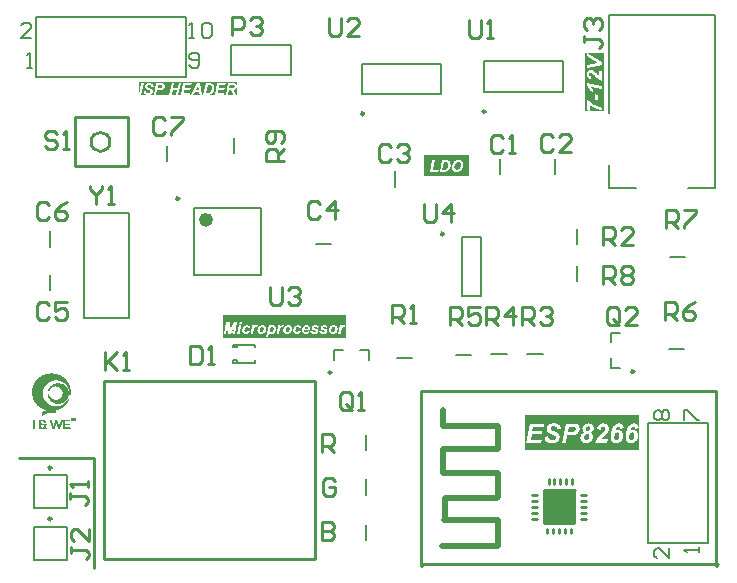
<source format=gto>
%FSLAX24Y24*%
%MOIN*%
G70*
G01*
G75*
G04 Layer_Color=65535*
%ADD10C,0.0080*%
%ADD11R,0.0571X0.0217*%
%ADD12R,0.0236X0.0571*%
%ADD13R,0.0551X0.0591*%
%ADD14O,0.0984X0.0276*%
%ADD15R,0.0591X0.0551*%
%ADD16R,0.1299X0.1063*%
%ADD17R,0.0394X0.1063*%
%ADD18R,0.0571X0.0236*%
%ADD19O,0.0768X0.0236*%
%ADD20O,0.0236X0.0768*%
%ADD21C,0.0100*%
%ADD22C,0.0150*%
%ADD23C,0.0120*%
%ADD24C,0.0200*%
%ADD25R,0.0591X0.0591*%
%ADD26C,0.0591*%
%ADD27C,0.0472*%
%ADD28C,0.0600*%
%ADD29C,0.0787*%
%ADD30O,0.0787X0.1575*%
%ADD31O,0.1575X0.0787*%
%ADD32O,0.1772X0.0787*%
%ADD33R,0.0591X0.0591*%
%ADD34C,0.0300*%
%ADD35C,0.0350*%
%ADD36C,0.0098*%
%ADD37C,0.0236*%
%ADD38C,0.0079*%
%ADD39C,0.0004*%
%ADD40C,0.0197*%
%ADD41C,0.0295*%
G36*
X41261Y34400D02*
X37460D01*
Y35567D01*
X41261D01*
Y34400D01*
D02*
G37*
G36*
X40074Y45694D02*
X39434D01*
Y47660D01*
X40074D01*
Y45694D01*
D02*
G37*
G36*
X35590Y43540D02*
X34070D01*
Y44237D01*
X35590D01*
Y43540D01*
D02*
G37*
G36*
X31490Y38150D02*
X27380D01*
Y38910D01*
X31490D01*
Y38150D01*
D02*
G37*
G36*
X27860Y46243D02*
X24885D01*
X24898Y46244D01*
X24911Y46245D01*
X24922Y46246D01*
X24933Y46249D01*
X24943Y46251D01*
X24953Y46254D01*
X24961Y46258D01*
X24968Y46261D01*
X24975Y46264D01*
X24981Y46268D01*
X24986Y46270D01*
X24990Y46273D01*
X24994Y46275D01*
X24996Y46277D01*
X24997Y46278D01*
X24998Y46279D01*
X25005Y46286D01*
X25011Y46293D01*
X25016Y46300D01*
X25021Y46307D01*
X25025Y46315D01*
X25028Y46322D01*
X25031Y46329D01*
X25033Y46336D01*
X25034Y46342D01*
X25036Y46348D01*
X25037Y46353D01*
X25037Y46357D01*
X25038Y46361D01*
Y46363D01*
Y46365D01*
Y46366D01*
Y46373D01*
X25037Y46380D01*
X25034Y46394D01*
X25029Y46405D01*
X25025Y46415D01*
X25019Y46423D01*
X25015Y46428D01*
X25012Y46432D01*
X25011Y46433D01*
X25010D01*
X25006Y46437D01*
X25002Y46440D01*
X24996Y46444D01*
X24989Y46448D01*
X24976Y46456D01*
X24961Y46464D01*
X24948Y46470D01*
X24942Y46473D01*
X24937Y46475D01*
X24933Y46477D01*
X24929Y46479D01*
X24927Y46479D01*
X24926Y46480D01*
X24918Y46483D01*
X24911Y46486D01*
X24905Y46490D01*
X24899Y46493D01*
X24894Y46495D01*
X24889Y46497D01*
X24881Y46502D01*
X24875Y46505D01*
X24872Y46508D01*
X24870Y46509D01*
X24869Y46510D01*
X24865Y46514D01*
X24862Y46519D01*
X24860Y46523D01*
X24858Y46528D01*
X24857Y46531D01*
X24857Y46534D01*
Y46537D01*
Y46537D01*
X24857Y46544D01*
X24859Y46550D01*
X24861Y46554D01*
X24864Y46558D01*
X24866Y46562D01*
X24868Y46564D01*
X24870Y46566D01*
X24871Y46566D01*
X24877Y46571D01*
X24884Y46574D01*
X24892Y46575D01*
X24899Y46577D01*
X24906Y46578D01*
X24912Y46578D01*
X24917D01*
X24929Y46578D01*
X24940Y46576D01*
X24948Y46574D01*
X24955Y46571D01*
X24961Y46568D01*
X24965Y46565D01*
X24967Y46564D01*
X24968Y46563D01*
X24974Y46557D01*
X24978Y46550D01*
X24982Y46543D01*
X24985Y46537D01*
X24987Y46530D01*
X24988Y46526D01*
X24988Y46522D01*
Y46521D01*
Y46521D01*
X25064Y46524D01*
X25063Y46534D01*
X25061Y46543D01*
X25056Y46559D01*
X25052Y46567D01*
X25049Y46574D01*
X25045Y46581D01*
X25042Y46586D01*
X25038Y46591D01*
X25034Y46596D01*
X25031Y46600D01*
X25028Y46603D01*
X25026Y46605D01*
X25024Y46607D01*
X25023Y46608D01*
X25022Y46609D01*
X25015Y46614D01*
X25007Y46619D01*
X24999Y46624D01*
X24991Y46627D01*
X24973Y46633D01*
X24956Y46637D01*
X24948Y46638D01*
X24941Y46639D01*
X24935Y46640D01*
X24929Y46640D01*
X24925Y46641D01*
X24918D01*
X24906Y46640D01*
X24895Y46640D01*
X24884Y46638D01*
X24874Y46636D01*
X24865Y46633D01*
X24857Y46631D01*
X24849Y46628D01*
X24842Y46625D01*
X24836Y46621D01*
X24831Y46619D01*
X24826Y46616D01*
X24823Y46614D01*
X24820Y46612D01*
X24818Y46610D01*
X24817Y46609D01*
X24816Y46609D01*
X24810Y46602D01*
X24805Y46596D01*
X24800Y46589D01*
X24796Y46582D01*
X24793Y46576D01*
X24790Y46569D01*
X24786Y46556D01*
X24783Y46545D01*
X24782Y46540D01*
X24782Y46536D01*
X24781Y46533D01*
Y46530D01*
Y46528D01*
Y46528D01*
X24782Y46518D01*
X24783Y46509D01*
X24785Y46500D01*
X24787Y46493D01*
X24789Y46488D01*
X24791Y46483D01*
X24792Y46480D01*
X24793Y46479D01*
X24798Y46472D01*
X24803Y46465D01*
X24808Y46459D01*
X24813Y46455D01*
X24818Y46451D01*
X24822Y46448D01*
X24824Y46446D01*
X24825Y46445D01*
X24834Y46440D01*
X24844Y46435D01*
X24855Y46430D01*
X24866Y46424D01*
X24875Y46420D01*
X24879Y46418D01*
X24884Y46417D01*
X24886Y46415D01*
X24889Y46414D01*
X24890Y46413D01*
X24891D01*
X24899Y46410D01*
X24906Y46406D01*
X24912Y46403D01*
X24918Y46401D01*
X24923Y46398D01*
X24928Y46396D01*
X24932Y46394D01*
X24935Y46392D01*
X24940Y46389D01*
X24943Y46387D01*
X24945Y46386D01*
X24946Y46385D01*
X24950Y46380D01*
X24954Y46376D01*
X24957Y46371D01*
X24958Y46366D01*
X24960Y46362D01*
X24960Y46359D01*
Y46357D01*
Y46356D01*
X24960Y46349D01*
X24957Y46343D01*
X24955Y46337D01*
X24951Y46332D01*
X24948Y46328D01*
X24946Y46325D01*
X24943Y46323D01*
X24943Y46323D01*
X24935Y46318D01*
X24926Y46315D01*
X24917Y46313D01*
X24908Y46311D01*
X24899Y46310D01*
X24892Y46309D01*
X24878D01*
X24870Y46310D01*
X24862Y46311D01*
X24856Y46313D01*
X24850Y46314D01*
X24845Y46316D01*
X24840Y46317D01*
X24837Y46320D01*
X24830Y46323D01*
X24826Y46327D01*
X24823Y46329D01*
X24822Y46330D01*
X24819Y46335D01*
X24816Y46342D01*
X24813Y46351D01*
X24812Y46358D01*
X24811Y46366D01*
X24810Y46372D01*
X24810Y46375D01*
Y46376D01*
Y46378D01*
Y46378D01*
X24734Y46374D01*
Y46360D01*
X24736Y46347D01*
X24738Y46335D01*
X24741Y46325D01*
X24743Y46317D01*
X24746Y46311D01*
X24747Y46308D01*
X24747Y46307D01*
X24748Y46306D01*
Y46306D01*
X24754Y46295D01*
X24762Y46286D01*
X24771Y46278D01*
X24779Y46271D01*
X24787Y46266D01*
X24793Y46262D01*
X24796Y46261D01*
X24798Y46260D01*
X24799Y46259D01*
X24799D01*
X24813Y46254D01*
X24828Y46250D01*
X24843Y46247D01*
X24856Y46245D01*
X24862Y46244D01*
X24868D01*
X24872Y46244D01*
X24877Y46243D01*
X24570D01*
Y46678D01*
X27860D01*
Y46243D01*
D02*
G37*
%LPC*%
G36*
X39506Y46071D02*
Y45732D01*
X39599Y45714D01*
Y45932D01*
X39625Y45910D01*
X39652Y45891D01*
X39677Y45873D01*
X39689Y45865D01*
X39700Y45858D01*
X39710Y45851D01*
X39719Y45846D01*
X39727Y45840D01*
X39734Y45836D01*
X39739Y45833D01*
X39744Y45831D01*
X39746Y45829D01*
X39747Y45828D01*
X39776Y45813D01*
X39805Y45800D01*
X39832Y45787D01*
X39844Y45782D01*
X39856Y45777D01*
X39867Y45772D01*
X39877Y45768D01*
X39885Y45765D01*
X39892Y45763D01*
X39899Y45761D01*
X39903Y45759D01*
X39906Y45757D01*
X39907D01*
X39930Y45750D01*
X39951Y45743D01*
X39969Y45738D01*
X39978Y45736D01*
X39985Y45734D01*
X39991Y45732D01*
X39996Y45731D01*
X40001Y45730D01*
X40005Y45729D01*
X40008Y45729D01*
X40010Y45728D01*
X40012D01*
Y45823D01*
X40004Y45825D01*
X39996Y45826D01*
X39978Y45832D01*
X39957Y45837D01*
X39939Y45843D01*
X39929Y45846D01*
X39921Y45850D01*
X39913Y45852D01*
X39907Y45854D01*
X39901Y45856D01*
X39896Y45857D01*
X39894Y45859D01*
X39893D01*
X39871Y45868D01*
X39850Y45876D01*
X39829Y45886D01*
X39810Y45894D01*
X39803Y45898D01*
X39795Y45901D01*
X39788Y45904D01*
X39782Y45907D01*
X39778Y45910D01*
X39775Y45911D01*
X39772Y45913D01*
X39771D01*
X39748Y45925D01*
X39726Y45939D01*
X39707Y45950D01*
X39689Y45961D01*
X39682Y45967D01*
X39675Y45971D01*
X39670Y45975D01*
X39665Y45978D01*
X39661Y45981D01*
X39658Y45983D01*
X39657Y45984D01*
X39656Y45985D01*
X39637Y45999D01*
X39621Y46013D01*
X39608Y46025D01*
X39596Y46035D01*
X39588Y46044D01*
X39582Y46051D01*
X39578Y46055D01*
X39577Y46057D01*
X39506Y46071D01*
D02*
G37*
G36*
X39778Y46279D02*
Y46085D01*
X39875Y46066D01*
Y46260D01*
X39778Y46279D01*
D02*
G37*
G36*
X29052Y38570D02*
X29047D01*
X29039Y38570D01*
X29031Y38569D01*
X29024Y38567D01*
X29018Y38566D01*
X29012Y38565D01*
X29008Y38563D01*
X29006Y38562D01*
X29005Y38562D01*
X28997Y38558D01*
X28990Y38554D01*
X28983Y38549D01*
X28976Y38545D01*
X28970Y38541D01*
X28966Y38538D01*
X28963Y38535D01*
X28962Y38535D01*
X28968Y38563D01*
X28897D01*
X28817Y38179D01*
X28891D01*
X28921Y38322D01*
X28927Y38315D01*
X28933Y38308D01*
X28939Y38302D01*
X28946Y38297D01*
X28953Y38292D01*
X28960Y38289D01*
X28967Y38286D01*
X28974Y38284D01*
X28986Y38280D01*
X28991Y38279D01*
X28996Y38278D01*
X28999D01*
X29002Y38278D01*
X29005D01*
X29015Y38278D01*
X29025Y38280D01*
X29033Y38282D01*
X29042Y38285D01*
X29059Y38292D01*
X29066Y38296D01*
X29072Y38300D01*
X29078Y38304D01*
X29083Y38308D01*
X29088Y38312D01*
X29091Y38315D01*
X29094Y38318D01*
X29097Y38320D01*
X29098Y38321D01*
X29098Y38322D01*
X29107Y38332D01*
X29114Y38342D01*
X29120Y38353D01*
X29125Y38364D01*
X29129Y38375D01*
X29133Y38386D01*
X29136Y38395D01*
X29139Y38405D01*
X29140Y38415D01*
X29142Y38423D01*
X29143Y38431D01*
X29144Y38437D01*
X29145Y38443D01*
Y38446D01*
Y38449D01*
Y38450D01*
Y38461D01*
X29143Y38471D01*
X29142Y38480D01*
X29140Y38489D01*
X29138Y38497D01*
X29136Y38505D01*
X29133Y38511D01*
X29131Y38517D01*
X29129Y38522D01*
X29126Y38527D01*
X29124Y38531D01*
X29122Y38534D01*
X29120Y38537D01*
X29119Y38539D01*
X29118Y38539D01*
X29118Y38540D01*
X29112Y38545D01*
X29107Y38550D01*
X29101Y38554D01*
X29095Y38557D01*
X29084Y38563D01*
X29073Y38567D01*
X29063Y38569D01*
X29059Y38569D01*
X29054Y38570D01*
X29052Y38570D01*
D02*
G37*
G36*
X28012Y38669D02*
X27937D01*
X27923Y38601D01*
X27998D01*
X28012Y38669D01*
D02*
G37*
G36*
X39496Y46641D02*
Y46579D01*
X39511Y46565D01*
X39524Y46550D01*
X39537Y46535D01*
X39549Y46518D01*
X39571Y46485D01*
X39582Y46468D01*
X39591Y46453D01*
X39600Y46438D01*
X39607Y46424D01*
X39613Y46411D01*
X39618Y46400D01*
X39623Y46392D01*
X39626Y46385D01*
X39628Y46381D01*
X39628Y46379D01*
X39718Y46360D01*
X39715Y46373D01*
X39712Y46385D01*
X39708Y46397D01*
X39704Y46409D01*
X39700Y46418D01*
X39698Y46426D01*
X39696Y46429D01*
X39696Y46431D01*
X39695Y46432D01*
Y46433D01*
X39689Y46448D01*
X39682Y46461D01*
X39675Y46474D01*
X39670Y46485D01*
X39664Y46493D01*
X39660Y46499D01*
X39658Y46503D01*
X39657Y46505D01*
X40012Y46431D01*
Y46533D01*
X39496Y46641D01*
D02*
G37*
G36*
X34433Y44074D02*
X34354D01*
X34274Y43690D01*
X34549D01*
X34562Y43754D01*
X34366D01*
X34433Y44074D01*
D02*
G37*
G36*
X34808D02*
X34680D01*
X34601Y43690D01*
X34754D01*
X34762Y43690D01*
X34769D01*
X34776Y43691D01*
X34783Y43691D01*
X34788Y43692D01*
X34793Y43693D01*
X34798D01*
X34801Y43693D01*
X34805Y43694D01*
X34807Y43694D01*
X34810D01*
X34811Y43695D01*
X34812D01*
X34827Y43700D01*
X34841Y43704D01*
X34853Y43710D01*
X34863Y43715D01*
X34872Y43720D01*
X34878Y43724D01*
X34880Y43725D01*
X34881Y43726D01*
X34882Y43728D01*
X34883D01*
X34896Y43739D01*
X34907Y43752D01*
X34917Y43764D01*
X34926Y43776D01*
X34933Y43787D01*
X34936Y43792D01*
X34938Y43795D01*
X34940Y43799D01*
X34941Y43801D01*
X34942Y43803D01*
Y43804D01*
X34951Y43822D01*
X34956Y43842D01*
X34960Y43860D01*
X34963Y43877D01*
X34965Y43885D01*
X34965Y43892D01*
X34966Y43898D01*
Y43904D01*
X34966Y43908D01*
Y43911D01*
Y43914D01*
Y43914D01*
Y43925D01*
X34965Y43935D01*
X34965Y43944D01*
X34963Y43951D01*
X34962Y43958D01*
X34961Y43963D01*
X34960Y43966D01*
X34960Y43967D01*
X34958Y43976D01*
X34955Y43984D01*
X34952Y43991D01*
X34949Y43998D01*
X34947Y44003D01*
X34945Y44007D01*
X34943Y44010D01*
X34943Y44010D01*
X34939Y44017D01*
X34934Y44023D01*
X34929Y44028D01*
X34925Y44033D01*
X34922Y44037D01*
X34919Y44039D01*
X34917Y44041D01*
X34916Y44042D01*
X34910Y44046D01*
X34904Y44051D01*
X34898Y44054D01*
X34893Y44057D01*
X34889Y44059D01*
X34885Y44061D01*
X34883Y44062D01*
X34882Y44062D01*
X34867Y44067D01*
X34860Y44069D01*
X34854Y44070D01*
X34848Y44071D01*
X34843Y44072D01*
X34841Y44072D01*
X34839D01*
X34837Y44073D01*
X34834D01*
X34826Y44073D01*
X34817D01*
X34808Y44074D01*
D02*
G37*
G36*
X35234Y44080D02*
X35227D01*
X35207Y44079D01*
X35189Y44077D01*
X35173Y44073D01*
X35166Y44072D01*
X35159Y44070D01*
X35153Y44068D01*
X35148Y44066D01*
X35143Y44064D01*
X35139Y44062D01*
X35135Y44061D01*
X35133Y44060D01*
X35132Y44059D01*
X35131D01*
X35117Y44050D01*
X35103Y44041D01*
X35091Y44031D01*
X35081Y44021D01*
X35073Y44013D01*
X35067Y44006D01*
X35065Y44003D01*
X35063Y44001D01*
X35063Y44000D01*
X35062Y44000D01*
X35053Y43985D01*
X35045Y43970D01*
X35038Y43955D01*
X35032Y43942D01*
X35029Y43935D01*
X35028Y43930D01*
X35026Y43925D01*
X35024Y43920D01*
X35023Y43917D01*
X35022Y43914D01*
X35022Y43912D01*
Y43912D01*
X35018Y43898D01*
X35016Y43884D01*
X35014Y43873D01*
X35013Y43862D01*
X35013Y43853D01*
Y43849D01*
X35012Y43846D01*
Y43843D01*
Y43842D01*
Y43841D01*
Y43840D01*
X35013Y43826D01*
X35014Y43813D01*
X35017Y43801D01*
X35020Y43790D01*
X35022Y43780D01*
X35023Y43776D01*
X35024Y43773D01*
X35025Y43770D01*
X35026Y43769D01*
X35027Y43767D01*
Y43767D01*
X35033Y43754D01*
X35041Y43742D01*
X35049Y43732D01*
X35058Y43724D01*
X35066Y43717D01*
X35072Y43711D01*
X35075Y43709D01*
X35076Y43708D01*
X35077Y43707D01*
X35078Y43707D01*
X35093Y43698D01*
X35108Y43693D01*
X35123Y43688D01*
X35137Y43686D01*
X35144Y43684D01*
X35150Y43684D01*
X35155Y43683D01*
X35160D01*
X35163Y43683D01*
X35169D01*
X35180Y43683D01*
X35191Y43684D01*
X35212Y43687D01*
X35221Y43690D01*
X35231Y43692D01*
X35240Y43695D01*
X35247Y43698D01*
X35254Y43701D01*
X35261Y43704D01*
X35266Y43706D01*
X35271Y43708D01*
X35275Y43710D01*
X35277Y43712D01*
X35279Y43712D01*
X35279Y43713D01*
X35288Y43719D01*
X35297Y43725D01*
X35312Y43739D01*
X35326Y43754D01*
X35337Y43768D01*
X35341Y43774D01*
X35345Y43781D01*
X35349Y43786D01*
X35352Y43791D01*
X35354Y43795D01*
X35356Y43798D01*
X35357Y43800D01*
X35357Y43800D01*
X35362Y43811D01*
X35366Y43822D01*
X35371Y43832D01*
X35373Y43843D01*
X35379Y43863D01*
X35380Y43872D01*
X35382Y43881D01*
X35383Y43889D01*
X35384Y43896D01*
X35385Y43903D01*
Y43908D01*
X35386Y43912D01*
Y43915D01*
Y43918D01*
Y43918D01*
X35385Y43932D01*
X35384Y43945D01*
X35382Y43956D01*
X35379Y43967D01*
X35375Y43978D01*
X35372Y43988D01*
X35368Y43997D01*
X35364Y44004D01*
X35359Y44012D01*
X35355Y44018D01*
X35352Y44024D01*
X35348Y44028D01*
X35345Y44031D01*
X35343Y44034D01*
X35342Y44035D01*
X35341Y44036D01*
X35333Y44044D01*
X35324Y44051D01*
X35314Y44056D01*
X35305Y44062D01*
X35295Y44066D01*
X35286Y44069D01*
X35276Y44073D01*
X35268Y44075D01*
X35259Y44077D01*
X35251Y44078D01*
X35244Y44079D01*
X35238Y44080D01*
X35234Y44080D01*
D02*
G37*
G36*
X39640Y47083D02*
X39635D01*
X39624Y47082D01*
X39613Y47081D01*
X39594Y47077D01*
X39577Y47069D01*
X39563Y47062D01*
X39551Y47055D01*
X39546Y47051D01*
X39543Y47048D01*
X39539Y47045D01*
X39537Y47043D01*
X39536Y47042D01*
X39536Y47041D01*
X39529Y47034D01*
X39522Y47025D01*
X39518Y47016D01*
X39513Y47007D01*
X39506Y46988D01*
X39501Y46970D01*
X39499Y46954D01*
X39497Y46947D01*
Y46941D01*
X39496Y46936D01*
Y46932D01*
Y46930D01*
Y46929D01*
X39497Y46917D01*
X39498Y46905D01*
X39503Y46884D01*
X39508Y46866D01*
X39515Y46850D01*
X39519Y46844D01*
X39522Y46838D01*
X39526Y46833D01*
X39529Y46828D01*
X39531Y46825D01*
X39533Y46823D01*
X39534Y46821D01*
X39535Y46820D01*
X39543Y46813D01*
X39550Y46806D01*
X39568Y46794D01*
X39586Y46784D01*
X39604Y46777D01*
X39620Y46772D01*
X39627Y46770D01*
X39633Y46768D01*
X39638Y46767D01*
X39642Y46766D01*
X39644Y46766D01*
X39645D01*
X39659Y46863D01*
X39643Y46867D01*
X39629Y46871D01*
X39618Y46876D01*
X39609Y46880D01*
X39602Y46884D01*
X39597Y46887D01*
X39595Y46889D01*
X39594Y46890D01*
X39588Y46897D01*
X39583Y46904D01*
X39580Y46911D01*
X39578Y46917D01*
X39576Y46923D01*
X39575Y46927D01*
Y46930D01*
Y46931D01*
X39576Y46940D01*
X39578Y46947D01*
X39581Y46954D01*
X39583Y46959D01*
X39586Y46963D01*
X39589Y46967D01*
X39591Y46969D01*
X39592Y46970D01*
X39598Y46975D01*
X39605Y46979D01*
X39612Y46981D01*
X39619Y46984D01*
X39625Y46984D01*
X39629Y46985D01*
X39640D01*
X39646Y46984D01*
X39658Y46980D01*
X39664Y46979D01*
X39668Y46977D01*
X39670Y46977D01*
X39671Y46976D01*
X39678Y46972D01*
X39686Y46966D01*
X39694Y46961D01*
X39701Y46955D01*
X39708Y46950D01*
X39713Y46946D01*
X39716Y46943D01*
X39718Y46942D01*
X39721Y46939D01*
X39725Y46936D01*
X39734Y46927D01*
X39745Y46916D01*
X39756Y46905D01*
X39766Y46895D01*
X39775Y46886D01*
X39778Y46882D01*
X39780Y46880D01*
X39782Y46878D01*
X39782Y46877D01*
X39794Y46865D01*
X39805Y46854D01*
X39815Y46843D01*
X39825Y46834D01*
X39833Y46825D01*
X39841Y46817D01*
X39848Y46810D01*
X39854Y46805D01*
X39860Y46799D01*
X39864Y46795D01*
X39871Y46788D01*
X39875Y46784D01*
X39877Y46783D01*
X39888Y46774D01*
X39899Y46766D01*
X39910Y46758D01*
X39920Y46752D01*
X39928Y46747D01*
X39935Y46743D01*
X39939Y46741D01*
X39940Y46740D01*
X39941D01*
X39953Y46734D01*
X39966Y46729D01*
X39978Y46726D01*
X39989Y46723D01*
X39999Y46720D01*
X40006Y46719D01*
X40010Y46718D01*
X40012D01*
Y47029D01*
X39921Y47048D01*
Y46871D01*
X39908Y46881D01*
X39903Y46886D01*
X39898Y46890D01*
X39893Y46894D01*
X39890Y46897D01*
X39889Y46898D01*
X39888Y46899D01*
X39881Y46906D01*
X39871Y46916D01*
X39861Y46926D01*
X39852Y46937D01*
X39842Y46946D01*
X39835Y46954D01*
X39832Y46957D01*
X39829Y46959D01*
X39828Y46961D01*
X39828Y46962D01*
X39812Y46978D01*
X39799Y46992D01*
X39787Y47004D01*
X39778Y47013D01*
X39770Y47020D01*
X39765Y47025D01*
X39761Y47028D01*
X39760Y47029D01*
X39748Y47039D01*
X39735Y47047D01*
X39725Y47054D01*
X39715Y47060D01*
X39707Y47064D01*
X39701Y47067D01*
X39697Y47069D01*
X39696Y47069D01*
X39684Y47074D01*
X39673Y47077D01*
X39663Y47080D01*
X39653Y47081D01*
X39646Y47082D01*
X39640Y47083D01*
D02*
G37*
G36*
X39499Y47640D02*
Y47536D01*
X39887Y47323D01*
X39499Y47259D01*
Y47154D01*
X40012Y47245D01*
Y47358D01*
X39499Y47640D01*
D02*
G37*
G36*
X31073Y38570D02*
X31067D01*
X31055Y38570D01*
X31042Y38569D01*
X31031Y38566D01*
X31020Y38563D01*
X31010Y38560D01*
X31000Y38556D01*
X30991Y38552D01*
X30984Y38548D01*
X30977Y38543D01*
X30971Y38539D01*
X30966Y38535D01*
X30961Y38531D01*
X30958Y38528D01*
X30955Y38526D01*
X30954Y38525D01*
X30953Y38524D01*
X30946Y38515D01*
X30939Y38505D01*
X30933Y38495D01*
X30928Y38486D01*
X30924Y38475D01*
X30921Y38464D01*
X30918Y38455D01*
X30915Y38445D01*
X30914Y38436D01*
X30912Y38427D01*
X30911Y38419D01*
X30911Y38413D01*
Y38408D01*
X30910Y38404D01*
Y38401D01*
Y38400D01*
X30911Y38388D01*
X30912Y38376D01*
X30915Y38366D01*
X30918Y38356D01*
X30920Y38349D01*
X30922Y38343D01*
X30924Y38340D01*
X30924Y38339D01*
X30925Y38338D01*
Y38338D01*
X30931Y38328D01*
X30938Y38318D01*
X30945Y38311D01*
X30953Y38305D01*
X30959Y38300D01*
X30965Y38296D01*
X30969Y38294D01*
X30969Y38293D01*
X30970D01*
X30981Y38288D01*
X30994Y38284D01*
X31005Y38281D01*
X31016Y38280D01*
X31025Y38278D01*
X31029D01*
X31033Y38278D01*
X31039D01*
X31053Y38278D01*
X31065Y38280D01*
X31077Y38283D01*
X31088Y38285D01*
X31098Y38290D01*
X31108Y38294D01*
X31117Y38298D01*
X31125Y38302D01*
X31132Y38307D01*
X31138Y38311D01*
X31143Y38316D01*
X31148Y38319D01*
X31151Y38322D01*
X31153Y38325D01*
X31155Y38326D01*
X31155Y38327D01*
X31163Y38336D01*
X31169Y38346D01*
X31175Y38356D01*
X31180Y38366D01*
X31184Y38376D01*
X31188Y38386D01*
X31191Y38395D01*
X31193Y38404D01*
X31195Y38413D01*
X31196Y38421D01*
X31197Y38428D01*
X31198Y38433D01*
X31198Y38438D01*
Y38442D01*
Y38444D01*
Y38445D01*
X31198Y38455D01*
X31197Y38465D01*
X31196Y38474D01*
X31193Y38483D01*
X31190Y38491D01*
X31187Y38498D01*
X31184Y38505D01*
X31182Y38512D01*
X31178Y38517D01*
X31175Y38522D01*
X31172Y38526D01*
X31169Y38529D01*
X31167Y38532D01*
X31166Y38534D01*
X31165Y38535D01*
X31164Y38536D01*
X31157Y38542D01*
X31150Y38548D01*
X31142Y38552D01*
X31134Y38556D01*
X31127Y38559D01*
X31118Y38562D01*
X31103Y38566D01*
X31096Y38567D01*
X31089Y38569D01*
X31083Y38569D01*
X31078Y38570D01*
X31073Y38570D01*
D02*
G37*
G36*
X27990Y38563D02*
X27915D01*
X27858Y38285D01*
X27932D01*
X27990Y38563D01*
D02*
G37*
G36*
X27849Y38669D02*
X27735D01*
X27615Y38405D01*
X27603Y38669D01*
X27491D01*
X27411Y38285D01*
X27482D01*
X27543Y38605D01*
X27557Y38285D01*
X27632D01*
X27774Y38603D01*
X27708Y38285D01*
X27779D01*
X27849Y38669D01*
D02*
G37*
G36*
X28688Y38570D02*
X28682D01*
X28670Y38570D01*
X28657Y38569D01*
X28646Y38566D01*
X28635Y38563D01*
X28624Y38560D01*
X28615Y38556D01*
X28606Y38552D01*
X28599Y38548D01*
X28592Y38543D01*
X28586Y38539D01*
X28581Y38535D01*
X28576Y38531D01*
X28573Y38528D01*
X28570Y38526D01*
X28569Y38525D01*
X28568Y38524D01*
X28561Y38515D01*
X28554Y38505D01*
X28548Y38495D01*
X28543Y38486D01*
X28539Y38475D01*
X28536Y38464D01*
X28533Y38455D01*
X28530Y38445D01*
X28529Y38436D01*
X28527Y38427D01*
X28526Y38419D01*
X28526Y38413D01*
Y38408D01*
X28525Y38404D01*
Y38401D01*
Y38400D01*
X28526Y38388D01*
X28527Y38376D01*
X28530Y38366D01*
X28533Y38356D01*
X28535Y38349D01*
X28537Y38343D01*
X28538Y38340D01*
X28539Y38339D01*
X28540Y38338D01*
Y38338D01*
X28546Y38328D01*
X28553Y38318D01*
X28560Y38311D01*
X28568Y38305D01*
X28574Y38300D01*
X28580Y38296D01*
X28584Y38294D01*
X28584Y38293D01*
X28585D01*
X28596Y38288D01*
X28609Y38284D01*
X28620Y38281D01*
X28631Y38280D01*
X28640Y38278D01*
X28644D01*
X28648Y38278D01*
X28654D01*
X28668Y38278D01*
X28680Y38280D01*
X28692Y38283D01*
X28703Y38285D01*
X28713Y38290D01*
X28723Y38294D01*
X28732Y38298D01*
X28740Y38302D01*
X28747Y38307D01*
X28753Y38311D01*
X28758Y38316D01*
X28763Y38319D01*
X28765Y38322D01*
X28768Y38325D01*
X28770Y38326D01*
X28770Y38327D01*
X28778Y38336D01*
X28784Y38346D01*
X28790Y38356D01*
X28795Y38366D01*
X28799Y38376D01*
X28803Y38386D01*
X28806Y38395D01*
X28808Y38404D01*
X28810Y38413D01*
X28811Y38421D01*
X28812Y38428D01*
X28813Y38433D01*
X28813Y38438D01*
Y38442D01*
Y38444D01*
Y38445D01*
X28813Y38455D01*
X28812Y38465D01*
X28811Y38474D01*
X28808Y38483D01*
X28805Y38491D01*
X28802Y38498D01*
X28799Y38505D01*
X28796Y38512D01*
X28793Y38517D01*
X28790Y38522D01*
X28787Y38526D01*
X28784Y38529D01*
X28782Y38532D01*
X28781Y38534D01*
X28780Y38535D01*
X28779Y38536D01*
X28772Y38542D01*
X28765Y38548D01*
X28757Y38552D01*
X28749Y38556D01*
X28741Y38559D01*
X28733Y38562D01*
X28718Y38566D01*
X28710Y38567D01*
X28704Y38569D01*
X28698Y38569D01*
X28693Y38570D01*
X28688Y38570D01*
D02*
G37*
G36*
X29552D02*
X29546D01*
X29534Y38570D01*
X29521Y38569D01*
X29510Y38566D01*
X29499Y38563D01*
X29489Y38560D01*
X29479Y38556D01*
X29470Y38552D01*
X29463Y38548D01*
X29456Y38543D01*
X29450Y38539D01*
X29445Y38535D01*
X29440Y38531D01*
X29437Y38528D01*
X29434Y38526D01*
X29433Y38525D01*
X29432Y38524D01*
X29425Y38515D01*
X29418Y38505D01*
X29412Y38495D01*
X29407Y38486D01*
X29403Y38475D01*
X29400Y38464D01*
X29397Y38455D01*
X29394Y38445D01*
X29393Y38436D01*
X29391Y38427D01*
X29390Y38419D01*
X29390Y38413D01*
Y38408D01*
X29389Y38404D01*
Y38401D01*
Y38400D01*
X29390Y38388D01*
X29391Y38376D01*
X29394Y38366D01*
X29397Y38356D01*
X29399Y38349D01*
X29401Y38343D01*
X29403Y38340D01*
X29403Y38339D01*
X29404Y38338D01*
Y38338D01*
X29410Y38328D01*
X29417Y38318D01*
X29424Y38311D01*
X29432Y38305D01*
X29438Y38300D01*
X29444Y38296D01*
X29448Y38294D01*
X29448Y38293D01*
X29449D01*
X29460Y38288D01*
X29473Y38284D01*
X29484Y38281D01*
X29495Y38280D01*
X29504Y38278D01*
X29508D01*
X29512Y38278D01*
X29518D01*
X29532Y38278D01*
X29544Y38280D01*
X29556Y38283D01*
X29567Y38285D01*
X29577Y38290D01*
X29587Y38294D01*
X29596Y38298D01*
X29604Y38302D01*
X29611Y38307D01*
X29617Y38311D01*
X29622Y38316D01*
X29627Y38319D01*
X29630Y38322D01*
X29632Y38325D01*
X29634Y38326D01*
X29634Y38327D01*
X29642Y38336D01*
X29648Y38346D01*
X29654Y38356D01*
X29659Y38366D01*
X29663Y38376D01*
X29667Y38386D01*
X29670Y38395D01*
X29672Y38404D01*
X29674Y38413D01*
X29675Y38421D01*
X29676Y38428D01*
X29677Y38433D01*
X29677Y38438D01*
Y38442D01*
Y38444D01*
Y38445D01*
X29677Y38455D01*
X29676Y38465D01*
X29675Y38474D01*
X29672Y38483D01*
X29669Y38491D01*
X29666Y38498D01*
X29663Y38505D01*
X29661Y38512D01*
X29657Y38517D01*
X29654Y38522D01*
X29651Y38526D01*
X29648Y38529D01*
X29646Y38532D01*
X29645Y38534D01*
X29644Y38535D01*
X29643Y38536D01*
X29636Y38542D01*
X29629Y38548D01*
X29621Y38552D01*
X29613Y38556D01*
X29606Y38559D01*
X29597Y38562D01*
X29582Y38566D01*
X29575Y38567D01*
X29568Y38569D01*
X29562Y38569D01*
X29557Y38570D01*
X29552Y38570D01*
D02*
G37*
G36*
X30173D02*
X30168D01*
X30154Y38570D01*
X30140Y38568D01*
X30127Y38565D01*
X30115Y38561D01*
X30104Y38556D01*
X30094Y38551D01*
X30085Y38546D01*
X30076Y38540D01*
X30069Y38534D01*
X30063Y38529D01*
X30057Y38524D01*
X30053Y38519D01*
X30050Y38515D01*
X30047Y38512D01*
X30045Y38510D01*
X30045Y38510D01*
X30040Y38501D01*
X30034Y38493D01*
X30030Y38484D01*
X30027Y38475D01*
X30021Y38458D01*
X30017Y38442D01*
X30016Y38435D01*
X30015Y38428D01*
X30014Y38422D01*
X30014Y38418D01*
X30013Y38414D01*
Y38410D01*
Y38408D01*
Y38408D01*
X30014Y38397D01*
X30015Y38387D01*
X30017Y38377D01*
X30019Y38368D01*
X30021Y38360D01*
X30024Y38352D01*
X30027Y38345D01*
X30031Y38338D01*
X30034Y38332D01*
X30037Y38328D01*
X30040Y38323D01*
X30043Y38319D01*
X30045Y38316D01*
X30047Y38315D01*
X30048Y38314D01*
X30048Y38313D01*
X30055Y38307D01*
X30062Y38301D01*
X30070Y38297D01*
X30078Y38292D01*
X30085Y38290D01*
X30093Y38287D01*
X30107Y38283D01*
X30114Y38281D01*
X30120Y38280D01*
X30126Y38279D01*
X30130Y38278D01*
X30134Y38278D01*
X30140D01*
X30155Y38278D01*
X30168Y38281D01*
X30181Y38284D01*
X30192Y38288D01*
X30201Y38291D01*
X30205Y38293D01*
X30207Y38295D01*
X30210Y38296D01*
X30212Y38297D01*
X30213Y38298D01*
X30213D01*
X30225Y38307D01*
X30236Y38316D01*
X30245Y38326D01*
X30253Y38336D01*
X30258Y38345D01*
X30261Y38349D01*
X30263Y38353D01*
X30265Y38355D01*
X30265Y38357D01*
X30267Y38359D01*
Y38359D01*
X30199Y38370D01*
X30195Y38363D01*
X30191Y38357D01*
X30186Y38352D01*
X30181Y38348D01*
X30176Y38344D01*
X30171Y38341D01*
X30162Y38336D01*
X30153Y38334D01*
X30147Y38332D01*
X30144Y38332D01*
X30140D01*
X30132Y38332D01*
X30124Y38335D01*
X30118Y38337D01*
X30112Y38340D01*
X30107Y38343D01*
X30104Y38346D01*
X30102Y38348D01*
X30101Y38349D01*
X30096Y38356D01*
X30092Y38363D01*
X30089Y38370D01*
X30087Y38377D01*
X30086Y38384D01*
X30085Y38389D01*
Y38393D01*
Y38393D01*
Y38394D01*
Y38396D01*
X30086Y38398D01*
Y38400D01*
Y38401D01*
X30275D01*
X30278Y38418D01*
X30279Y38426D01*
X30279Y38433D01*
X30280Y38440D01*
Y38445D01*
Y38449D01*
Y38449D01*
Y38450D01*
X30279Y38460D01*
X30279Y38470D01*
X30277Y38479D01*
X30275Y38488D01*
X30273Y38495D01*
X30271Y38503D01*
X30268Y38510D01*
X30265Y38515D01*
X30262Y38521D01*
X30259Y38525D01*
X30257Y38529D01*
X30254Y38532D01*
X30253Y38535D01*
X30251Y38537D01*
X30250Y38538D01*
X30250Y38538D01*
X30244Y38544D01*
X30237Y38549D01*
X30231Y38553D01*
X30224Y38557D01*
X30210Y38563D01*
X30198Y38566D01*
X30186Y38569D01*
X30181Y38569D01*
X30176Y38570D01*
X30173Y38570D01*
D02*
G37*
G36*
X28181D02*
X28176D01*
X28159Y38569D01*
X28144Y38567D01*
X28130Y38563D01*
X28117Y38559D01*
X28112Y38556D01*
X28107Y38555D01*
X28103Y38552D01*
X28099Y38550D01*
X28097Y38549D01*
X28094Y38548D01*
X28093Y38547D01*
X28093D01*
X28079Y38538D01*
X28068Y38527D01*
X28058Y38517D01*
X28050Y38506D01*
X28044Y38497D01*
X28041Y38493D01*
X28039Y38490D01*
X28038Y38487D01*
X28037Y38484D01*
X28036Y38483D01*
Y38483D01*
X28030Y38467D01*
X28025Y38452D01*
X28022Y38438D01*
X28020Y38425D01*
X28019Y38419D01*
X28018Y38414D01*
X28018Y38409D01*
Y38405D01*
X28017Y38402D01*
Y38399D01*
Y38398D01*
Y38397D01*
X28018Y38387D01*
X28018Y38377D01*
X28020Y38369D01*
X28022Y38360D01*
X28024Y38352D01*
X28027Y38345D01*
X28030Y38338D01*
X28033Y38332D01*
X28035Y38327D01*
X28038Y38322D01*
X28041Y38318D01*
X28044Y38315D01*
X28045Y38313D01*
X28047Y38311D01*
X28048Y38310D01*
X28048Y38309D01*
X28054Y38304D01*
X28061Y38299D01*
X28068Y38295D01*
X28075Y38291D01*
X28089Y38285D01*
X28102Y38282D01*
X28114Y38280D01*
X28119Y38279D01*
X28124Y38278D01*
X28127Y38278D01*
X28133D01*
X28141Y38278D01*
X28149Y38279D01*
X28165Y38282D01*
X28179Y38286D01*
X28191Y38291D01*
X28196Y38293D01*
X28201Y38295D01*
X28205Y38297D01*
X28208Y38299D01*
X28211Y38301D01*
X28213Y38302D01*
X28214Y38303D01*
X28214D01*
X28227Y38314D01*
X28238Y38325D01*
X28247Y38338D01*
X28255Y38350D01*
X28261Y38360D01*
X28263Y38365D01*
X28265Y38369D01*
X28266Y38373D01*
X28268Y38375D01*
X28268Y38377D01*
Y38377D01*
X28195Y38390D01*
X28191Y38380D01*
X28187Y38372D01*
X28182Y38366D01*
X28178Y38360D01*
X28174Y38356D01*
X28171Y38352D01*
X28169Y38350D01*
X28168Y38350D01*
X28162Y38346D01*
X28156Y38342D01*
X28150Y38340D01*
X28145Y38339D01*
X28140Y38338D01*
X28137Y38337D01*
X28134D01*
X28127Y38338D01*
X28121Y38339D01*
X28117Y38341D01*
X28112Y38343D01*
X28109Y38346D01*
X28106Y38348D01*
X28104Y38349D01*
X28104Y38350D01*
X28100Y38355D01*
X28097Y38362D01*
X28095Y38368D01*
X28094Y38374D01*
X28093Y38380D01*
X28092Y38384D01*
Y38387D01*
Y38388D01*
X28093Y38399D01*
X28094Y38410D01*
X28095Y38420D01*
X28097Y38429D01*
X28099Y38438D01*
X28100Y38444D01*
X28101Y38446D01*
X28101Y38448D01*
X28102Y38449D01*
Y38449D01*
X28106Y38461D01*
X28111Y38471D01*
X28116Y38479D01*
X28120Y38486D01*
X28124Y38491D01*
X28128Y38495D01*
X28130Y38498D01*
X28131Y38498D01*
X28138Y38504D01*
X28145Y38508D01*
X28152Y38511D01*
X28158Y38513D01*
X28164Y38514D01*
X28168Y38515D01*
X28172D01*
X28178Y38514D01*
X28185Y38513D01*
X28190Y38511D01*
X28194Y38510D01*
X28197Y38507D01*
X28200Y38505D01*
X28202Y38504D01*
X28202Y38504D01*
X28206Y38499D01*
X28209Y38494D01*
X28212Y38488D01*
X28214Y38482D01*
X28215Y38477D01*
X28216Y38473D01*
X28217Y38470D01*
Y38469D01*
X28288Y38477D01*
X28287Y38484D01*
X28286Y38491D01*
X28281Y38505D01*
X28276Y38517D01*
X28270Y38526D01*
X28264Y38534D01*
X28259Y38539D01*
X28256Y38543D01*
X28255Y38544D01*
X28255D01*
X28249Y38549D01*
X28243Y38553D01*
X28230Y38559D01*
X28217Y38564D01*
X28204Y38567D01*
X28193Y38569D01*
X28189Y38570D01*
X28185D01*
X28181Y38570D01*
D02*
G37*
G36*
X28506D02*
X28503D01*
X28495Y38570D01*
X28486Y38568D01*
X28478Y38565D01*
X28470Y38561D01*
X28463Y38556D01*
X28456Y38552D01*
X28443Y38541D01*
X28438Y38535D01*
X28433Y38529D01*
X28429Y38525D01*
X28425Y38520D01*
X28422Y38516D01*
X28420Y38513D01*
X28419Y38511D01*
X28418Y38511D01*
X28429Y38563D01*
X28359D01*
X28301Y38285D01*
X28375D01*
X28393Y38372D01*
X28396Y38382D01*
X28398Y38391D01*
X28400Y38399D01*
X28402Y38407D01*
X28403Y38414D01*
X28405Y38420D01*
X28407Y38426D01*
X28409Y38431D01*
X28410Y38435D01*
X28412Y38439D01*
X28413Y38443D01*
X28414Y38445D01*
X28414Y38448D01*
X28415Y38449D01*
X28416Y38450D01*
X28420Y38459D01*
X28426Y38466D01*
X28431Y38473D01*
X28436Y38479D01*
X28440Y38483D01*
X28444Y38486D01*
X28447Y38488D01*
X28447Y38489D01*
X28455Y38494D01*
X28462Y38498D01*
X28469Y38501D01*
X28475Y38503D01*
X28480Y38504D01*
X28484Y38504D01*
X28487D01*
X28495Y38504D01*
X28503Y38503D01*
X28505Y38501D01*
X28507Y38501D01*
X28509Y38500D01*
X28509D01*
X28538Y38562D01*
X28531Y38565D01*
X28524Y38567D01*
X28519Y38569D01*
X28513Y38569D01*
X28509Y38570D01*
X28506Y38570D01*
D02*
G37*
G36*
X29370D02*
X29367D01*
X29359Y38570D01*
X29350Y38568D01*
X29342Y38565D01*
X29334Y38561D01*
X29327Y38556D01*
X29320Y38552D01*
X29307Y38541D01*
X29302Y38535D01*
X29297Y38529D01*
X29293Y38525D01*
X29289Y38520D01*
X29286Y38516D01*
X29284Y38513D01*
X29283Y38511D01*
X29282Y38511D01*
X29293Y38563D01*
X29223D01*
X29165Y38285D01*
X29239D01*
X29257Y38372D01*
X29260Y38382D01*
X29262Y38391D01*
X29264Y38399D01*
X29266Y38407D01*
X29267Y38414D01*
X29269Y38420D01*
X29271Y38426D01*
X29273Y38431D01*
X29274Y38435D01*
X29276Y38439D01*
X29277Y38443D01*
X29278Y38445D01*
X29279Y38448D01*
X29279Y38449D01*
X29280Y38450D01*
X29284Y38459D01*
X29290Y38466D01*
X29295Y38473D01*
X29300Y38479D01*
X29304Y38483D01*
X29308Y38486D01*
X29311Y38488D01*
X29311Y38489D01*
X29319Y38494D01*
X29326Y38498D01*
X29333Y38501D01*
X29339Y38503D01*
X29344Y38504D01*
X29348Y38504D01*
X29351D01*
X29359Y38504D01*
X29367Y38503D01*
X29369Y38501D01*
X29372Y38501D01*
X29373Y38500D01*
X29373D01*
X29402Y38562D01*
X29395Y38565D01*
X29388Y38567D01*
X29383Y38569D01*
X29377Y38569D01*
X29373Y38570D01*
X29370Y38570D01*
D02*
G37*
G36*
X31427D02*
X31424D01*
X31416Y38570D01*
X31407Y38568D01*
X31400Y38565D01*
X31392Y38561D01*
X31385Y38556D01*
X31377Y38552D01*
X31365Y38541D01*
X31359Y38535D01*
X31354Y38529D01*
X31350Y38525D01*
X31346Y38520D01*
X31344Y38516D01*
X31341Y38513D01*
X31340Y38511D01*
X31339Y38511D01*
X31350Y38563D01*
X31280D01*
X31222Y38285D01*
X31297D01*
X31315Y38372D01*
X31317Y38382D01*
X31319Y38391D01*
X31321Y38399D01*
X31323Y38407D01*
X31325Y38414D01*
X31327Y38420D01*
X31328Y38426D01*
X31330Y38431D01*
X31332Y38435D01*
X31333Y38439D01*
X31334Y38443D01*
X31335Y38445D01*
X31336Y38448D01*
X31337Y38449D01*
X31337Y38450D01*
X31342Y38459D01*
X31347Y38466D01*
X31352Y38473D01*
X31358Y38479D01*
X31362Y38483D01*
X31365Y38486D01*
X31368Y38488D01*
X31369Y38489D01*
X31376Y38494D01*
X31383Y38498D01*
X31390Y38501D01*
X31396Y38503D01*
X31401Y38504D01*
X31405Y38504D01*
X31409D01*
X31417Y38504D01*
X31424Y38503D01*
X31427Y38501D01*
X31429Y38501D01*
X31430Y38500D01*
X31431D01*
X31459Y38562D01*
X31452Y38565D01*
X31446Y38567D01*
X31440Y38569D01*
X31435Y38569D01*
X31431Y38570D01*
X31427Y38570D01*
D02*
G37*
G36*
X29880D02*
X29875D01*
X29858Y38569D01*
X29843Y38567D01*
X29829Y38563D01*
X29816Y38559D01*
X29811Y38556D01*
X29806Y38555D01*
X29801Y38552D01*
X29798Y38550D01*
X29796Y38549D01*
X29793Y38548D01*
X29792Y38547D01*
X29792D01*
X29778Y38538D01*
X29766Y38527D01*
X29757Y38517D01*
X29749Y38506D01*
X29743Y38497D01*
X29740Y38493D01*
X29738Y38490D01*
X29737Y38487D01*
X29736Y38484D01*
X29735Y38483D01*
Y38483D01*
X29728Y38467D01*
X29724Y38452D01*
X29721Y38438D01*
X29718Y38425D01*
X29718Y38419D01*
X29717Y38414D01*
X29717Y38409D01*
Y38405D01*
X29716Y38402D01*
Y38399D01*
Y38398D01*
Y38397D01*
X29717Y38387D01*
X29717Y38377D01*
X29719Y38369D01*
X29721Y38360D01*
X29723Y38352D01*
X29726Y38345D01*
X29729Y38338D01*
X29732Y38332D01*
X29734Y38327D01*
X29737Y38322D01*
X29740Y38318D01*
X29742Y38315D01*
X29744Y38313D01*
X29746Y38311D01*
X29747Y38310D01*
X29747Y38309D01*
X29753Y38304D01*
X29759Y38299D01*
X29766Y38295D01*
X29773Y38291D01*
X29787Y38285D01*
X29801Y38282D01*
X29813Y38280D01*
X29818Y38279D01*
X29823Y38278D01*
X29826Y38278D01*
X29831D01*
X29840Y38278D01*
X29848Y38279D01*
X29864Y38282D01*
X29878Y38286D01*
X29890Y38291D01*
X29895Y38293D01*
X29900Y38295D01*
X29904Y38297D01*
X29907Y38299D01*
X29910Y38301D01*
X29911Y38302D01*
X29913Y38303D01*
X29913D01*
X29926Y38314D01*
X29937Y38325D01*
X29946Y38338D01*
X29954Y38350D01*
X29959Y38360D01*
X29962Y38365D01*
X29964Y38369D01*
X29965Y38373D01*
X29966Y38375D01*
X29967Y38377D01*
Y38377D01*
X29894Y38390D01*
X29890Y38380D01*
X29886Y38372D01*
X29881Y38366D01*
X29877Y38360D01*
X29873Y38356D01*
X29870Y38352D01*
X29868Y38350D01*
X29867Y38350D01*
X29861Y38346D01*
X29855Y38342D01*
X29849Y38340D01*
X29844Y38339D01*
X29839Y38338D01*
X29835Y38337D01*
X29833D01*
X29826Y38338D01*
X29820Y38339D01*
X29816Y38341D01*
X29811Y38343D01*
X29807Y38346D01*
X29805Y38348D01*
X29803Y38349D01*
X29803Y38350D01*
X29799Y38355D01*
X29796Y38362D01*
X29794Y38368D01*
X29793Y38374D01*
X29792Y38380D01*
X29791Y38384D01*
Y38387D01*
Y38388D01*
X29792Y38399D01*
X29793Y38410D01*
X29794Y38420D01*
X29796Y38429D01*
X29798Y38438D01*
X29799Y38444D01*
X29800Y38446D01*
X29800Y38448D01*
X29801Y38449D01*
Y38449D01*
X29805Y38461D01*
X29810Y38471D01*
X29814Y38479D01*
X29819Y38486D01*
X29823Y38491D01*
X29827Y38495D01*
X29829Y38498D01*
X29830Y38498D01*
X29837Y38504D01*
X29844Y38508D01*
X29851Y38511D01*
X29857Y38513D01*
X29863Y38514D01*
X29867Y38515D01*
X29871D01*
X29877Y38514D01*
X29883Y38513D01*
X29889Y38511D01*
X29893Y38510D01*
X29896Y38507D01*
X29899Y38505D01*
X29900Y38504D01*
X29901Y38504D01*
X29905Y38499D01*
X29908Y38494D01*
X29911Y38488D01*
X29913Y38482D01*
X29914Y38477D01*
X29915Y38473D01*
X29916Y38470D01*
Y38469D01*
X29987Y38477D01*
X29986Y38484D01*
X29985Y38491D01*
X29980Y38505D01*
X29975Y38517D01*
X29969Y38526D01*
X29963Y38534D01*
X29958Y38539D01*
X29955Y38543D01*
X29954Y38544D01*
X29954D01*
X29948Y38549D01*
X29942Y38553D01*
X29929Y38559D01*
X29916Y38564D01*
X29903Y38567D01*
X29892Y38569D01*
X29887Y38570D01*
X29883D01*
X29880Y38570D01*
D02*
G37*
G36*
X30469D02*
X30460D01*
X30448Y38570D01*
X30436Y38569D01*
X30426Y38567D01*
X30416Y38565D01*
X30406Y38563D01*
X30398Y38560D01*
X30391Y38556D01*
X30384Y38553D01*
X30378Y38550D01*
X30373Y38547D01*
X30368Y38544D01*
X30365Y38542D01*
X30362Y38539D01*
X30360Y38538D01*
X30359Y38537D01*
X30358Y38536D01*
X30350Y38527D01*
X30344Y38518D01*
X30340Y38508D01*
X30337Y38499D01*
X30335Y38491D01*
X30334Y38485D01*
X30334Y38483D01*
Y38481D01*
Y38480D01*
Y38480D01*
X30334Y38474D01*
X30335Y38468D01*
X30338Y38457D01*
X30342Y38448D01*
X30347Y38440D01*
X30351Y38434D01*
X30355Y38429D01*
X30358Y38427D01*
X30359Y38426D01*
X30363Y38424D01*
X30367Y38421D01*
X30373Y38418D01*
X30379Y38415D01*
X30393Y38409D01*
X30408Y38403D01*
X30422Y38398D01*
X30427Y38396D01*
X30433Y38394D01*
X30437Y38393D01*
X30441Y38391D01*
X30443Y38390D01*
X30444D01*
X30453Y38387D01*
X30459Y38384D01*
X30465Y38382D01*
X30469Y38380D01*
X30472Y38378D01*
X30474Y38377D01*
X30475Y38376D01*
X30478Y38371D01*
X30480Y38367D01*
X30481Y38363D01*
Y38363D01*
Y38362D01*
X30480Y38358D01*
X30479Y38354D01*
X30475Y38348D01*
X30473Y38346D01*
X30471Y38345D01*
X30470Y38343D01*
X30470Y38343D01*
X30464Y38339D01*
X30457Y38336D01*
X30450Y38335D01*
X30443Y38333D01*
X30437Y38332D01*
X30432Y38332D01*
X30428D01*
X30419Y38332D01*
X30412Y38333D01*
X30405Y38335D01*
X30399Y38336D01*
X30395Y38338D01*
X30392Y38340D01*
X30389Y38340D01*
X30389Y38341D01*
X30384Y38345D01*
X30379Y38350D01*
X30375Y38356D01*
X30371Y38361D01*
X30368Y38366D01*
X30367Y38370D01*
X30365Y38373D01*
X30365Y38374D01*
X30292Y38362D01*
X30298Y38348D01*
X30304Y38335D01*
X30312Y38325D01*
X30319Y38316D01*
X30326Y38309D01*
X30332Y38304D01*
X30334Y38302D01*
X30336Y38301D01*
X30336Y38300D01*
X30337D01*
X30343Y38296D01*
X30350Y38292D01*
X30365Y38287D01*
X30381Y38283D01*
X30396Y38281D01*
X30402Y38280D01*
X30409Y38279D01*
X30415Y38278D01*
X30420D01*
X30424Y38278D01*
X30430D01*
X30441Y38278D01*
X30451Y38279D01*
X30461Y38281D01*
X30470Y38283D01*
X30478Y38284D01*
X30487Y38287D01*
X30494Y38290D01*
X30500Y38292D01*
X30505Y38295D01*
X30511Y38298D01*
X30515Y38300D01*
X30518Y38302D01*
X30520Y38304D01*
X30522Y38305D01*
X30523Y38306D01*
X30524Y38307D01*
X30530Y38312D01*
X30535Y38318D01*
X30539Y38323D01*
X30543Y38330D01*
X30547Y38336D01*
X30549Y38341D01*
X30553Y38352D01*
X30556Y38362D01*
X30556Y38366D01*
X30557Y38369D01*
X30557Y38371D01*
Y38374D01*
Y38375D01*
Y38376D01*
Y38381D01*
X30556Y38387D01*
X30553Y38397D01*
X30549Y38406D01*
X30544Y38414D01*
X30539Y38420D01*
X30535Y38424D01*
X30532Y38427D01*
X30532Y38428D01*
X30531D01*
X30527Y38431D01*
X30522Y38434D01*
X30512Y38440D01*
X30499Y38445D01*
X30487Y38450D01*
X30475Y38454D01*
X30471Y38456D01*
X30466Y38457D01*
X30463Y38458D01*
X30460Y38459D01*
X30458Y38460D01*
X30457D01*
X30451Y38462D01*
X30445Y38463D01*
X30440Y38465D01*
X30436Y38467D01*
X30428Y38469D01*
X30423Y38471D01*
X30419Y38473D01*
X30416Y38474D01*
X30415Y38474D01*
X30415D01*
X30411Y38477D01*
X30409Y38480D01*
X30407Y38483D01*
X30406Y38486D01*
X30405Y38488D01*
X30405Y38490D01*
Y38491D01*
Y38492D01*
X30405Y38496D01*
X30406Y38499D01*
X30410Y38505D01*
X30412Y38507D01*
X30413Y38509D01*
X30414Y38510D01*
X30415Y38510D01*
X30419Y38513D01*
X30425Y38515D01*
X30436Y38517D01*
X30440Y38518D01*
X30445Y38518D01*
X30449D01*
X30457Y38518D01*
X30465Y38517D01*
X30471Y38515D01*
X30478Y38513D01*
X30482Y38511D01*
X30486Y38510D01*
X30488Y38508D01*
X30489Y38508D01*
X30493Y38505D01*
X30497Y38501D01*
X30500Y38497D01*
X30502Y38494D01*
X30505Y38491D01*
X30506Y38488D01*
X30507Y38486D01*
Y38486D01*
X30577Y38497D01*
X30573Y38509D01*
X30568Y38519D01*
X30562Y38529D01*
X30556Y38536D01*
X30551Y38542D01*
X30546Y38547D01*
X30543Y38549D01*
X30542Y38550D01*
X30542D01*
X30536Y38554D01*
X30530Y38557D01*
X30517Y38562D01*
X30503Y38566D01*
X30491Y38568D01*
X30479Y38569D01*
X30474Y38570D01*
X30469Y38570D01*
D02*
G37*
G36*
X30767D02*
X30759D01*
X30746Y38570D01*
X30735Y38569D01*
X30724Y38567D01*
X30714Y38565D01*
X30705Y38563D01*
X30697Y38560D01*
X30689Y38556D01*
X30683Y38553D01*
X30676Y38550D01*
X30671Y38547D01*
X30667Y38544D01*
X30663Y38542D01*
X30660Y38539D01*
X30659Y38538D01*
X30657Y38537D01*
X30657Y38536D01*
X30649Y38527D01*
X30643Y38518D01*
X30638Y38508D01*
X30635Y38499D01*
X30633Y38491D01*
X30633Y38485D01*
X30632Y38483D01*
Y38481D01*
Y38480D01*
Y38480D01*
X30633Y38474D01*
X30633Y38468D01*
X30636Y38457D01*
X30640Y38448D01*
X30645Y38440D01*
X30649Y38434D01*
X30653Y38429D01*
X30656Y38427D01*
X30657Y38426D01*
X30661Y38424D01*
X30666Y38421D01*
X30671Y38418D01*
X30678Y38415D01*
X30691Y38409D01*
X30706Y38403D01*
X30720Y38398D01*
X30726Y38396D01*
X30731Y38394D01*
X30736Y38393D01*
X30739Y38391D01*
X30742Y38390D01*
X30742D01*
X30751Y38387D01*
X30757Y38384D01*
X30763Y38382D01*
X30767Y38380D01*
X30770Y38378D01*
X30772Y38377D01*
X30773Y38376D01*
X30777Y38371D01*
X30778Y38367D01*
X30779Y38363D01*
Y38363D01*
Y38362D01*
X30778Y38358D01*
X30777Y38354D01*
X30774Y38348D01*
X30771Y38346D01*
X30770Y38345D01*
X30769Y38343D01*
X30768Y38343D01*
X30762Y38339D01*
X30755Y38336D01*
X30748Y38335D01*
X30742Y38333D01*
X30736Y38332D01*
X30730Y38332D01*
X30726D01*
X30718Y38332D01*
X30710Y38333D01*
X30703Y38335D01*
X30698Y38336D01*
X30693Y38338D01*
X30690Y38340D01*
X30688Y38340D01*
X30687Y38341D01*
X30682Y38345D01*
X30677Y38350D01*
X30673Y38356D01*
X30670Y38361D01*
X30667Y38366D01*
X30665Y38370D01*
X30664Y38373D01*
X30663Y38374D01*
X30591Y38362D01*
X30596Y38348D01*
X30602Y38335D01*
X30610Y38325D01*
X30618Y38316D01*
X30624Y38309D01*
X30630Y38304D01*
X30632Y38302D01*
X30634Y38301D01*
X30635Y38300D01*
X30635D01*
X30642Y38296D01*
X30649Y38292D01*
X30664Y38287D01*
X30679Y38283D01*
X30694Y38281D01*
X30701Y38280D01*
X30707Y38279D01*
X30713Y38278D01*
X30718D01*
X30722Y38278D01*
X30728D01*
X30739Y38278D01*
X30750Y38279D01*
X30760Y38281D01*
X30769Y38283D01*
X30777Y38284D01*
X30785Y38287D01*
X30792Y38290D01*
X30798Y38292D01*
X30804Y38295D01*
X30809Y38298D01*
X30813Y38300D01*
X30816Y38302D01*
X30819Y38304D01*
X30821Y38305D01*
X30822Y38306D01*
X30822Y38307D01*
X30828Y38312D01*
X30833Y38318D01*
X30838Y38323D01*
X30842Y38330D01*
X30845Y38336D01*
X30847Y38341D01*
X30852Y38352D01*
X30854Y38362D01*
X30854Y38366D01*
X30855Y38369D01*
X30856Y38371D01*
Y38374D01*
Y38375D01*
Y38376D01*
Y38381D01*
X30854Y38387D01*
X30852Y38397D01*
X30847Y38406D01*
X30843Y38414D01*
X30838Y38420D01*
X30833Y38424D01*
X30831Y38427D01*
X30830Y38428D01*
X30829D01*
X30825Y38431D01*
X30821Y38434D01*
X30810Y38440D01*
X30798Y38445D01*
X30785Y38450D01*
X30774Y38454D01*
X30769Y38456D01*
X30764Y38457D01*
X30761Y38458D01*
X30758Y38459D01*
X30756Y38460D01*
X30756D01*
X30749Y38462D01*
X30743Y38463D01*
X30739Y38465D01*
X30734Y38467D01*
X30726Y38469D01*
X30721Y38471D01*
X30717Y38473D01*
X30715Y38474D01*
X30714Y38474D01*
X30713D01*
X30709Y38477D01*
X30707Y38480D01*
X30705Y38483D01*
X30704Y38486D01*
X30704Y38488D01*
X30703Y38490D01*
Y38491D01*
Y38492D01*
X30704Y38496D01*
X30705Y38499D01*
X30708Y38505D01*
X30710Y38507D01*
X30711Y38509D01*
X30712Y38510D01*
X30713Y38510D01*
X30718Y38513D01*
X30723Y38515D01*
X30734Y38517D01*
X30739Y38518D01*
X30743Y38518D01*
X30747D01*
X30755Y38518D01*
X30763Y38517D01*
X30770Y38515D01*
X30776Y38513D01*
X30781Y38511D01*
X30784Y38510D01*
X30787Y38508D01*
X30787Y38508D01*
X30791Y38505D01*
X30795Y38501D01*
X30798Y38497D01*
X30801Y38494D01*
X30803Y38491D01*
X30804Y38488D01*
X30805Y38486D01*
Y38486D01*
X30875Y38497D01*
X30871Y38509D01*
X30866Y38519D01*
X30860Y38529D01*
X30854Y38536D01*
X30849Y38542D01*
X30845Y38547D01*
X30841Y38549D01*
X30840Y38550D01*
X30840D01*
X30835Y38554D01*
X30829Y38557D01*
X30815Y38562D01*
X30802Y38566D01*
X30789Y38568D01*
X30777Y38569D01*
X30772Y38570D01*
X30767Y38570D01*
D02*
G37*
G36*
X24729Y46634D02*
X24650D01*
X24570Y46250D01*
X24648D01*
X24729Y46634D01*
D02*
G37*
G36*
X25327D02*
X25160D01*
X25080Y46250D01*
X25159D01*
X25190Y46397D01*
X25266D01*
X25273Y46397D01*
X25285D01*
X25290Y46398D01*
X25298D01*
X25301Y46399D01*
X25307D01*
X25309Y46399D01*
X25310D01*
X25321Y46401D01*
X25331Y46403D01*
X25340Y46406D01*
X25347Y46407D01*
X25353Y46409D01*
X25357Y46411D01*
X25360Y46411D01*
X25360Y46412D01*
X25367Y46416D01*
X25374Y46420D01*
X25380Y46424D01*
X25385Y46428D01*
X25390Y46431D01*
X25393Y46434D01*
X25395Y46437D01*
X25396Y46437D01*
X25402Y46444D01*
X25407Y46451D01*
X25412Y46458D01*
X25416Y46465D01*
X25419Y46472D01*
X25422Y46476D01*
X25423Y46480D01*
X25424Y46480D01*
Y46481D01*
X25428Y46492D01*
X25431Y46502D01*
X25432Y46511D01*
X25434Y46520D01*
X25435Y46527D01*
X25435Y46533D01*
Y46535D01*
Y46537D01*
Y46537D01*
Y46538D01*
X25435Y46549D01*
X25433Y46559D01*
X25431Y46568D01*
X25428Y46576D01*
X25425Y46583D01*
X25423Y46588D01*
X25421Y46590D01*
X25421Y46592D01*
X25415Y46600D01*
X25409Y46606D01*
X25402Y46612D01*
X25396Y46617D01*
X25391Y46620D01*
X25386Y46623D01*
X25383Y46624D01*
X25382Y46624D01*
X25372Y46628D01*
X25362Y46630D01*
X25351Y46632D01*
X25340Y46633D01*
X25331Y46634D01*
X25327Y46634D01*
D02*
G37*
G36*
X41082Y35296D02*
X41075D01*
X41053Y35295D01*
X41030Y35291D01*
X41010Y35285D01*
X40991Y35277D01*
X40974Y35269D01*
X40957Y35258D01*
X40942Y35247D01*
X40928Y35236D01*
X40915Y35225D01*
X40905Y35214D01*
X40896Y35204D01*
X40888Y35194D01*
X40882Y35187D01*
X40878Y35181D01*
X40875Y35177D01*
X40874Y35176D01*
X40861Y35152D01*
X40850Y35129D01*
X40839Y35105D01*
X40831Y35079D01*
X40824Y35055D01*
X40818Y35030D01*
X40813Y35007D01*
X40809Y34985D01*
X40805Y34963D01*
X40803Y34945D01*
X40801Y34927D01*
X40800Y34912D01*
Y34900D01*
X40799Y34891D01*
Y34885D01*
Y34884D01*
Y34883D01*
X40800Y34853D01*
X40803Y34825D01*
X40806Y34802D01*
X40808Y34791D01*
X40811Y34783D01*
X40813Y34774D01*
X40815Y34766D01*
X40817Y34760D01*
X40818Y34755D01*
X40820Y34751D01*
X40821Y34747D01*
X40822Y34746D01*
Y34745D01*
X40831Y34727D01*
X40842Y34711D01*
X40853Y34698D01*
X40864Y34687D01*
X40873Y34678D01*
X40881Y34671D01*
X40886Y34667D01*
X40888Y34666D01*
X40905Y34658D01*
X40922Y34651D01*
X40938Y34647D01*
X40953Y34643D01*
X40966Y34641D01*
X40977Y34640D01*
X40986D01*
X41006Y34641D01*
X41026Y34645D01*
X41043Y34649D01*
X41059Y34655D01*
X41072Y34660D01*
X41082Y34664D01*
X41086Y34665D01*
X41089Y34667D01*
X41090Y34668D01*
X41091D01*
X41110Y34680D01*
X41126Y34695D01*
X41140Y34709D01*
X41152Y34724D01*
X41162Y34738D01*
X41170Y34748D01*
X41172Y34752D01*
X41174Y34755D01*
X41176Y34757D01*
Y34758D01*
X41188Y34782D01*
X41195Y34805D01*
X41201Y34827D01*
X41206Y34848D01*
X41208Y34865D01*
X41209Y34872D01*
Y34878D01*
X41210Y34883D01*
Y34887D01*
Y34889D01*
Y34890D01*
X41209Y34906D01*
X41208Y34921D01*
X41202Y34948D01*
X41198Y34961D01*
X41194Y34973D01*
X41191Y34983D01*
X41186Y34992D01*
X41181Y35000D01*
X41177Y35008D01*
X41173Y35014D01*
X41169Y35020D01*
X41166Y35024D01*
X41163Y35027D01*
X41162Y35028D01*
X41161Y35029D01*
X41152Y35037D01*
X41143Y35045D01*
X41132Y35052D01*
X41122Y35058D01*
X41102Y35067D01*
X41082Y35073D01*
X41066Y35076D01*
X41058Y35077D01*
X41052Y35078D01*
X41046Y35079D01*
X41039D01*
X41023Y35078D01*
X41006Y35075D01*
X40991Y35070D01*
X40979Y35066D01*
X40968Y35061D01*
X40959Y35056D01*
X40954Y35053D01*
X40952Y35052D01*
X40956Y35067D01*
X40961Y35080D01*
X40966Y35093D01*
X40971Y35105D01*
X40975Y35115D01*
X40980Y35124D01*
X40989Y35141D01*
X40997Y35153D01*
X41004Y35162D01*
X41008Y35167D01*
X41010Y35169D01*
X41020Y35178D01*
X41029Y35185D01*
X41038Y35189D01*
X41047Y35192D01*
X41055Y35194D01*
X41061Y35195D01*
X41067D01*
X41075Y35194D01*
X41083Y35193D01*
X41090Y35191D01*
X41096Y35188D01*
X41101Y35185D01*
X41104Y35183D01*
X41106Y35181D01*
X41107Y35180D01*
X41111Y35173D01*
X41115Y35165D01*
X41121Y35148D01*
X41123Y35140D01*
X41124Y35133D01*
X41125Y35129D01*
Y35127D01*
X41242Y35136D01*
X41240Y35150D01*
X41237Y35164D01*
X41230Y35189D01*
X41222Y35209D01*
X41212Y35227D01*
X41203Y35239D01*
X41196Y35248D01*
X41192Y35254D01*
X41191Y35256D01*
X41190D01*
X41173Y35270D01*
X41154Y35279D01*
X41135Y35286D01*
X41116Y35291D01*
X41101Y35294D01*
X41094Y35295D01*
X41087D01*
X41082Y35296D01*
D02*
G37*
G36*
X38413Y35304D02*
X38402D01*
X38382Y35303D01*
X38363Y35302D01*
X38345Y35299D01*
X38329Y35295D01*
X38313Y35291D01*
X38300Y35287D01*
X38287Y35282D01*
X38275Y35277D01*
X38265Y35272D01*
X38257Y35267D01*
X38249Y35263D01*
X38243Y35259D01*
X38238Y35255D01*
X38235Y35252D01*
X38233Y35251D01*
X38232Y35250D01*
X38222Y35239D01*
X38213Y35229D01*
X38205Y35218D01*
X38198Y35206D01*
X38193Y35195D01*
X38188Y35184D01*
X38182Y35162D01*
X38177Y35144D01*
X38176Y35136D01*
X38175Y35129D01*
X38174Y35123D01*
Y35119D01*
Y35116D01*
Y35115D01*
X38175Y35099D01*
X38177Y35083D01*
X38180Y35069D01*
X38183Y35058D01*
X38187Y35048D01*
X38190Y35040D01*
X38192Y35036D01*
X38193Y35034D01*
X38201Y35022D01*
X38210Y35011D01*
X38219Y35001D01*
X38227Y34993D01*
X38235Y34987D01*
X38241Y34982D01*
X38245Y34979D01*
X38247Y34978D01*
X38262Y34969D01*
X38279Y34960D01*
X38297Y34951D01*
X38315Y34943D01*
X38331Y34936D01*
X38338Y34932D01*
X38345Y34930D01*
X38349Y34927D01*
X38353Y34925D01*
X38355Y34924D01*
X38356D01*
X38370Y34918D01*
X38382Y34912D01*
X38392Y34907D01*
X38402Y34904D01*
X38411Y34899D01*
X38419Y34895D01*
X38425Y34892D01*
X38430Y34889D01*
X38439Y34884D01*
X38444Y34880D01*
X38447Y34878D01*
X38448Y34877D01*
X38456Y34869D01*
X38462Y34862D01*
X38467Y34854D01*
X38469Y34846D01*
X38471Y34839D01*
X38472Y34834D01*
Y34830D01*
Y34829D01*
X38471Y34818D01*
X38467Y34807D01*
X38464Y34797D01*
X38458Y34788D01*
X38453Y34782D01*
X38448Y34777D01*
X38444Y34774D01*
X38443Y34773D01*
X38430Y34765D01*
X38416Y34760D01*
X38400Y34756D01*
X38385Y34753D01*
X38371Y34751D01*
X38359Y34750D01*
X38335D01*
X38321Y34752D01*
X38309Y34753D01*
X38299Y34756D01*
X38289Y34758D01*
X38280Y34761D01*
X38272Y34764D01*
X38266Y34768D01*
X38255Y34774D01*
X38248Y34780D01*
X38243Y34784D01*
X38242Y34785D01*
X38236Y34794D01*
X38231Y34806D01*
X38227Y34820D01*
X38224Y34832D01*
X38223Y34845D01*
X38223Y34856D01*
X38222Y34860D01*
Y34863D01*
Y34865D01*
Y34866D01*
X38096Y34859D01*
Y34835D01*
X38099Y34814D01*
X38101Y34794D01*
X38106Y34778D01*
X38110Y34764D01*
X38114Y34753D01*
X38116Y34749D01*
X38117Y34746D01*
X38118Y34745D01*
Y34744D01*
X38129Y34727D01*
X38142Y34711D01*
X38156Y34699D01*
X38171Y34687D01*
X38183Y34679D01*
X38194Y34672D01*
X38198Y34670D01*
X38201Y34668D01*
X38203Y34667D01*
X38204D01*
X38227Y34659D01*
X38252Y34652D01*
X38276Y34647D01*
X38299Y34644D01*
X38308Y34642D01*
X38318D01*
X38326Y34641D01*
X38334Y34640D01*
X38347D01*
X38369Y34641D01*
X38390Y34643D01*
X38409Y34646D01*
X38427Y34650D01*
X38444Y34654D01*
X38460Y34659D01*
X38473Y34664D01*
X38486Y34670D01*
X38498Y34675D01*
X38507Y34681D01*
X38515Y34686D01*
X38522Y34691D01*
X38528Y34694D01*
X38532Y34697D01*
X38534Y34699D01*
X38535Y34700D01*
X38547Y34711D01*
X38557Y34723D01*
X38566Y34736D01*
X38574Y34747D01*
X38581Y34760D01*
X38586Y34772D01*
X38590Y34784D01*
X38593Y34795D01*
X38596Y34805D01*
X38598Y34815D01*
X38600Y34824D01*
X38601Y34830D01*
X38602Y34837D01*
Y34841D01*
Y34844D01*
Y34845D01*
Y34858D01*
X38600Y34869D01*
X38595Y34892D01*
X38588Y34910D01*
X38580Y34927D01*
X38571Y34940D01*
X38563Y34949D01*
X38558Y34955D01*
X38557Y34957D01*
X38556D01*
X38549Y34963D01*
X38542Y34969D01*
X38532Y34976D01*
X38521Y34983D01*
X38499Y34995D01*
X38474Y35008D01*
X38452Y35019D01*
X38442Y35024D01*
X38433Y35028D01*
X38426Y35030D01*
X38421Y35033D01*
X38417Y35034D01*
X38416Y35035D01*
X38402Y35041D01*
X38390Y35046D01*
X38380Y35052D01*
X38370Y35057D01*
X38361Y35061D01*
X38353Y35065D01*
X38341Y35072D01*
X38331Y35077D01*
X38325Y35082D01*
X38321Y35084D01*
X38320Y35085D01*
X38313Y35093D01*
X38308Y35100D01*
X38304Y35108D01*
X38303Y35115D01*
X38301Y35121D01*
X38300Y35126D01*
Y35130D01*
Y35131D01*
X38301Y35142D01*
X38304Y35151D01*
X38307Y35159D01*
X38311Y35166D01*
X38315Y35172D01*
X38319Y35176D01*
X38322Y35179D01*
X38323Y35180D01*
X38333Y35187D01*
X38345Y35191D01*
X38358Y35194D01*
X38371Y35197D01*
X38383Y35198D01*
X38392Y35199D01*
X38401D01*
X38421Y35198D01*
X38438Y35195D01*
X38452Y35191D01*
X38464Y35187D01*
X38473Y35182D01*
X38480Y35178D01*
X38484Y35175D01*
X38485Y35174D01*
X38495Y35164D01*
X38503Y35152D01*
X38508Y35141D01*
X38513Y35130D01*
X38516Y35119D01*
X38518Y35111D01*
X38519Y35106D01*
Y35105D01*
Y35104D01*
X38645Y35109D01*
X38643Y35125D01*
X38640Y35140D01*
X38631Y35168D01*
X38626Y35181D01*
X38620Y35192D01*
X38614Y35203D01*
X38608Y35213D01*
X38602Y35221D01*
X38596Y35229D01*
X38590Y35235D01*
X38586Y35240D01*
X38582Y35244D01*
X38579Y35248D01*
X38577Y35249D01*
X38576Y35250D01*
X38564Y35260D01*
X38550Y35268D01*
X38537Y35275D01*
X38523Y35281D01*
X38494Y35291D01*
X38466Y35297D01*
X38453Y35299D01*
X38441Y35301D01*
X38430Y35302D01*
X38421Y35303D01*
X38413Y35304D01*
D02*
G37*
G36*
X40584Y35296D02*
X40578D01*
X40555Y35295D01*
X40533Y35291D01*
X40512Y35285D01*
X40494Y35277D01*
X40476Y35269D01*
X40459Y35258D01*
X40444Y35247D01*
X40430Y35236D01*
X40418Y35225D01*
X40407Y35214D01*
X40398Y35204D01*
X40390Y35194D01*
X40384Y35187D01*
X40380Y35181D01*
X40378Y35177D01*
X40377Y35176D01*
X40363Y35152D01*
X40352Y35129D01*
X40341Y35105D01*
X40334Y35079D01*
X40326Y35055D01*
X40320Y35030D01*
X40315Y35007D01*
X40311Y34985D01*
X40307Y34963D01*
X40305Y34945D01*
X40303Y34927D01*
X40302Y34912D01*
Y34900D01*
X40301Y34891D01*
Y34885D01*
Y34884D01*
Y34883D01*
X40302Y34853D01*
X40305Y34825D01*
X40308Y34802D01*
X40310Y34791D01*
X40313Y34783D01*
X40315Y34774D01*
X40317Y34766D01*
X40319Y34760D01*
X40320Y34755D01*
X40322Y34751D01*
X40323Y34747D01*
X40324Y34746D01*
Y34745D01*
X40334Y34727D01*
X40344Y34711D01*
X40355Y34698D01*
X40366Y34687D01*
X40376Y34678D01*
X40383Y34671D01*
X40388Y34667D01*
X40390Y34666D01*
X40407Y34658D01*
X40424Y34651D01*
X40440Y34647D01*
X40456Y34643D01*
X40468Y34641D01*
X40479Y34640D01*
X40488D01*
X40508Y34641D01*
X40528Y34645D01*
X40545Y34649D01*
X40561Y34655D01*
X40575Y34660D01*
X40584Y34664D01*
X40588Y34665D01*
X40591Y34667D01*
X40592Y34668D01*
X40593D01*
X40612Y34680D01*
X40628Y34695D01*
X40642Y34709D01*
X40655Y34724D01*
X40664Y34738D01*
X40672Y34748D01*
X40674Y34752D01*
X40676Y34755D01*
X40678Y34757D01*
Y34758D01*
X40690Y34782D01*
X40698Y34805D01*
X40704Y34827D01*
X40708Y34848D01*
X40710Y34865D01*
X40711Y34872D01*
Y34878D01*
X40712Y34883D01*
Y34887D01*
Y34889D01*
Y34890D01*
X40711Y34906D01*
X40710Y34921D01*
X40704Y34948D01*
X40701Y34961D01*
X40697Y34973D01*
X40693Y34983D01*
X40688Y34992D01*
X40683Y35000D01*
X40679Y35008D01*
X40675Y35014D01*
X40671Y35020D01*
X40668Y35024D01*
X40665Y35027D01*
X40664Y35028D01*
X40663Y35029D01*
X40655Y35037D01*
X40645Y35045D01*
X40634Y35052D01*
X40624Y35058D01*
X40604Y35067D01*
X40584Y35073D01*
X40568Y35076D01*
X40560Y35077D01*
X40554Y35078D01*
X40548Y35079D01*
X40541D01*
X40525Y35078D01*
X40508Y35075D01*
X40494Y35070D01*
X40481Y35066D01*
X40470Y35061D01*
X40461Y35056D01*
X40457Y35053D01*
X40455Y35052D01*
X40459Y35067D01*
X40463Y35080D01*
X40468Y35093D01*
X40473Y35105D01*
X40477Y35115D01*
X40482Y35124D01*
X40492Y35141D01*
X40500Y35153D01*
X40506Y35162D01*
X40510Y35167D01*
X40512Y35169D01*
X40522Y35178D01*
X40532Y35185D01*
X40541Y35189D01*
X40549Y35192D01*
X40557Y35194D01*
X40563Y35195D01*
X40569D01*
X40578Y35194D01*
X40585Y35193D01*
X40592Y35191D01*
X40598Y35188D01*
X40603Y35185D01*
X40606Y35183D01*
X40608Y35181D01*
X40609Y35180D01*
X40614Y35173D01*
X40618Y35165D01*
X40623Y35148D01*
X40625Y35140D01*
X40626Y35133D01*
X40627Y35129D01*
Y35127D01*
X40744Y35136D01*
X40743Y35150D01*
X40740Y35164D01*
X40732Y35189D01*
X40724Y35209D01*
X40714Y35227D01*
X40705Y35239D01*
X40699Y35248D01*
X40694Y35254D01*
X40693Y35256D01*
X40692D01*
X40675Y35270D01*
X40657Y35279D01*
X40637Y35286D01*
X40619Y35291D01*
X40603Y35294D01*
X40596Y35295D01*
X40589D01*
X40584Y35296D01*
D02*
G37*
G36*
X26340Y46634D02*
X26055D01*
X25975Y46250D01*
X26275D01*
X26289Y46314D01*
X26065D01*
X26087Y46418D01*
X26288D01*
X26302Y46483D01*
X26102D01*
X26121Y46570D01*
X26327D01*
X26340Y46634D01*
D02*
G37*
G36*
X27728D02*
X27546D01*
X27467Y46250D01*
X27545D01*
X27579Y46409D01*
X27611D01*
X27621Y46409D01*
X27629Y46408D01*
X27636Y46407D01*
X27641Y46406D01*
X27645Y46404D01*
X27648Y46403D01*
X27650Y46402D01*
X27651Y46402D01*
X27657Y46396D01*
X27663Y46388D01*
X27669Y46380D01*
X27675Y46372D01*
X27679Y46363D01*
X27682Y46357D01*
X27683Y46355D01*
X27685Y46353D01*
X27685Y46352D01*
Y46351D01*
X27690Y46339D01*
X27696Y46327D01*
X27700Y46316D01*
X27704Y46306D01*
X27708Y46297D01*
X27711Y46289D01*
X27714Y46282D01*
X27717Y46275D01*
X27718Y46269D01*
X27721Y46264D01*
X27722Y46259D01*
X27723Y46256D01*
X27724Y46254D01*
X27725Y46252D01*
X27725Y46251D01*
Y46250D01*
X27810D01*
X27804Y46265D01*
X27799Y46279D01*
X27793Y46292D01*
X27787Y46304D01*
X27782Y46316D01*
X27777Y46326D01*
X27773Y46335D01*
X27769Y46344D01*
X27765Y46352D01*
X27761Y46358D01*
X27758Y46364D01*
X27756Y46369D01*
X27754Y46372D01*
X27752Y46375D01*
X27752Y46376D01*
X27751Y46377D01*
X27746Y46385D01*
X27741Y46392D01*
X27736Y46398D01*
X27732Y46403D01*
X27728Y46407D01*
X27725Y46411D01*
X27723Y46413D01*
X27723Y46413D01*
X27734Y46415D01*
X27744Y46417D01*
X27753Y46420D01*
X27762Y46423D01*
X27769Y46425D01*
X27777Y46429D01*
X27783Y46433D01*
X27789Y46435D01*
X27795Y46439D01*
X27799Y46442D01*
X27803Y46445D01*
X27806Y46447D01*
X27809Y46449D01*
X27810Y46451D01*
X27811Y46452D01*
X27811Y46452D01*
X27817Y46459D01*
X27821Y46465D01*
X27825Y46472D01*
X27828Y46479D01*
X27834Y46492D01*
X27837Y46505D01*
X27839Y46516D01*
X27840Y46521D01*
Y46525D01*
X27841Y46528D01*
Y46531D01*
Y46533D01*
Y46533D01*
X27840Y46545D01*
X27838Y46557D01*
X27836Y46567D01*
X27833Y46575D01*
X27830Y46582D01*
X27828Y46588D01*
X27826Y46590D01*
X27826Y46592D01*
X27820Y46600D01*
X27813Y46607D01*
X27806Y46613D01*
X27800Y46617D01*
X27795Y46621D01*
X27790Y46623D01*
X27787Y46624D01*
X27786Y46625D01*
X27776Y46628D01*
X27765Y46630D01*
X27754Y46632D01*
X27742Y46633D01*
X27733Y46634D01*
X27728Y46634D01*
D02*
G37*
G36*
X25975D02*
X25896D01*
X25865Y46486D01*
X25716D01*
X25747Y46634D01*
X25668D01*
X25588Y46250D01*
X25667D01*
X25703Y46421D01*
X25852D01*
X25816Y46250D01*
X25894D01*
X25975Y46634D01*
D02*
G37*
G36*
X27473D02*
X27187D01*
X27108Y46250D01*
X27408D01*
X27421Y46314D01*
X27198D01*
X27220Y46418D01*
X27421D01*
X27434Y46483D01*
X27234D01*
X27253Y46570D01*
X27459D01*
X27473Y46634D01*
D02*
G37*
G36*
X26610D02*
X26520D01*
X26304Y46250D01*
X26386D01*
X26432Y46335D01*
X26584D01*
X26597Y46250D01*
X26672D01*
X26610Y46634D01*
D02*
G37*
G36*
X26928D02*
X26801D01*
X26721Y46250D01*
X26874D01*
X26883Y46251D01*
X26890D01*
X26897Y46251D01*
X26903Y46252D01*
X26908Y46252D01*
X26914Y46253D01*
X26918D01*
X26922Y46254D01*
X26925Y46254D01*
X26928Y46255D01*
X26930D01*
X26931Y46255D01*
X26932D01*
X26947Y46260D01*
X26961Y46265D01*
X26974Y46270D01*
X26984Y46276D01*
X26992Y46280D01*
X26998Y46285D01*
X27000Y46286D01*
X27002Y46287D01*
X27002Y46288D01*
X27003D01*
X27016Y46299D01*
X27028Y46312D01*
X27038Y46324D01*
X27046Y46337D01*
X27053Y46348D01*
X27056Y46352D01*
X27059Y46356D01*
X27060Y46359D01*
X27062Y46362D01*
X27063Y46363D01*
Y46364D01*
X27071Y46383D01*
X27077Y46402D01*
X27081Y46420D01*
X27084Y46438D01*
X27085Y46445D01*
X27085Y46452D01*
X27086Y46459D01*
Y46464D01*
X27087Y46469D01*
Y46472D01*
Y46474D01*
Y46475D01*
Y46485D01*
X27085Y46495D01*
X27085Y46504D01*
X27084Y46512D01*
X27083Y46518D01*
X27081Y46523D01*
X27081Y46526D01*
X27080Y46527D01*
X27078Y46536D01*
X27075Y46544D01*
X27072Y46552D01*
X27070Y46558D01*
X27067Y46564D01*
X27065Y46567D01*
X27064Y46570D01*
X27063Y46571D01*
X27059Y46578D01*
X27055Y46583D01*
X27050Y46589D01*
X27046Y46593D01*
X27042Y46597D01*
X27039Y46600D01*
X27037Y46602D01*
X27036Y46602D01*
X27031Y46607D01*
X27025Y46611D01*
X27019Y46614D01*
X27014Y46617D01*
X27009Y46620D01*
X27005Y46621D01*
X27003Y46622D01*
X27002Y46623D01*
X26988Y46627D01*
X26981Y46629D01*
X26974Y46630D01*
X26969Y46631D01*
X26964Y46632D01*
X26961Y46633D01*
X26960D01*
X26957Y46633D01*
X26954D01*
X26946Y46634D01*
X26937D01*
X26928Y46634D01*
D02*
G37*
G36*
X39084Y35293D02*
X38805D01*
X38672Y34652D01*
X38803D01*
X38855Y34897D01*
X38982D01*
X38994Y34898D01*
X39014D01*
X39022Y34899D01*
X39036D01*
X39041Y34900D01*
X39050D01*
X39054Y34901D01*
X39056D01*
X39075Y34904D01*
X39091Y34907D01*
X39106Y34911D01*
X39118Y34914D01*
X39127Y34917D01*
X39134Y34920D01*
X39139Y34921D01*
X39140Y34922D01*
X39152Y34928D01*
X39162Y34935D01*
X39173Y34942D01*
X39182Y34948D01*
X39189Y34954D01*
X39195Y34959D01*
X39199Y34963D01*
X39199Y34964D01*
X39209Y34975D01*
X39218Y34988D01*
X39226Y34999D01*
X39233Y35011D01*
X39239Y35022D01*
X39242Y35029D01*
X39244Y35035D01*
X39245Y35036D01*
Y35037D01*
X39252Y35055D01*
X39257Y35071D01*
X39260Y35087D01*
X39263Y35102D01*
X39264Y35114D01*
X39265Y35123D01*
Y35127D01*
Y35130D01*
Y35131D01*
Y35132D01*
X39264Y35150D01*
X39261Y35168D01*
X39257Y35183D01*
X39253Y35196D01*
X39248Y35207D01*
X39244Y35215D01*
X39241Y35220D01*
X39240Y35222D01*
X39231Y35235D01*
X39221Y35246D01*
X39210Y35256D01*
X39199Y35264D01*
X39191Y35270D01*
X39183Y35273D01*
X39178Y35275D01*
X39176Y35276D01*
X39159Y35282D01*
X39142Y35286D01*
X39124Y35289D01*
X39107Y35291D01*
X39091Y35292D01*
X39084Y35293D01*
D02*
G37*
G36*
X40058Y35296D02*
X40050D01*
X40035Y35295D01*
X40020Y35294D01*
X39994Y35288D01*
X39971Y35281D01*
X39951Y35273D01*
X39943Y35268D01*
X39935Y35264D01*
X39930Y35259D01*
X39924Y35256D01*
X39920Y35253D01*
X39917Y35250D01*
X39915Y35249D01*
X39914Y35248D01*
X39904Y35238D01*
X39895Y35229D01*
X39881Y35206D01*
X39869Y35184D01*
X39859Y35161D01*
X39853Y35142D01*
X39850Y35133D01*
X39849Y35125D01*
X39848Y35119D01*
X39847Y35114D01*
X39846Y35111D01*
Y35110D01*
X39968Y35093D01*
X39972Y35113D01*
X39977Y35130D01*
X39983Y35145D01*
X39988Y35155D01*
X39993Y35164D01*
X39997Y35170D01*
X40000Y35173D01*
X40001Y35174D01*
X40010Y35182D01*
X40018Y35188D01*
X40027Y35191D01*
X40035Y35194D01*
X40042Y35196D01*
X40048Y35197D01*
X40053D01*
X40063Y35196D01*
X40072Y35194D01*
X40081Y35191D01*
X40088Y35188D01*
X40093Y35184D01*
X40097Y35180D01*
X40099Y35178D01*
X40100Y35177D01*
X40107Y35169D01*
X40112Y35160D01*
X40115Y35151D01*
X40118Y35143D01*
X40119Y35136D01*
X40120Y35130D01*
Y35125D01*
Y35124D01*
Y35116D01*
X40118Y35109D01*
X40114Y35094D01*
X40112Y35087D01*
X40110Y35082D01*
X40109Y35079D01*
X40108Y35078D01*
X40103Y35069D01*
X40096Y35059D01*
X40090Y35049D01*
X40083Y35040D01*
X40076Y35031D01*
X40071Y35026D01*
X40067Y35022D01*
X40066Y35020D01*
X40062Y35016D01*
X40058Y35011D01*
X40047Y34999D01*
X40033Y34986D01*
X40019Y34972D01*
X40007Y34959D01*
X39996Y34948D01*
X39991Y34945D01*
X39988Y34942D01*
X39986Y34940D01*
X39985Y34939D01*
X39970Y34924D01*
X39956Y34910D01*
X39942Y34898D01*
X39931Y34886D01*
X39920Y34875D01*
X39910Y34866D01*
X39901Y34857D01*
X39894Y34849D01*
X39888Y34842D01*
X39882Y34836D01*
X39874Y34827D01*
X39869Y34823D01*
X39867Y34821D01*
X39855Y34807D01*
X39846Y34792D01*
X39836Y34779D01*
X39828Y34767D01*
X39822Y34756D01*
X39817Y34748D01*
X39814Y34743D01*
X39813Y34742D01*
Y34741D01*
X39807Y34725D01*
X39800Y34709D01*
X39796Y34694D01*
X39792Y34680D01*
X39789Y34668D01*
X39787Y34660D01*
X39786Y34654D01*
Y34653D01*
Y34652D01*
X40175D01*
X40198Y34766D01*
X39977D01*
X39990Y34782D01*
X39996Y34788D01*
X40001Y34794D01*
X40006Y34800D01*
X40010Y34804D01*
X40012Y34806D01*
X40012Y34807D01*
X40021Y34816D01*
X40033Y34827D01*
X40046Y34840D01*
X40059Y34852D01*
X40071Y34864D01*
X40081Y34873D01*
X40085Y34877D01*
X40088Y34880D01*
X40090Y34881D01*
X40091Y34882D01*
X40111Y34902D01*
X40129Y34918D01*
X40143Y34933D01*
X40155Y34945D01*
X40164Y34954D01*
X40170Y34960D01*
X40174Y34965D01*
X40175Y34966D01*
X40187Y34982D01*
X40197Y34997D01*
X40206Y35011D01*
X40214Y35023D01*
X40218Y35032D01*
X40222Y35040D01*
X40224Y35045D01*
X40225Y35047D01*
X40231Y35062D01*
X40235Y35075D01*
X40238Y35088D01*
X40240Y35100D01*
X40241Y35110D01*
X40242Y35116D01*
Y35121D01*
Y35123D01*
X40241Y35137D01*
X40240Y35150D01*
X40234Y35174D01*
X40225Y35195D01*
X40216Y35213D01*
X40207Y35228D01*
X40202Y35233D01*
X40198Y35238D01*
X40195Y35242D01*
X40192Y35245D01*
X40191Y35246D01*
X40190Y35247D01*
X40180Y35256D01*
X40170Y35264D01*
X40158Y35270D01*
X40147Y35275D01*
X40124Y35284D01*
X40101Y35290D01*
X40081Y35293D01*
X40072Y35295D01*
X40064D01*
X40058Y35296D01*
D02*
G37*
G36*
X39566D02*
X39559D01*
X39537Y35295D01*
X39517Y35292D01*
X39499Y35288D01*
X39483Y35283D01*
X39470Y35278D01*
X39460Y35274D01*
X39457Y35273D01*
X39454Y35272D01*
X39453Y35271D01*
X39452D01*
X39436Y35261D01*
X39422Y35250D01*
X39409Y35238D01*
X39400Y35228D01*
X39392Y35218D01*
X39387Y35210D01*
X39383Y35205D01*
X39382Y35204D01*
Y35203D01*
X39374Y35188D01*
X39368Y35172D01*
X39364Y35158D01*
X39362Y35146D01*
X39360Y35135D01*
X39359Y35126D01*
Y35121D01*
Y35120D01*
Y35119D01*
X39360Y35107D01*
X39362Y35095D01*
X39363Y35083D01*
X39367Y35074D01*
X39370Y35066D01*
X39372Y35060D01*
X39374Y35056D01*
X39375Y35055D01*
X39382Y35044D01*
X39390Y35034D01*
X39399Y35026D01*
X39406Y35018D01*
X39414Y35012D01*
X39420Y35007D01*
X39424Y35004D01*
X39426Y35003D01*
X39403Y34994D01*
X39384Y34984D01*
X39367Y34972D01*
X39354Y34960D01*
X39342Y34949D01*
X39334Y34940D01*
X39329Y34934D01*
X39327Y34933D01*
Y34932D01*
X39316Y34912D01*
X39307Y34893D01*
X39301Y34873D01*
X39297Y34856D01*
X39294Y34840D01*
X39293Y34833D01*
Y34827D01*
X39292Y34823D01*
Y34820D01*
Y34818D01*
Y34817D01*
X39293Y34803D01*
X39294Y34789D01*
X39300Y34764D01*
X39308Y34743D01*
X39318Y34724D01*
X39327Y34709D01*
X39331Y34703D01*
X39335Y34699D01*
X39338Y34695D01*
X39341Y34692D01*
X39342Y34691D01*
X39343Y34690D01*
X39353Y34681D01*
X39363Y34673D01*
X39375Y34666D01*
X39386Y34662D01*
X39409Y34652D01*
X39431Y34646D01*
X39450Y34643D01*
X39458Y34642D01*
X39466Y34641D01*
X39472Y34640D01*
X39480D01*
X39501Y34641D01*
X39522Y34644D01*
X39540Y34648D01*
X39558Y34654D01*
X39574Y34660D01*
X39590Y34667D01*
X39604Y34674D01*
X39616Y34683D01*
X39627Y34691D01*
X39637Y34699D01*
X39645Y34705D01*
X39651Y34711D01*
X39657Y34717D01*
X39661Y34721D01*
X39663Y34724D01*
X39664Y34725D01*
X39672Y34737D01*
X39680Y34747D01*
X39691Y34771D01*
X39699Y34793D01*
X39705Y34813D01*
X39709Y34830D01*
X39710Y34838D01*
Y34845D01*
X39711Y34850D01*
Y34854D01*
Y34856D01*
Y34857D01*
X39710Y34872D01*
X39708Y34888D01*
X39705Y34901D01*
X39701Y34912D01*
X39697Y34922D01*
X39694Y34929D01*
X39692Y34933D01*
X39691Y34935D01*
X39684Y34947D01*
X39674Y34959D01*
X39664Y34969D01*
X39654Y34978D01*
X39646Y34985D01*
X39639Y34989D01*
X39634Y34992D01*
X39632Y34993D01*
X39651Y35003D01*
X39668Y35013D01*
X39682Y35023D01*
X39693Y35032D01*
X39702Y35040D01*
X39709Y35047D01*
X39713Y35051D01*
X39714Y35053D01*
X39723Y35067D01*
X39729Y35081D01*
X39734Y35096D01*
X39738Y35109D01*
X39740Y35120D01*
X39741Y35129D01*
Y35135D01*
Y35136D01*
Y35137D01*
X39740Y35150D01*
X39739Y35161D01*
X39733Y35184D01*
X39726Y35203D01*
X39717Y35220D01*
X39708Y35233D01*
X39700Y35243D01*
X39697Y35246D01*
X39694Y35249D01*
X39693Y35250D01*
X39692Y35251D01*
X39683Y35259D01*
X39673Y35266D01*
X39651Y35277D01*
X39629Y35285D01*
X39607Y35290D01*
X39588Y35294D01*
X39580Y35295D01*
X39573D01*
X39566Y35296D01*
D02*
G37*
G36*
X38088Y35293D02*
X37612D01*
X37479Y34652D01*
X37979D01*
X38002Y34759D01*
X37629D01*
X37666Y34933D01*
X38001D01*
X38023Y35040D01*
X37690D01*
X37722Y35186D01*
X38065D01*
X38088Y35293D01*
D02*
G37*
%LPD*%
G36*
X34814Y44010D02*
X34823Y44009D01*
X34829Y44008D01*
X34835Y44007D01*
X34838Y44006D01*
X34840Y44006D01*
X34841D01*
X34848Y44003D01*
X34854Y43998D01*
X34859Y43994D01*
X34864Y43989D01*
X34868Y43985D01*
X34871Y43982D01*
X34873Y43979D01*
X34873Y43978D01*
X34878Y43969D01*
X34881Y43960D01*
X34883Y43949D01*
X34885Y43939D01*
X34886Y43931D01*
Y43927D01*
X34887Y43924D01*
Y43921D01*
Y43918D01*
Y43917D01*
Y43917D01*
X34886Y43899D01*
X34884Y43883D01*
X34881Y43869D01*
X34879Y43857D01*
X34877Y43852D01*
X34876Y43847D01*
X34874Y43843D01*
X34873Y43839D01*
X34872Y43836D01*
X34871Y43835D01*
X34870Y43834D01*
Y43833D01*
X34864Y43821D01*
X34857Y43810D01*
X34851Y43800D01*
X34845Y43792D01*
X34839Y43786D01*
X34835Y43781D01*
X34832Y43778D01*
X34831Y43777D01*
X34825Y43772D01*
X34819Y43767D01*
X34812Y43764D01*
X34807Y43762D01*
X34802Y43759D01*
X34798Y43758D01*
X34796Y43757D01*
X34795D01*
X34787Y43755D01*
X34777Y43754D01*
X34767Y43753D01*
X34756Y43752D01*
X34747D01*
X34743Y43752D01*
X34692D01*
X34746Y44011D01*
X34804D01*
X34814Y44010D01*
D02*
G37*
G36*
X26935Y46571D02*
X26943Y46569D01*
X26950Y46569D01*
X26955Y46568D01*
X26959Y46566D01*
X26960Y46566D01*
X26961D01*
X26968Y46563D01*
X26974Y46559D01*
X26980Y46554D01*
X26984Y46550D01*
X26988Y46545D01*
X26991Y46542D01*
X26993Y46540D01*
X26994Y46538D01*
X26998Y46530D01*
X27001Y46520D01*
X27004Y46510D01*
X27005Y46500D01*
X27007Y46491D01*
Y46487D01*
X27007Y46484D01*
Y46481D01*
Y46479D01*
Y46478D01*
Y46477D01*
X27007Y46459D01*
X27005Y46444D01*
X27002Y46430D01*
X26999Y46417D01*
X26997Y46412D01*
X26996Y46407D01*
X26995Y46403D01*
X26993Y46400D01*
X26992Y46397D01*
X26991Y46395D01*
X26991Y46394D01*
Y46393D01*
X26984Y46381D01*
X26978Y46370D01*
X26971Y46360D01*
X26965Y46352D01*
X26960Y46346D01*
X26956Y46341D01*
X26953Y46338D01*
X26952Y46337D01*
X26945Y46332D01*
X26939Y46328D01*
X26933Y46324D01*
X26928Y46322D01*
X26922Y46320D01*
X26919Y46318D01*
X26916Y46317D01*
X26915D01*
X26907Y46316D01*
X26897Y46314D01*
X26887Y46313D01*
X26877Y46313D01*
X26867D01*
X26863Y46312D01*
X26812D01*
X26867Y46571D01*
X26925D01*
X26935Y46571D01*
D02*
G37*
G36*
X28692Y38513D02*
X28699Y38511D01*
X28706Y38508D01*
X28712Y38505D01*
X28717Y38503D01*
X28720Y38500D01*
X28722Y38498D01*
X28723Y38497D01*
X28728Y38491D01*
X28732Y38484D01*
X28734Y38476D01*
X28737Y38470D01*
X28738Y38463D01*
X28739Y38459D01*
Y38455D01*
Y38455D01*
Y38454D01*
X28738Y38444D01*
X28737Y38435D01*
X28734Y38417D01*
X28729Y38401D01*
X28726Y38394D01*
X28724Y38388D01*
X28721Y38382D01*
X28718Y38377D01*
X28716Y38373D01*
X28713Y38369D01*
X28712Y38366D01*
X28710Y38364D01*
X28709Y38363D01*
X28709Y38362D01*
X28705Y38357D01*
X28701Y38353D01*
X28692Y38347D01*
X28683Y38342D01*
X28675Y38339D01*
X28668Y38337D01*
X28663Y38336D01*
X28660Y38336D01*
X28657D01*
X28648Y38336D01*
X28640Y38339D01*
X28633Y38342D01*
X28627Y38345D01*
X28623Y38348D01*
X28619Y38350D01*
X28617Y38353D01*
X28616Y38353D01*
X28611Y38360D01*
X28607Y38368D01*
X28605Y38376D01*
X28602Y38384D01*
X28601Y38390D01*
X28600Y38396D01*
Y38400D01*
Y38400D01*
Y38401D01*
X28601Y38410D01*
X28602Y38419D01*
X28603Y38428D01*
X28606Y38436D01*
X28608Y38443D01*
X28609Y38449D01*
X28610Y38453D01*
X28610Y38453D01*
Y38454D01*
X28615Y38464D01*
X28619Y38473D01*
X28624Y38481D01*
X28629Y38487D01*
X28633Y38492D01*
X28637Y38495D01*
X28639Y38498D01*
X28640Y38498D01*
X28647Y38504D01*
X28654Y38507D01*
X28662Y38510D01*
X28668Y38512D01*
X28674Y38513D01*
X28679Y38514D01*
X28683D01*
X28692Y38513D01*
D02*
G37*
G36*
X29026Y38516D02*
X29034Y38514D01*
X29040Y38511D01*
X29046Y38508D01*
X29050Y38505D01*
X29053Y38503D01*
X29056Y38500D01*
X29056Y38500D01*
X29061Y38493D01*
X29065Y38485D01*
X29068Y38477D01*
X29070Y38469D01*
X29071Y38462D01*
X29071Y38457D01*
Y38455D01*
Y38453D01*
Y38452D01*
Y38452D01*
X29071Y38442D01*
X29070Y38431D01*
X29068Y38421D01*
X29066Y38412D01*
X29063Y38405D01*
X29061Y38398D01*
X29061Y38396D01*
X29060Y38394D01*
X29060Y38394D01*
Y38393D01*
X29055Y38382D01*
X29050Y38373D01*
X29045Y38365D01*
X29041Y38359D01*
X29037Y38354D01*
X29033Y38350D01*
X29031Y38349D01*
X29030Y38348D01*
X29024Y38343D01*
X29018Y38340D01*
X29012Y38338D01*
X29006Y38336D01*
X29002Y38335D01*
X28998Y38335D01*
X28995D01*
X28987Y38335D01*
X28980Y38338D01*
X28974Y38340D01*
X28968Y38343D01*
X28964Y38347D01*
X28960Y38349D01*
X28958Y38352D01*
X28957Y38352D01*
X28952Y38360D01*
X28948Y38368D01*
X28946Y38376D01*
X28943Y38385D01*
X28942Y38392D01*
X28942Y38398D01*
Y38401D01*
Y38402D01*
Y38403D01*
Y38404D01*
X28942Y38412D01*
X28943Y38421D01*
X28944Y38430D01*
X28946Y38438D01*
X28948Y38445D01*
X28950Y38450D01*
X28950Y38453D01*
Y38455D01*
X28951Y38455D01*
Y38456D01*
X28955Y38466D01*
X28960Y38476D01*
X28964Y38483D01*
X28968Y38490D01*
X28973Y38494D01*
X28975Y38498D01*
X28978Y38500D01*
X28978Y38501D01*
X28985Y38506D01*
X28992Y38510D01*
X28999Y38512D01*
X29005Y38515D01*
X29011Y38516D01*
X29015Y38517D01*
X29018D01*
X29026Y38516D01*
D02*
G37*
G36*
X27722Y46569D02*
X27730Y46568D01*
X27736Y46567D01*
X27740Y46566D01*
X27743Y46565D01*
X27745Y46564D01*
X27745Y46564D01*
X27751Y46559D01*
X27755Y46554D01*
X27759Y46549D01*
X27761Y46544D01*
X27762Y46539D01*
X27763Y46535D01*
Y46533D01*
Y46532D01*
X27762Y46526D01*
X27761Y46519D01*
X27759Y46513D01*
X27757Y46509D01*
X27755Y46504D01*
X27752Y46501D01*
X27751Y46499D01*
X27751Y46498D01*
X27746Y46492D01*
X27741Y46488D01*
X27735Y46483D01*
X27730Y46480D01*
X27725Y46478D01*
X27721Y46476D01*
X27719Y46475D01*
X27718Y46474D01*
X27713Y46473D01*
X27708Y46472D01*
X27702Y46471D01*
X27696Y46470D01*
X27682Y46469D01*
X27668Y46468D01*
X27654Y46468D01*
X27648Y46467D01*
X27591D01*
X27612Y46570D01*
X27712D01*
X27722Y46569D01*
D02*
G37*
G36*
X35234Y44013D02*
X35246Y44010D01*
X35256Y44006D01*
X35265Y44001D01*
X35272Y43996D01*
X35278Y43992D01*
X35281Y43989D01*
X35282Y43989D01*
Y43988D01*
X35290Y43977D01*
X35296Y43966D01*
X35301Y43954D01*
X35304Y43943D01*
X35306Y43933D01*
X35306Y43928D01*
Y43925D01*
X35307Y43921D01*
Y43919D01*
Y43918D01*
Y43917D01*
X35306Y43902D01*
X35304Y43887D01*
X35301Y43873D01*
X35297Y43860D01*
X35295Y43855D01*
X35293Y43849D01*
X35292Y43845D01*
X35290Y43841D01*
X35289Y43838D01*
X35288Y43835D01*
X35287Y43834D01*
Y43834D01*
X35280Y43818D01*
X35272Y43805D01*
X35263Y43794D01*
X35256Y43786D01*
X35249Y43779D01*
X35244Y43774D01*
X35240Y43771D01*
X35239Y43770D01*
X35238D01*
X35227Y43763D01*
X35217Y43757D01*
X35206Y43754D01*
X35197Y43752D01*
X35189Y43750D01*
X35182Y43749D01*
X35180Y43749D01*
X35177D01*
X35170Y43749D01*
X35163Y43750D01*
X35151Y43753D01*
X35139Y43757D01*
X35131Y43762D01*
X35124Y43767D01*
X35118Y43771D01*
X35115Y43774D01*
X35114Y43775D01*
X35114D01*
X35106Y43786D01*
X35100Y43797D01*
X35096Y43808D01*
X35093Y43818D01*
X35091Y43828D01*
X35090Y43832D01*
Y43835D01*
X35090Y43838D01*
Y43840D01*
Y43841D01*
Y43842D01*
X35090Y43853D01*
X35091Y43865D01*
X35093Y43877D01*
X35096Y43887D01*
X35098Y43898D01*
X35101Y43907D01*
X35104Y43917D01*
X35108Y43925D01*
X35111Y43932D01*
X35114Y43939D01*
X35118Y43945D01*
X35120Y43951D01*
X35122Y43955D01*
X35124Y43958D01*
X35125Y43959D01*
X35126Y43960D01*
X35133Y43969D01*
X35141Y43978D01*
X35148Y43985D01*
X35156Y43991D01*
X35164Y43997D01*
X35172Y44001D01*
X35179Y44004D01*
X35187Y44007D01*
X35194Y44010D01*
X35200Y44011D01*
X35206Y44013D01*
X35211Y44014D01*
X35214D01*
X35218Y44014D01*
X35227D01*
X35234Y44013D01*
D02*
G37*
G36*
X26575Y46399D02*
X26467D01*
X26552Y46554D01*
X26575Y46399D01*
D02*
G37*
G36*
X25301Y46571D02*
X25307D01*
X25315Y46570D01*
X25322Y46569D01*
X25327Y46568D01*
X25330Y46568D01*
X25332Y46567D01*
X25332D01*
X25340Y46564D01*
X25345Y46559D01*
X25349Y46555D01*
X25350Y46555D01*
Y46554D01*
X25352Y46551D01*
X25353Y46547D01*
X25356Y46540D01*
Y46536D01*
X25356Y46534D01*
Y46532D01*
Y46531D01*
X25356Y46524D01*
X25354Y46517D01*
X25352Y46510D01*
X25350Y46504D01*
X25348Y46500D01*
X25346Y46496D01*
X25345Y46494D01*
X25344Y46493D01*
X25339Y46488D01*
X25333Y46482D01*
X25328Y46478D01*
X25323Y46475D01*
X25318Y46472D01*
X25314Y46471D01*
X25312Y46469D01*
X25311Y46469D01*
X25306Y46468D01*
X25301Y46466D01*
X25295Y46465D01*
X25289Y46465D01*
X25275Y46463D01*
X25261Y46462D01*
X25248Y46462D01*
X25242Y46461D01*
X25203D01*
X25226Y46571D01*
X25296D01*
X25301Y46571D01*
D02*
G37*
G36*
X41029Y34995D02*
X41039Y34992D01*
X41047Y34988D01*
X41054Y34985D01*
X41060Y34980D01*
X41064Y34976D01*
X41067Y34973D01*
X41068Y34972D01*
X41074Y34962D01*
X41079Y34950D01*
X41083Y34938D01*
X41085Y34926D01*
X41087Y34915D01*
X41088Y34906D01*
Y34900D01*
Y34899D01*
Y34898D01*
X41086Y34870D01*
X41082Y34846D01*
X41076Y34825D01*
X41070Y34807D01*
X41064Y34793D01*
X41061Y34787D01*
X41058Y34784D01*
X41055Y34780D01*
X41054Y34777D01*
X41052Y34776D01*
Y34775D01*
X41042Y34763D01*
X41031Y34755D01*
X41021Y34749D01*
X41011Y34744D01*
X41002Y34743D01*
X40995Y34742D01*
X40991Y34741D01*
X40989D01*
X40979Y34742D01*
X40969Y34744D01*
X40961Y34748D01*
X40953Y34752D01*
X40947Y34756D01*
X40944Y34760D01*
X40941Y34763D01*
X40940Y34764D01*
X40933Y34775D01*
X40928Y34786D01*
X40925Y34798D01*
X40923Y34811D01*
X40921Y34822D01*
X40920Y34831D01*
Y34837D01*
Y34838D01*
Y34839D01*
X40921Y34855D01*
X40922Y34869D01*
X40924Y34882D01*
X40927Y34895D01*
X40930Y34905D01*
X40932Y34912D01*
X40933Y34917D01*
X40934Y34919D01*
X40940Y34933D01*
X40946Y34946D01*
X40952Y34955D01*
X40958Y34963D01*
X40963Y34970D01*
X40968Y34974D01*
X40971Y34977D01*
X40972Y34978D01*
X40981Y34984D01*
X40989Y34988D01*
X40998Y34991D01*
X41005Y34994D01*
X41011Y34995D01*
X41016Y34996D01*
X41020D01*
X41029Y34995D01*
D02*
G37*
G36*
X39041Y35187D02*
X39050D01*
X39065Y35186D01*
X39076Y35185D01*
X39084Y35183D01*
X39089Y35182D01*
X39092Y35181D01*
X39093D01*
X39106Y35175D01*
X39115Y35167D01*
X39120Y35161D01*
X39122Y35160D01*
Y35159D01*
X39126Y35153D01*
X39128Y35148D01*
X39132Y35135D01*
Y35129D01*
X39133Y35125D01*
Y35122D01*
Y35121D01*
X39132Y35109D01*
X39130Y35097D01*
X39126Y35086D01*
X39123Y35076D01*
X39119Y35069D01*
X39116Y35063D01*
X39114Y35059D01*
X39113Y35058D01*
X39105Y35048D01*
X39095Y35039D01*
X39086Y35032D01*
X39077Y35027D01*
X39070Y35023D01*
X39063Y35020D01*
X39059Y35018D01*
X39057Y35017D01*
X39049Y35015D01*
X39041Y35013D01*
X39031Y35011D01*
X39021Y35010D01*
X38997Y35007D01*
X38974Y35006D01*
X38953Y35005D01*
X38943Y35004D01*
X38877D01*
X38915Y35188D01*
X39033D01*
X39041Y35187D01*
D02*
G37*
G36*
X39528Y34947D02*
X39538Y34945D01*
X39548Y34941D01*
X39555Y34937D01*
X39562Y34933D01*
X39565Y34929D01*
X39568Y34927D01*
X39569Y34926D01*
X39576Y34918D01*
X39581Y34909D01*
X39585Y34901D01*
X39587Y34892D01*
X39589Y34885D01*
X39590Y34879D01*
Y34874D01*
Y34873D01*
X39589Y34855D01*
X39586Y34838D01*
X39581Y34823D01*
X39576Y34808D01*
X39571Y34797D01*
X39566Y34788D01*
X39564Y34783D01*
X39563Y34782D01*
Y34781D01*
X39558Y34773D01*
X39552Y34767D01*
X39540Y34756D01*
X39527Y34749D01*
X39515Y34744D01*
X39504Y34741D01*
X39495Y34740D01*
X39489Y34739D01*
X39487D01*
X39477Y34740D01*
X39466Y34742D01*
X39458Y34744D01*
X39450Y34748D01*
X39444Y34752D01*
X39441Y34755D01*
X39438Y34757D01*
X39437Y34758D01*
X39430Y34767D01*
X39425Y34776D01*
X39422Y34785D01*
X39420Y34794D01*
X39418Y34802D01*
X39417Y34809D01*
Y34813D01*
Y34815D01*
X39418Y34836D01*
X39422Y34855D01*
X39427Y34871D01*
X39433Y34885D01*
X39438Y34896D01*
X39443Y34904D01*
X39446Y34908D01*
X39447Y34910D01*
X39459Y34923D01*
X39471Y34932D01*
X39483Y34939D01*
X39493Y34943D01*
X39503Y34946D01*
X39510Y34947D01*
X39515Y34947D01*
X39517D01*
X39528Y34947D01*
D02*
G37*
G36*
X40532Y34995D02*
X40541Y34992D01*
X40549Y34988D01*
X40556Y34985D01*
X40562Y34980D01*
X40566Y34976D01*
X40569Y34973D01*
X40570Y34972D01*
X40577Y34962D01*
X40581Y34950D01*
X40585Y34938D01*
X40587Y34926D01*
X40589Y34915D01*
X40590Y34906D01*
Y34900D01*
Y34899D01*
Y34898D01*
X40588Y34870D01*
X40584Y34846D01*
X40579Y34825D01*
X40573Y34807D01*
X40566Y34793D01*
X40563Y34787D01*
X40560Y34784D01*
X40557Y34780D01*
X40556Y34777D01*
X40554Y34776D01*
Y34775D01*
X40544Y34763D01*
X40534Y34755D01*
X40523Y34749D01*
X40513Y34744D01*
X40504Y34743D01*
X40498Y34742D01*
X40494Y34741D01*
X40492D01*
X40481Y34742D01*
X40471Y34744D01*
X40463Y34748D01*
X40456Y34752D01*
X40450Y34756D01*
X40446Y34760D01*
X40443Y34763D01*
X40442Y34764D01*
X40435Y34775D01*
X40430Y34786D01*
X40427Y34798D01*
X40425Y34811D01*
X40423Y34822D01*
X40422Y34831D01*
Y34837D01*
Y34838D01*
Y34839D01*
X40423Y34855D01*
X40424Y34869D01*
X40426Y34882D01*
X40429Y34895D01*
X40432Y34905D01*
X40434Y34912D01*
X40435Y34917D01*
X40436Y34919D01*
X40442Y34933D01*
X40448Y34946D01*
X40455Y34955D01*
X40460Y34963D01*
X40465Y34970D01*
X40470Y34974D01*
X40473Y34977D01*
X40474Y34978D01*
X40483Y34984D01*
X40492Y34988D01*
X40500Y34991D01*
X40507Y34994D01*
X40513Y34995D01*
X40518Y34996D01*
X40522D01*
X40532Y34995D01*
D02*
G37*
G36*
X31077Y38513D02*
X31084Y38511D01*
X31091Y38508D01*
X31097Y38505D01*
X31102Y38503D01*
X31105Y38500D01*
X31107Y38498D01*
X31108Y38497D01*
X31113Y38491D01*
X31117Y38484D01*
X31120Y38476D01*
X31122Y38470D01*
X31123Y38463D01*
X31124Y38459D01*
Y38455D01*
Y38455D01*
Y38454D01*
X31123Y38444D01*
X31122Y38435D01*
X31119Y38417D01*
X31114Y38401D01*
X31111Y38394D01*
X31109Y38388D01*
X31106Y38382D01*
X31103Y38377D01*
X31101Y38373D01*
X31098Y38369D01*
X31097Y38366D01*
X31095Y38364D01*
X31094Y38363D01*
X31094Y38362D01*
X31090Y38357D01*
X31086Y38353D01*
X31077Y38347D01*
X31068Y38342D01*
X31060Y38339D01*
X31053Y38337D01*
X31048Y38336D01*
X31045Y38336D01*
X31042D01*
X31034Y38336D01*
X31025Y38339D01*
X31018Y38342D01*
X31012Y38345D01*
X31008Y38348D01*
X31004Y38350D01*
X31002Y38353D01*
X31001Y38353D01*
X30996Y38360D01*
X30992Y38368D01*
X30990Y38376D01*
X30987Y38384D01*
X30986Y38390D01*
X30986Y38396D01*
Y38400D01*
Y38400D01*
Y38401D01*
X30986Y38410D01*
X30987Y38419D01*
X30988Y38428D01*
X30991Y38436D01*
X30993Y38443D01*
X30994Y38449D01*
X30995Y38453D01*
X30995Y38453D01*
Y38454D01*
X31000Y38464D01*
X31004Y38473D01*
X31010Y38481D01*
X31014Y38487D01*
X31018Y38492D01*
X31022Y38495D01*
X31024Y38498D01*
X31025Y38498D01*
X31032Y38504D01*
X31039Y38507D01*
X31047Y38510D01*
X31053Y38512D01*
X31059Y38513D01*
X31064Y38514D01*
X31068D01*
X31077Y38513D01*
D02*
G37*
G36*
X29556D02*
X29563Y38511D01*
X29570Y38508D01*
X29576Y38505D01*
X29581Y38503D01*
X29584Y38500D01*
X29586Y38498D01*
X29587Y38497D01*
X29592Y38491D01*
X29596Y38484D01*
X29599Y38476D01*
X29601Y38470D01*
X29602Y38463D01*
X29603Y38459D01*
Y38455D01*
Y38455D01*
Y38454D01*
X29602Y38444D01*
X29601Y38435D01*
X29598Y38417D01*
X29593Y38401D01*
X29590Y38394D01*
X29588Y38388D01*
X29585Y38382D01*
X29582Y38377D01*
X29580Y38373D01*
X29577Y38369D01*
X29576Y38366D01*
X29574Y38364D01*
X29573Y38363D01*
X29573Y38362D01*
X29569Y38357D01*
X29565Y38353D01*
X29556Y38347D01*
X29547Y38342D01*
X29539Y38339D01*
X29532Y38337D01*
X29527Y38336D01*
X29524Y38336D01*
X29521D01*
X29513Y38336D01*
X29504Y38339D01*
X29497Y38342D01*
X29491Y38345D01*
X29487Y38348D01*
X29483Y38350D01*
X29481Y38353D01*
X29480Y38353D01*
X29475Y38360D01*
X29471Y38368D01*
X29469Y38376D01*
X29466Y38384D01*
X29465Y38390D01*
X29465Y38396D01*
Y38400D01*
Y38400D01*
Y38401D01*
X29465Y38410D01*
X29466Y38419D01*
X29467Y38428D01*
X29470Y38436D01*
X29472Y38443D01*
X29473Y38449D01*
X29474Y38453D01*
X29474Y38453D01*
Y38454D01*
X29479Y38464D01*
X29483Y38473D01*
X29489Y38481D01*
X29493Y38487D01*
X29497Y38492D01*
X29501Y38495D01*
X29503Y38498D01*
X29504Y38498D01*
X29511Y38504D01*
X29518Y38507D01*
X29526Y38510D01*
X29532Y38512D01*
X29538Y38513D01*
X29543Y38514D01*
X29547D01*
X29556Y38513D01*
D02*
G37*
G36*
X30168Y38516D02*
X30176Y38514D01*
X30182Y38511D01*
X30188Y38509D01*
X30192Y38506D01*
X30195Y38503D01*
X30197Y38501D01*
X30198Y38501D01*
X30202Y38494D01*
X30206Y38487D01*
X30208Y38479D01*
X30210Y38472D01*
X30211Y38464D01*
X30212Y38459D01*
Y38457D01*
Y38455D01*
Y38455D01*
Y38454D01*
Y38452D01*
Y38449D01*
Y38447D01*
Y38446D01*
X30093D01*
X30096Y38459D01*
X30100Y38469D01*
X30104Y38478D01*
X30108Y38486D01*
X30112Y38491D01*
X30115Y38495D01*
X30117Y38498D01*
X30118Y38498D01*
X30125Y38504D01*
X30133Y38509D01*
X30140Y38512D01*
X30146Y38514D01*
X30152Y38515D01*
X30156Y38517D01*
X30160D01*
X30168Y38516D01*
D02*
G37*
G36*
X39567Y35198D02*
X39576Y35196D01*
X39585Y35193D01*
X39592Y35190D01*
X39597Y35186D01*
X39602Y35183D01*
X39604Y35181D01*
X39605Y35180D01*
X39611Y35172D01*
X39616Y35163D01*
X39619Y35155D01*
X39622Y35148D01*
X39623Y35140D01*
X39624Y35134D01*
Y35130D01*
Y35129D01*
X39623Y35116D01*
X39620Y35106D01*
X39615Y35095D01*
X39611Y35086D01*
X39606Y35079D01*
X39602Y35074D01*
X39599Y35070D01*
X39598Y35069D01*
X39588Y35061D01*
X39578Y35055D01*
X39568Y35050D01*
X39559Y35047D01*
X39551Y35045D01*
X39545Y35044D01*
X39539D01*
X39528Y35045D01*
X39520Y35047D01*
X39511Y35050D01*
X39504Y35054D01*
X39499Y35057D01*
X39494Y35060D01*
X39492Y35062D01*
X39491Y35063D01*
X39485Y35070D01*
X39482Y35078D01*
X39478Y35086D01*
X39476Y35094D01*
X39475Y35101D01*
X39474Y35107D01*
Y35110D01*
Y35111D01*
X39475Y35124D01*
X39478Y35136D01*
X39482Y35147D01*
X39486Y35155D01*
X39490Y35163D01*
X39494Y35168D01*
X39497Y35172D01*
X39498Y35173D01*
X39508Y35182D01*
X39518Y35189D01*
X39527Y35192D01*
X39536Y35196D01*
X39545Y35198D01*
X39551Y35199D01*
X39557D01*
X39567Y35198D01*
D02*
G37*
D10*
X20983Y48150D02*
X20650D01*
X20983Y48483D01*
Y48567D01*
X20900Y48650D01*
X20733D01*
X20650Y48567D01*
X20850Y47150D02*
X21017D01*
X20933D01*
Y47650D01*
X20850Y47567D01*
X26250Y47233D02*
X26333Y47150D01*
X26500D01*
X26583Y47233D01*
Y47567D01*
X26500Y47650D01*
X26333D01*
X26250Y47567D01*
Y47483D01*
X26333Y47400D01*
X26583D01*
X26250Y48150D02*
X26417D01*
X26333D01*
Y48650D01*
X26250Y48567D01*
X26667D02*
X26750Y48650D01*
X26916D01*
X27000Y48567D01*
Y48233D01*
X26916Y48150D01*
X26750D01*
X26667Y48233D01*
Y48567D01*
X41833Y35400D02*
X41750Y35483D01*
Y35650D01*
X41833Y35733D01*
X41917D01*
X42000Y35650D01*
X42083Y35733D01*
X42167D01*
X42250Y35650D01*
Y35483D01*
X42167Y35400D01*
X42083D01*
X42000Y35483D01*
X41917Y35400D01*
X41833D01*
X42000Y35483D02*
Y35650D01*
X42750Y35400D02*
Y35733D01*
X42833D01*
X43167Y35400D01*
X43250D01*
Y31000D02*
Y31167D01*
Y31083D01*
X42750D01*
X42833Y31000D01*
X42250Y31133D02*
Y30800D01*
X41917Y31133D01*
X41833D01*
X41750Y31050D01*
Y30883D01*
X41833Y30800D01*
D21*
X23612Y44680D02*
G03*
X23612Y44680I-317J0D01*
G01*
X23070Y30490D02*
Y34140D01*
X23060Y34150D02*
X23070Y34140D01*
X20580Y34150D02*
X23060D01*
X22428Y43892D02*
X24200D01*
Y45507D01*
X22428D02*
X24200D01*
X22428Y43892D02*
Y45507D01*
X30453Y30768D02*
Y36713D01*
X30217D02*
X30453D01*
X23406D02*
X30217D01*
X23406Y30768D02*
Y36713D01*
Y30768D02*
X30453D01*
X33976Y36378D02*
X43819D01*
X33976Y30531D02*
Y36378D01*
Y30531D02*
X34048Y30603D01*
X43890D01*
X43819Y30531D02*
X43890Y30603D01*
X43819Y30531D02*
Y36378D01*
X38071Y31969D02*
Y33071D01*
Y31969D02*
X39094D01*
X38504D02*
X39094D01*
X38504D02*
X39094D01*
Y33071D01*
X39114Y33091D01*
X38091D02*
X39114D01*
X37677Y32126D02*
X37835D01*
X37677Y32323D02*
X37835D01*
X37677Y32520D02*
X37835D01*
X37677Y32717D02*
X37835D01*
X37677Y32913D02*
X37835D01*
X38976Y31634D02*
Y31791D01*
X38780Y31634D02*
Y31791D01*
X38583Y31634D02*
Y31791D01*
X38386Y31634D02*
Y31791D01*
X38189Y31634D02*
Y31791D01*
X39311Y32913D02*
X39469D01*
X39311Y32717D02*
X39469D01*
X39311Y32520D02*
X39469D01*
X39311Y32323D02*
X39469D01*
X39311Y32126D02*
X39469D01*
X38228Y33287D02*
Y33445D01*
X38425Y33287D02*
Y33445D01*
X38622Y33287D02*
Y33445D01*
X38819Y33287D02*
Y33445D01*
X39016Y33287D02*
Y33445D01*
X25460Y45420D02*
X25360Y45520D01*
X25160D01*
X25060Y45420D01*
Y45020D01*
X25160Y44920D01*
X25360D01*
X25460Y45020D01*
X25660Y45520D02*
X26060D01*
Y45420D01*
X25660Y45020D01*
Y44920D01*
X21840Y44940D02*
X21740Y45040D01*
X21540D01*
X21440Y44940D01*
Y44840D01*
X21540Y44740D01*
X21740D01*
X21840Y44640D01*
Y44540D01*
X21740Y44440D01*
X21540D01*
X21440Y44540D01*
X22040Y44440D02*
X22240D01*
X22140D01*
Y45040D01*
X22040Y44940D01*
X36699Y44811D02*
X36599Y44911D01*
X36399D01*
X36299Y44811D01*
Y44411D01*
X36399Y44311D01*
X36599D01*
X36699Y44411D01*
X36899Y44311D02*
X37099D01*
X36999D01*
Y44911D01*
X36899Y44811D01*
X38377Y44830D02*
X38277Y44930D01*
X38077D01*
X37977Y44830D01*
Y44430D01*
X38077Y44330D01*
X38277D01*
X38377Y44430D01*
X38977Y44330D02*
X38577D01*
X38977Y44730D01*
Y44830D01*
X38877Y44930D01*
X38677D01*
X38577Y44830D01*
X32990Y44510D02*
X32890Y44610D01*
X32690D01*
X32590Y44510D01*
Y44110D01*
X32690Y44010D01*
X32890D01*
X32990Y44110D01*
X33190Y44510D02*
X33290Y44610D01*
X33490D01*
X33590Y44510D01*
Y44410D01*
X33490Y44310D01*
X33390D01*
X33490D01*
X33590Y44210D01*
Y44110D01*
X33490Y44010D01*
X33290D01*
X33190Y44110D01*
X30600Y42620D02*
X30500Y42720D01*
X30300D01*
X30200Y42620D01*
Y42220D01*
X30300Y42120D01*
X30500D01*
X30600Y42220D01*
X31100Y42120D02*
Y42720D01*
X30800Y42420D01*
X31200D01*
X21575Y39250D02*
X21475Y39350D01*
X21275D01*
X21175Y39250D01*
Y38850D01*
X21275Y38750D01*
X21475D01*
X21575Y38850D01*
X22174Y39350D02*
X21775D01*
Y39050D01*
X21975Y39150D01*
X22075D01*
X22174Y39050D01*
Y38850D01*
X22075Y38750D01*
X21875D01*
X21775Y38850D01*
X21594Y42577D02*
X21494Y42677D01*
X21294D01*
X21194Y42577D01*
Y42177D01*
X21294Y42077D01*
X21494D01*
X21594Y42177D01*
X22194Y42677D02*
X21994Y42577D01*
X21794Y42377D01*
Y42177D01*
X21894Y42077D01*
X22094D01*
X22194Y42177D01*
Y42277D01*
X22094Y42377D01*
X21794D01*
X26290Y37870D02*
Y37270D01*
X26590D01*
X26690Y37370D01*
Y37770D01*
X26590Y37870D01*
X26290D01*
X26890Y37270D02*
X27090D01*
X26990D01*
Y37870D01*
X26890Y37770D01*
X30685Y32016D02*
Y31416D01*
X30985D01*
X31085Y31516D01*
Y31616D01*
X30985Y31716D01*
X30685D01*
X30985D01*
X31085Y31816D01*
Y31916D01*
X30985Y32016D01*
X30685D01*
X31100Y33380D02*
X31000Y33480D01*
X30800D01*
X30700Y33380D01*
Y32980D01*
X30800Y32880D01*
X31000D01*
X31100Y32980D01*
Y33180D01*
X30900D01*
X30694Y34335D02*
Y34935D01*
X30994D01*
X31094Y34835D01*
Y34635D01*
X30994Y34535D01*
X30694D01*
X30894D02*
X31094Y34335D01*
X22290Y32970D02*
Y32770D01*
Y32870D01*
X22790D01*
X22890Y32770D01*
Y32670D01*
X22790Y32570D01*
X22890Y33170D02*
Y33370D01*
Y33270D01*
X22290D01*
X22390Y33170D01*
X22320Y31190D02*
Y30990D01*
Y31090D01*
X22820D01*
X22920Y30990D01*
Y30890D01*
X22820Y30790D01*
X22920Y31790D02*
Y31390D01*
X22520Y31790D01*
X22420D01*
X22320Y31690D01*
Y31490D01*
X22420Y31390D01*
X39400Y48200D02*
Y48000D01*
Y48100D01*
X39900D01*
X40000Y48000D01*
Y47900D01*
X39900Y47800D01*
X39500Y48400D02*
X39400Y48500D01*
Y48700D01*
X39500Y48800D01*
X39600D01*
X39700Y48700D01*
Y48600D01*
Y48700D01*
X39800Y48800D01*
X39900D01*
X40000Y48700D01*
Y48500D01*
X39900Y48400D01*
X23455Y37662D02*
Y37063D01*
Y37263D01*
X23855Y37662D01*
X23555Y37363D01*
X23855Y37063D01*
X24055D02*
X24255D01*
X24155D01*
Y37662D01*
X24055Y37563D01*
X27690Y48260D02*
Y48860D01*
X27990D01*
X28090Y48760D01*
Y48560D01*
X27990Y48460D01*
X27690D01*
X28290Y48760D02*
X28390Y48860D01*
X28590D01*
X28690Y48760D01*
Y48660D01*
X28590Y48560D01*
X28490D01*
X28590D01*
X28690Y48460D01*
Y48360D01*
X28590Y48260D01*
X28390D01*
X28290Y48360D01*
X31680Y35860D02*
Y36260D01*
X31580Y36360D01*
X31380D01*
X31280Y36260D01*
Y35860D01*
X31380Y35760D01*
X31580D01*
X31480Y35960D02*
X31680Y35760D01*
X31580D02*
X31680Y35860D01*
X31880Y35760D02*
X32080D01*
X31980D01*
Y36360D01*
X31880Y36260D01*
X40570Y38680D02*
Y39080D01*
X40470Y39180D01*
X40270D01*
X40170Y39080D01*
Y38680D01*
X40270Y38580D01*
X40470D01*
X40370Y38780D02*
X40570Y38580D01*
X40470D02*
X40570Y38680D01*
X41170Y38580D02*
X40770D01*
X41170Y38980D01*
Y39080D01*
X41070Y39180D01*
X40870D01*
X40770Y39080D01*
X33010Y38644D02*
Y39244D01*
X33310D01*
X33410Y39144D01*
Y38944D01*
X33310Y38844D01*
X33010D01*
X33210D02*
X33410Y38644D01*
X33610D02*
X33810D01*
X33710D01*
Y39244D01*
X33610Y39144D01*
X40050Y41230D02*
Y41830D01*
X40350D01*
X40450Y41730D01*
Y41530D01*
X40350Y41430D01*
X40050D01*
X40250D02*
X40450Y41230D01*
X41050D02*
X40650D01*
X41050Y41630D01*
Y41730D01*
X40950Y41830D01*
X40750D01*
X40650Y41730D01*
X37360Y38590D02*
Y39190D01*
X37660D01*
X37760Y39090D01*
Y38890D01*
X37660Y38790D01*
X37360D01*
X37560D02*
X37760Y38590D01*
X37960Y39090D02*
X38060Y39190D01*
X38260D01*
X38360Y39090D01*
Y38990D01*
X38260Y38890D01*
X38160D01*
X38260D01*
X38360Y38790D01*
Y38690D01*
X38260Y38590D01*
X38060D01*
X37960Y38690D01*
X36150Y38590D02*
Y39190D01*
X36450D01*
X36550Y39090D01*
Y38890D01*
X36450Y38790D01*
X36150D01*
X36350D02*
X36550Y38590D01*
X37050D02*
Y39190D01*
X36750Y38890D01*
X37150D01*
X34950Y38590D02*
Y39190D01*
X35250D01*
X35350Y39090D01*
Y38890D01*
X35250Y38790D01*
X34950D01*
X35150D02*
X35350Y38590D01*
X35950Y39190D02*
X35550D01*
Y38890D01*
X35750Y38990D01*
X35850D01*
X35950Y38890D01*
Y38690D01*
X35850Y38590D01*
X35650D01*
X35550Y38690D01*
X42100Y38730D02*
Y39330D01*
X42400D01*
X42500Y39230D01*
Y39030D01*
X42400Y38930D01*
X42100D01*
X42300D02*
X42500Y38730D01*
X43100Y39330D02*
X42900Y39230D01*
X42700Y39030D01*
Y38830D01*
X42800Y38730D01*
X43000D01*
X43100Y38830D01*
Y38930D01*
X43000Y39030D01*
X42700D01*
X42160Y41800D02*
Y42400D01*
X42460D01*
X42560Y42300D01*
Y42100D01*
X42460Y42000D01*
X42160D01*
X42360D02*
X42560Y41800D01*
X42760Y42400D02*
X43160D01*
Y42300D01*
X42760Y41900D01*
Y41800D01*
X40050Y39940D02*
Y40540D01*
X40350D01*
X40450Y40440D01*
Y40240D01*
X40350Y40140D01*
X40050D01*
X40250D02*
X40450Y39940D01*
X40650Y40440D02*
X40750Y40540D01*
X40950D01*
X41050Y40440D01*
Y40340D01*
X40950Y40240D01*
X41050Y40140D01*
Y40040D01*
X40950Y39940D01*
X40750D01*
X40650Y40040D01*
Y40140D01*
X40750Y40240D01*
X40650Y40340D01*
Y40440D01*
X40750Y40240D02*
X40950D01*
X29409Y44035D02*
X28810D01*
Y44335D01*
X28910Y44435D01*
X29110D01*
X29210Y44335D01*
Y44035D01*
Y44235D02*
X29409Y44435D01*
X29309Y44635D02*
X29409Y44735D01*
Y44935D01*
X29309Y45035D01*
X28910D01*
X28810Y44935D01*
Y44735D01*
X28910Y44635D01*
X29010D01*
X29110Y44735D01*
Y45035D01*
X35590Y48750D02*
Y48250D01*
X35690Y48150D01*
X35890D01*
X35990Y48250D01*
Y48750D01*
X36190Y48150D02*
X36390D01*
X36290D01*
Y48750D01*
X36190Y48650D01*
X30900Y48800D02*
Y48300D01*
X31000Y48200D01*
X31200D01*
X31300Y48300D01*
Y48800D01*
X31900Y48200D02*
X31500D01*
X31900Y48600D01*
Y48700D01*
X31800Y48800D01*
X31600D01*
X31500Y48700D01*
X28930Y39830D02*
Y39330D01*
X29030Y39230D01*
X29230D01*
X29330Y39330D01*
Y39830D01*
X29530Y39730D02*
X29630Y39830D01*
X29830D01*
X29930Y39730D01*
Y39630D01*
X29830Y39530D01*
X29730D01*
X29830D01*
X29930Y39430D01*
Y39330D01*
X29830Y39230D01*
X29630D01*
X29530Y39330D01*
X34075Y42617D02*
Y42117D01*
X34175Y42017D01*
X34375D01*
X34474Y42117D01*
Y42617D01*
X34974Y42017D02*
Y42617D01*
X34674Y42317D01*
X35074D01*
X22930Y43220D02*
Y43120D01*
X23130Y42920D01*
X23330Y43120D01*
Y43220D01*
X23130Y42920D02*
Y42620D01*
X23530D02*
X23730D01*
X23630D01*
Y43220D01*
X23530Y43120D01*
D36*
X30994Y36998D02*
G03*
X30994Y36998I-49J0D01*
G01*
X34734Y41616D02*
G03*
X34734Y41616I-49J0D01*
G01*
X21663Y32115D02*
G03*
X21663Y32115I-49J0D01*
G01*
Y33819D02*
G03*
X21663Y33819I-49J0D01*
G01*
X36130Y45689D02*
G03*
X36130Y45689I-49J0D01*
G01*
X41083Y37028D02*
G03*
X41083Y37028I-49J0D01*
G01*
X25915Y42795D02*
G03*
X25915Y42795I-49J0D01*
G01*
X32070Y45619D02*
G03*
X32070Y45619I-49J0D01*
G01*
D37*
X26929Y42087D02*
G03*
X26929Y42087I-118J0D01*
G01*
D38*
X26150Y46850D02*
Y48850D01*
X21150Y46850D02*
Y48850D01*
X26150D01*
X21150Y46850D02*
X26150D01*
X22748Y38812D02*
Y42312D01*
Y38812D02*
X24248D01*
Y42312D01*
X22748D02*
X24248D01*
X27697Y37835D02*
Y37913D01*
X28445Y37835D02*
Y37913D01*
X27697Y37323D02*
Y37402D01*
X28445Y37323D02*
Y37402D01*
X27697Y37913D02*
X28445D01*
X27697Y37323D02*
X28445D01*
X27697Y37402D02*
X27854D01*
Y37323D02*
Y37402D01*
Y37835D02*
Y37913D01*
X27697Y37835D02*
X27854D01*
X31929Y37736D02*
X32244D01*
Y37421D02*
Y37736D01*
X31063D02*
X31378D01*
X31063Y37421D02*
Y37736D01*
X25510Y44044D02*
Y44556D01*
X27634Y46921D02*
X29634D01*
Y47921D01*
X27634D02*
X29634D01*
X27634Y46921D02*
Y47921D01*
X35335Y39528D02*
Y41496D01*
X35965Y39528D02*
Y41496D01*
X35335D02*
X35965D01*
X35335Y39528D02*
X35965D01*
X33169Y37461D02*
X33681D01*
X42866Y43152D02*
X43772Y43152D01*
Y48900D01*
X40228D02*
X43772D01*
X40228Y43152D02*
X41134D01*
X40228D02*
Y43900D01*
Y45632D02*
Y48900D01*
X36600Y43594D02*
Y44106D01*
X38450Y43594D02*
Y44106D01*
X33110Y43184D02*
Y43696D01*
X41550Y35300D02*
X43550D01*
X41550Y31300D02*
X43550D01*
X41550D02*
Y35300D01*
X43550Y31300D02*
Y35300D01*
X27756Y44311D02*
Y44823D01*
X30472Y41280D02*
X30984D01*
X21608Y39735D02*
Y40247D01*
Y41191D02*
Y41703D01*
X42264Y40846D02*
X42776D01*
X21063Y31859D02*
X22165D01*
Y30757D02*
Y31859D01*
X21063Y30757D02*
X22165D01*
X21063Y30757D02*
Y31859D01*
Y33563D02*
X22165D01*
Y32461D02*
Y33563D01*
X21063Y32461D02*
X22165D01*
X21063D02*
Y33563D01*
X32150Y34404D02*
Y34916D01*
X32156Y32923D02*
Y33434D01*
X32140Y31414D02*
Y31926D01*
X37527Y37601D02*
X38039D01*
X36326D02*
X36838D01*
X35145Y37581D02*
X35657D01*
X39173Y40039D02*
Y40551D01*
Y41280D02*
Y41791D01*
X38719Y46338D02*
Y47362D01*
X36081Y46338D02*
Y47362D01*
X38719D01*
X36081Y46338D02*
X38719D01*
X40295Y38012D02*
Y38327D01*
X40610D01*
X40295Y37146D02*
Y37461D01*
Y37146D02*
X40610D01*
X26417Y40236D02*
Y42480D01*
X28661Y40236D02*
Y42480D01*
X26417D02*
X28661D01*
X26417Y40236D02*
X28661D01*
X42244Y37776D02*
X42756D01*
X34659Y46268D02*
Y47292D01*
X32021Y46268D02*
Y47292D01*
X34659D01*
X32021Y46268D02*
X34659D01*
D39*
X21606Y36962D02*
X21676D01*
X21567Y36959D02*
X21718D01*
X21543Y36955D02*
X21742D01*
X21522Y36952D02*
X21764D01*
X21504Y36948D02*
X21781D01*
X21490Y36945D02*
X21795D01*
X21477Y36941D02*
X21809D01*
X21463Y36938D02*
X21823D01*
X21452Y36934D02*
X21834D01*
X21442Y36931D02*
X21844D01*
X21431Y36927D02*
X21855D01*
X21421Y36924D02*
X21865D01*
X21410Y36920D02*
X21872D01*
X21403Y36917D02*
X21883D01*
X21393Y36913D02*
X21893D01*
X21386Y36910D02*
X21900D01*
X21375Y36906D02*
X21907D01*
X21372Y36903D02*
X21914D01*
X21365Y36899D02*
X21921D01*
X21354Y36896D02*
X21928D01*
X21347Y36892D02*
X21935D01*
X21344Y36889D02*
X21942D01*
X21337Y36885D02*
X21949D01*
X21330Y36882D02*
X21956D01*
X21323Y36878D02*
X21960D01*
X21316Y36875D02*
X21967D01*
X21312Y36872D02*
X21974D01*
X21305Y36868D02*
X21977D01*
X21302Y36865D02*
X21984D01*
X21295Y36861D02*
X21991D01*
X21288Y36858D02*
X21995D01*
X21284Y36854D02*
X22002D01*
X21281Y36851D02*
X22005D01*
X21274Y36847D02*
X22012D01*
X21270Y36844D02*
X22016D01*
X21263Y36840D02*
X22023D01*
X21260Y36837D02*
X22026D01*
X21256Y36833D02*
X22030D01*
X21249Y36830D02*
X22033D01*
X21246Y36826D02*
X22040D01*
X21239Y36823D02*
X22043D01*
X21235Y36819D02*
X22047D01*
X21232Y36816D02*
X22054D01*
X21228Y36812D02*
X22057D01*
X21225Y36809D02*
X22061D01*
X21221Y36805D02*
X22064D01*
X21218Y36802D02*
X22068D01*
X21214Y36798D02*
X22071D01*
X21207Y36795D02*
X22075D01*
X21207Y36791D02*
X22078D01*
X21200Y36788D02*
X22082D01*
X21196Y36784D02*
X22085D01*
X21193Y36781D02*
X22089D01*
X21189Y36777D02*
X22092D01*
X21186Y36774D02*
X22096D01*
X21182Y36770D02*
X22099D01*
X21179Y36767D02*
X21785D01*
X21809D02*
X22103D01*
X21179Y36763D02*
X21739D01*
X21858D02*
X22106D01*
X21175Y36760D02*
X21714D01*
X21879D02*
X22110D01*
X21172Y36756D02*
X21700D01*
X21897D02*
X22113D01*
X21168Y36753D02*
X21683D01*
X21911D02*
X22117D01*
X21165Y36749D02*
X21669D01*
X21928D02*
X22120D01*
X21161Y36746D02*
X21658D01*
X21935D02*
X22124D01*
X21158Y36742D02*
X21648D01*
X21949D02*
X22127D01*
X21154Y36739D02*
X21637D01*
X21960D02*
X22127D01*
X21154Y36735D02*
X21627D01*
X21970D02*
X22131D01*
X21151Y36732D02*
X21620D01*
X21977D02*
X22134D01*
X21147Y36728D02*
X21613D01*
X21984D02*
X22138D01*
X21144Y36725D02*
X21602D01*
X21991D02*
X22141D01*
X21140Y36721D02*
X21595D01*
X22002D02*
X22141D01*
X21140Y36718D02*
X21588D01*
X22009D02*
X22145D01*
X21137Y36714D02*
X21581D01*
X22016D02*
X22148D01*
X21133Y36711D02*
X21574D01*
X22023D02*
X22152D01*
X21130Y36707D02*
X21567D01*
X22026D02*
X22152D01*
X21130Y36704D02*
X21560D01*
X22036D02*
X22155D01*
X21126Y36700D02*
X21557D01*
X22040D02*
X22159D01*
X21123Y36697D02*
X21550D01*
X22047D02*
X22159D01*
X21123Y36693D02*
X21543D01*
X22050D02*
X22162D01*
X21119Y36690D02*
X21539D01*
X22057D02*
X22166D01*
X21116Y36686D02*
X21532D01*
X22061D02*
X22166D01*
X21116Y36683D02*
X21529D01*
X22068D02*
X22169D01*
X21112Y36679D02*
X21522D01*
X22071D02*
X22173D01*
X21109Y36676D02*
X21518D01*
X22075D02*
X22173D01*
X21105Y36672D02*
X21515D01*
X22082D02*
X22176D01*
X21105Y36669D02*
X21508D01*
X22085D02*
X22180D01*
X21102Y36665D02*
X21504D01*
X22092D02*
X22180D01*
X21102Y36662D02*
X21501D01*
X22096D02*
X22183D01*
X21098Y36658D02*
X21497D01*
X22099D02*
X22187D01*
X21095Y36655D02*
X21490D01*
X22103D02*
X22187D01*
X21095Y36651D02*
X21487D01*
X22110D02*
X22190D01*
X21091Y36648D02*
X21484D01*
X22113D02*
X22190D01*
X21091Y36644D02*
X21480D01*
X22117D02*
X22194D01*
X21088Y36641D02*
X21477D01*
X22120D02*
X22197D01*
X21088Y36637D02*
X21473D01*
X22124D02*
X22197D01*
X21084Y36634D02*
X21470D01*
X21862D02*
X21876D01*
X22127D02*
X22201D01*
X21084Y36630D02*
X21466D01*
X21816D02*
X21925D01*
X22131D02*
X22201D01*
X21081Y36627D02*
X21463D01*
X21802D02*
X21942D01*
X22134D02*
X22204D01*
X21081Y36623D02*
X21459D01*
X21788D02*
X21956D01*
X22138D02*
X22204D01*
X21077Y36620D02*
X21456D01*
X21774D02*
X21970D01*
X22141D02*
X22204D01*
X21077Y36616D02*
X21452D01*
X21764D02*
X21981D01*
X22145D02*
X22208D01*
X21074Y36613D02*
X21449D01*
X21753D02*
X21991D01*
X22145D02*
X22211D01*
X21074Y36609D02*
X21445D01*
X21742D02*
X22002D01*
X22152D02*
X22211D01*
X21070Y36606D02*
X21442D01*
X21735D02*
X22009D01*
X22152D02*
X22211D01*
X21070Y36602D02*
X21438D01*
X21725D02*
X22016D01*
X22155D02*
X22215D01*
X21067Y36598D02*
X21438D01*
X21718D02*
X22023D01*
X22159D02*
X22215D01*
X21067Y36595D02*
X21435D01*
X21714D02*
X22033D01*
X22162D02*
X22218D01*
X21063Y36591D02*
X21431D01*
X21707D02*
X22036D01*
X22166D02*
X22218D01*
X21063Y36588D02*
X21428D01*
X21700D02*
X22043D01*
X22166D02*
X22222D01*
X21063Y36584D02*
X21424D01*
X21693D02*
X22050D01*
X22169D02*
X22222D01*
X21060Y36581D02*
X21424D01*
X21690D02*
X22054D01*
X22173D02*
X22225D01*
X21060Y36577D02*
X21421D01*
X21683D02*
X22061D01*
X22176D02*
X22225D01*
X21056Y36574D02*
X21417D01*
X21676D02*
X22064D01*
X22176D02*
X22225D01*
X21056Y36570D02*
X21414D01*
X21672D02*
X22068D01*
X22180D02*
X22229D01*
X21056Y36567D02*
X21414D01*
X21669D02*
X22075D01*
X22183D02*
X22229D01*
X21053Y36563D02*
X21410D01*
X21665D02*
X22082D01*
X22183D02*
X22229D01*
X21053Y36560D02*
X21410D01*
X21658D02*
X21749D01*
X21823D02*
X22085D01*
X22187D02*
X22232D01*
X21053Y36556D02*
X21407D01*
X21655D02*
X21735D01*
X21841D02*
X22089D01*
X22190D02*
X22232D01*
X21049Y36553D02*
X21403D01*
X21651D02*
X21718D01*
X21858D02*
X22092D01*
X22190D02*
X22236D01*
X21049Y36549D02*
X21403D01*
X21648D02*
X21711D01*
X21865D02*
X22096D01*
X22194D02*
X22236D01*
X21046Y36546D02*
X21400D01*
X21641D02*
X21697D01*
X21876D02*
X22099D01*
X22197D02*
X22236D01*
X21046Y36542D02*
X21396D01*
X21637D02*
X21690D01*
X21886D02*
X22103D01*
X22197D02*
X22239D01*
X21046Y36539D02*
X21396D01*
X21634D02*
X21679D01*
X21893D02*
X22106D01*
X22201D02*
X22239D01*
X21042Y36535D02*
X21393D01*
X21630D02*
X21672D01*
X21900D02*
X22110D01*
X22204D02*
X22239D01*
X21042Y36532D02*
X21393D01*
X21627D02*
X21669D01*
X21907D02*
X22113D01*
X22204D02*
X22243D01*
X21042Y36528D02*
X21389D01*
X21623D02*
X21662D01*
X21914D02*
X22120D01*
X22208D02*
X22243D01*
X21039Y36525D02*
X21389D01*
X21620D02*
X21655D01*
X21918D02*
X22120D01*
X22208D02*
X22243D01*
X21039Y36521D02*
X21386D01*
X21620D02*
X21648D01*
X21925D02*
X22124D01*
X22211D02*
X22243D01*
X21039Y36518D02*
X21382D01*
X21616D02*
X21644D01*
X21928D02*
X22127D01*
X22211D02*
X22246D01*
X21039Y36514D02*
X21382D01*
X21613D02*
X21641D01*
X21935D02*
X22131D01*
X22215D02*
X22246D01*
X21039Y36511D02*
X21379D01*
X21609D02*
X21634D01*
X21939D02*
X22134D01*
X22215D02*
X22246D01*
X21035Y36507D02*
X21379D01*
X21606D02*
X21630D01*
X21946D02*
X22138D01*
X22218D02*
X22250D01*
X21035Y36504D02*
X21379D01*
X21602D02*
X21627D01*
X21949D02*
X22138D01*
X22218D02*
X22250D01*
X21032Y36500D02*
X21375D01*
X21602D02*
X21623D01*
X21953D02*
X22141D01*
X22222D02*
X22250D01*
X21032Y36497D02*
X21372D01*
X21599D02*
X21616D01*
X21956D02*
X22145D01*
X22222D02*
X22250D01*
X21032Y36493D02*
X21372D01*
X21595D02*
X21613D01*
X21960D02*
X22148D01*
X22225D02*
X22253D01*
X21032Y36490D02*
X21368D01*
X21592D02*
X21609D01*
X21963D02*
X22148D01*
X22225D02*
X22253D01*
X21028Y36486D02*
X21368D01*
X21592D02*
X21606D01*
X21967D02*
X22152D01*
X22225D02*
X22253D01*
X21028Y36483D02*
X21368D01*
X21588D02*
X21606D01*
X21970D02*
X22152D01*
X22229D02*
X22253D01*
X21028Y36479D02*
X21365D01*
X21585D02*
X21602D01*
X21974D02*
X22155D01*
X22229D02*
X22257D01*
X21028Y36476D02*
X21365D01*
X21585D02*
X21599D01*
X21977D02*
X22159D01*
X22232D02*
X22257D01*
X21028Y36472D02*
X21361D01*
X21581D02*
X21595D01*
X21981D02*
X22159D01*
X22232D02*
X22257D01*
X21025Y36469D02*
X21361D01*
X21581D02*
X21592D01*
X21981D02*
X22162D01*
X22232D02*
X22257D01*
X21025Y36465D02*
X21361D01*
X21578D02*
X21588D01*
X21984D02*
X22166D01*
X22236D02*
X22257D01*
X21025Y36462D02*
X21358D01*
X21578D02*
X21585D01*
X21988D02*
X22166D01*
X22236D02*
X22260D01*
X21025Y36458D02*
X21358D01*
X21574D02*
X21585D01*
X21991D02*
X22169D01*
X22239D02*
X22260D01*
X21025Y36455D02*
X21358D01*
X21571D02*
X21581D01*
X21991D02*
X22169D01*
X22239D02*
X22260D01*
X21025Y36451D02*
X21354D01*
X21571D02*
X21578D01*
X21995D02*
X22173D01*
X22239D02*
X22260D01*
X21021Y36448D02*
X21354D01*
X21567D02*
X21578D01*
X21998D02*
X22173D01*
X22239D02*
X22260D01*
X21021Y36444D02*
X21354D01*
X21567D02*
X21574D01*
X21998D02*
X22176D01*
X22243D02*
X22260D01*
X21021Y36441D02*
X21354D01*
X21567D02*
X21571D01*
X22002D02*
X22176D01*
X22243D02*
X22264D01*
X21021Y36437D02*
X21351D01*
X21564D02*
X21571D01*
X22002D02*
X22180D01*
X22246D02*
X22264D01*
X21021Y36434D02*
X21351D01*
X21564D02*
X21567D01*
X22005D02*
X22180D01*
X22246D02*
X22264D01*
X21021Y36430D02*
X21351D01*
X21560D02*
X21567D01*
X22009D02*
X22183D01*
X22246D02*
X22264D01*
X21021Y36427D02*
X21347D01*
X21560D02*
X21564D01*
X22009D02*
X22183D01*
X22246D02*
X22264D01*
X21018Y36423D02*
X21347D01*
X22012D02*
X22183D01*
X22250D02*
X22264D01*
X21018Y36420D02*
X21347D01*
X22012D02*
X22187D01*
X22250D02*
X22264D01*
X21018Y36416D02*
X21347D01*
X22012D02*
X22187D01*
X22250D02*
X22264D01*
X21018Y36413D02*
X21344D01*
X22016D02*
X22187D01*
X22250D02*
X22267D01*
X21018Y36409D02*
X21344D01*
X22016D02*
X22190D01*
X22253D02*
X22267D01*
X21018Y36406D02*
X21344D01*
X22019D02*
X22190D01*
X22253D02*
X22267D01*
X21018Y36402D02*
X21344D01*
X22019D02*
X22190D01*
X22253D02*
X22267D01*
X21018Y36399D02*
X21344D01*
X22019D02*
X22194D01*
X22253D02*
X22267D01*
X21014Y36395D02*
X21340D01*
X22023D02*
X22194D01*
X22253D02*
X22267D01*
X21014Y36392D02*
X21340D01*
X22023D02*
X22194D01*
X22253D02*
X22267D01*
X21014Y36388D02*
X21340D01*
X22026D02*
X22197D01*
X22257D02*
X22267D01*
X21014Y36385D02*
X21340D01*
X22026D02*
X22197D01*
X22257D02*
X22267D01*
X21014Y36381D02*
X21340D01*
X22026D02*
X22197D01*
X22257D02*
X22267D01*
X21014Y36378D02*
X21337D01*
X22026D02*
X22197D01*
X22257D02*
X22267D01*
X21014Y36374D02*
X21337D01*
X22026D02*
X22197D01*
X22257D02*
X22267D01*
X21014Y36371D02*
X21337D01*
X22030D02*
X22201D01*
X22257D02*
X22271D01*
X21014Y36367D02*
X21337D01*
X22030D02*
X22201D01*
X22260D02*
X22271D01*
X21014Y36364D02*
X21337D01*
X22030D02*
X22201D01*
X22260D02*
X22271D01*
X21014Y36360D02*
X21337D01*
X22030D02*
X22201D01*
X22260D02*
X22271D01*
X21014Y36357D02*
X21337D01*
X22033D02*
X22201D01*
X22260D02*
X22267D01*
X21014Y36353D02*
X21337D01*
X22033D02*
X22204D01*
X22260D02*
X22267D01*
X21014Y36350D02*
X21337D01*
X22033D02*
X22204D01*
X22260D02*
X22267D01*
X21014Y36346D02*
X21333D01*
X22033D02*
X22204D01*
X22260D02*
X22267D01*
X21014Y36343D02*
X21333D01*
X22033D02*
X22204D01*
X22260D02*
X22267D01*
X21014Y36339D02*
X21333D01*
X22033D02*
X22204D01*
X22260D02*
X22271D01*
X21014Y36336D02*
X21333D01*
X22033D02*
X22204D01*
X22260D02*
X22271D01*
X21014Y36332D02*
X21333D01*
X22033D02*
X22204D01*
X22260D02*
X22267D01*
X21014Y36329D02*
X21333D01*
X22033D02*
X22204D01*
X22260D02*
X22267D01*
X21014Y36326D02*
X21333D01*
X22033D02*
X22204D01*
X22260D02*
X22267D01*
X21014Y36322D02*
X21333D01*
X22033D02*
X22204D01*
X22260D02*
X22267D01*
X21014Y36319D02*
X21333D01*
X22033D02*
X22204D01*
X22264D02*
X22267D01*
X21014Y36315D02*
X21333D01*
X22033D02*
X22204D01*
X22264D02*
X22267D01*
X21018Y36312D02*
X21333D01*
X22033D02*
X22204D01*
X22264D02*
X22267D01*
X21018Y36308D02*
X21333D01*
X22033D02*
X22204D01*
X22264D02*
X22267D01*
X21018Y36305D02*
X21333D01*
X22033D02*
X22204D01*
X22264D02*
X22267D01*
X21018Y36301D02*
X21333D01*
X22033D02*
X22204D01*
X22260D02*
X22267D01*
X21018Y36298D02*
X21333D01*
X22033D02*
X22204D01*
X22264D02*
X22267D01*
X21018Y36294D02*
X21333D01*
X22033D02*
X22204D01*
X22260D02*
X22267D01*
X21018Y36291D02*
X21333D01*
X22033D02*
X22204D01*
X22260D02*
X22267D01*
X21018Y36287D02*
X21333D01*
X21539D02*
X21543D01*
X22033D02*
X22204D01*
X21018Y36284D02*
X21337D01*
X21539D02*
X21543D01*
X22030D02*
X22204D01*
X21021Y36280D02*
X21337D01*
X21539D02*
X21543D01*
X22030D02*
X22204D01*
X21021Y36277D02*
X21337D01*
X21539D02*
X21543D01*
X22030D02*
X22204D01*
X21021Y36273D02*
X21337D01*
X21539D02*
X21546D01*
X22030D02*
X22204D01*
X21021Y36270D02*
X21337D01*
X21539D02*
X21546D01*
X22026D02*
X22204D01*
X21021Y36266D02*
X21337D01*
X21539D02*
X21546D01*
X22026D02*
X22204D01*
X21021Y36263D02*
X21337D01*
X21539D02*
X21546D01*
X22026D02*
X22204D01*
X21021Y36259D02*
X21337D01*
X21539D02*
X21550D01*
X22026D02*
X22201D01*
X21025Y36256D02*
X21337D01*
X21543D02*
X21550D01*
X22026D02*
X22201D01*
X21025Y36252D02*
X21337D01*
X21543D02*
X21550D01*
X22023D02*
X22201D01*
X21025Y36249D02*
X21340D01*
X21543D02*
X21553D01*
X22023D02*
X22201D01*
X21025Y36245D02*
X21340D01*
X21543D02*
X21553D01*
X22019D02*
X22201D01*
X21025Y36242D02*
X21340D01*
X21543D02*
X21553D01*
X22019D02*
X22197D01*
X21025Y36238D02*
X21340D01*
X21546D02*
X21557D01*
X22019D02*
X22197D01*
X21028Y36235D02*
X21340D01*
X21546D02*
X21557D01*
X22016D02*
X22197D01*
X21028Y36231D02*
X21340D01*
X21546D02*
X21557D01*
X22016D02*
X22197D01*
X21028Y36228D02*
X21344D01*
X21546D02*
X21560D01*
X22012D02*
X22194D01*
X21028Y36224D02*
X21344D01*
X21550D02*
X21560D01*
X22012D02*
X22194D01*
X21032Y36221D02*
X21344D01*
X21550D02*
X21564D01*
X22012D02*
X22194D01*
X21032Y36217D02*
X21344D01*
X21550D02*
X21564D01*
X22009D02*
X22194D01*
X21032Y36214D02*
X21347D01*
X21553D02*
X21567D01*
X22009D02*
X22190D01*
X21032Y36210D02*
X21347D01*
X21553D02*
X21567D01*
X22005D02*
X22190D01*
X21035Y36207D02*
X21347D01*
X21553D02*
X21571D01*
X22002D02*
X22190D01*
X21035Y36203D02*
X21347D01*
X21557D02*
X21571D01*
X22002D02*
X22187D01*
X21035Y36200D02*
X21347D01*
X21557D02*
X21574D01*
X21998D02*
X22187D01*
X21035Y36196D02*
X21351D01*
X21557D02*
X21578D01*
X21998D02*
X22187D01*
X21039Y36193D02*
X21351D01*
X21557D02*
X21578D01*
X21995D02*
X22183D01*
X21039Y36189D02*
X21351D01*
X21560D02*
X21581D01*
X21991D02*
X22183D01*
X21039Y36186D02*
X21354D01*
X21560D02*
X21585D01*
X21988D02*
X22180D01*
X21039Y36182D02*
X21354D01*
X21564D02*
X21588D01*
X21988D02*
X22180D01*
X21042Y36179D02*
X21354D01*
X21564D02*
X21588D01*
X21984D02*
X22176D01*
X21042Y36175D02*
X21358D01*
X21564D02*
X21592D01*
X21981D02*
X22176D01*
X21046Y36172D02*
X21358D01*
X21567D02*
X21595D01*
X21981D02*
X22176D01*
X21046Y36168D02*
X21361D01*
X21567D02*
X21599D01*
X21977D02*
X22173D01*
X21046Y36165D02*
X21361D01*
X21571D02*
X21602D01*
X21974D02*
X22173D01*
X21046Y36161D02*
X21361D01*
X21574D02*
X21606D01*
X21970D02*
X22169D01*
X21049Y36158D02*
X21361D01*
X21574D02*
X21606D01*
X21967D02*
X22169D01*
X21049Y36154D02*
X21365D01*
X21578D02*
X21613D01*
X21963D02*
X22166D01*
X21053Y36151D02*
X21365D01*
X21578D02*
X21613D01*
X21960D02*
X22166D01*
X21053Y36147D02*
X21368D01*
X21581D02*
X21616D01*
X21956D02*
X22162D01*
X21053Y36144D02*
X21368D01*
X21581D02*
X21620D01*
X21953D02*
X22159D01*
X21056Y36140D02*
X21372D01*
X21585D02*
X21627D01*
X21949D02*
X22159D01*
X21056Y36137D02*
X21372D01*
X21588D02*
X21630D01*
X21942D02*
X22155D01*
X21056Y36133D02*
X21372D01*
X21588D02*
X21634D01*
X21939D02*
X22152D01*
X21060Y36130D02*
X21375D01*
X21592D02*
X21641D01*
X21935D02*
X22152D01*
X21060Y36126D02*
X21375D01*
X21595D02*
X21644D01*
X21928D02*
X22148D01*
X21063Y36123D02*
X21379D01*
X21595D02*
X21651D01*
X21925D02*
X22145D01*
X21063Y36119D02*
X21379D01*
X21599D02*
X21655D01*
X21921D02*
X22145D01*
X21067Y36116D02*
X21382D01*
X21602D02*
X21662D01*
X21914D02*
X22141D01*
X22215D02*
X22218D01*
X21067Y36112D02*
X21382D01*
X21606D02*
X21669D01*
X21907D02*
X22138D01*
X22211D02*
X22218D01*
X21067Y36109D02*
X21386D01*
X21606D02*
X21672D01*
X21900D02*
X22134D01*
X22211D02*
X22215D01*
X21070Y36105D02*
X21386D01*
X21609D02*
X21679D01*
X21893D02*
X22134D01*
X22208D02*
X22215D01*
X21070Y36102D02*
X21389D01*
X21613D02*
X21690D01*
X21886D02*
X22131D01*
X22208D02*
X22211D01*
X21074Y36098D02*
X21389D01*
X21616D02*
X21697D01*
X21876D02*
X22127D01*
X22204D02*
X22211D01*
X21074Y36095D02*
X21393D01*
X21620D02*
X21711D01*
X21865D02*
X22124D01*
X22201D02*
X22211D01*
X21077Y36091D02*
X21393D01*
X21623D02*
X21718D01*
X21858D02*
X22120D01*
X22201D02*
X22208D01*
X21077Y36088D02*
X21396D01*
X21627D02*
X21732D01*
X21841D02*
X22117D01*
X22201D02*
X22204D01*
X21081Y36084D02*
X21400D01*
X21627D02*
X21749D01*
X21823D02*
X22113D01*
X22197D02*
X22204D01*
X21081Y36081D02*
X21400D01*
X21634D02*
X22110D01*
X22194D02*
X22201D01*
X21084Y36077D02*
X21403D01*
X21634D02*
X22106D01*
X22194D02*
X22201D01*
X21084Y36074D02*
X21407D01*
X21641D02*
X22103D01*
X22190D02*
X22197D01*
X21088Y36070D02*
X21407D01*
X21644D02*
X22099D01*
X22187D02*
X22197D01*
X21088Y36067D02*
X21410D01*
X21648D02*
X22096D01*
X22183D02*
X22194D01*
X21091Y36063D02*
X21414D01*
X21651D02*
X22092D01*
X22183D02*
X22194D01*
X21091Y36060D02*
X21414D01*
X21655D02*
X22085D01*
X22180D02*
X22190D01*
X21095Y36056D02*
X21417D01*
X21658D02*
X22082D01*
X22176D02*
X22190D01*
X21098Y36052D02*
X21421D01*
X21665D02*
X22078D01*
X22176D02*
X22187D01*
X21098Y36049D02*
X21421D01*
X21669D02*
X22075D01*
X22173D02*
X22187D01*
X21102Y36045D02*
X21424D01*
X21672D02*
X22068D01*
X22169D02*
X22183D01*
X21102Y36042D02*
X21428D01*
X21679D02*
X22064D01*
X22169D02*
X22180D01*
X21105Y36038D02*
X21431D01*
X21683D02*
X22057D01*
X22166D02*
X22180D01*
X21109Y36035D02*
X21431D01*
X21690D02*
X22054D01*
X22162D02*
X22176D01*
X21109Y36031D02*
X21438D01*
X21693D02*
X22047D01*
X22159D02*
X22176D01*
X21112Y36028D02*
X21438D01*
X21700D02*
X22040D01*
X22155D02*
X22173D01*
X21116Y36024D02*
X21442D01*
X21707D02*
X22036D01*
X22152D02*
X22169D01*
X21116Y36021D02*
X21445D01*
X21714D02*
X22026D01*
X22152D02*
X22166D01*
X21119Y36017D02*
X21449D01*
X21721D02*
X22023D01*
X22148D02*
X22166D01*
X21123Y36014D02*
X21452D01*
X21728D02*
X22016D01*
X22145D02*
X22162D01*
X21123Y36010D02*
X21456D01*
X21735D02*
X22009D01*
X22141D02*
X22159D01*
X21126Y36007D02*
X21459D01*
X21746D02*
X21998D01*
X22138D02*
X22159D01*
X21130Y36003D02*
X21463D01*
X21753D02*
X21988D01*
X22134D02*
X22155D01*
X21130Y36000D02*
X21466D01*
X21764D02*
X21981D01*
X22131D02*
X22152D01*
X21133Y35996D02*
X21470D01*
X21774D02*
X21970D01*
X22127D02*
X22152D01*
X21137Y35993D02*
X21473D01*
X21788D02*
X21956D01*
X22124D02*
X22148D01*
X21140Y35989D02*
X21477D01*
X21802D02*
X21942D01*
X22120D02*
X22145D01*
X21140Y35986D02*
X21480D01*
X21823D02*
X21921D01*
X22117D02*
X22141D01*
X21144Y35982D02*
X21484D01*
X22113D02*
X22138D01*
X21147Y35979D02*
X21487D01*
X22110D02*
X22138D01*
X21151Y35975D02*
X21490D01*
X22103D02*
X22134D01*
X21151Y35972D02*
X21494D01*
X22099D02*
X22131D01*
X21154Y35968D02*
X21501D01*
X22096D02*
X22127D01*
X21158Y35965D02*
X21504D01*
X22092D02*
X22124D01*
X21161Y35961D02*
X21508D01*
X22089D02*
X22120D01*
X21165Y35958D02*
X21511D01*
X22082D02*
X22120D01*
X21168Y35954D02*
X21518D01*
X22075D02*
X22117D01*
X21172Y35951D02*
X21522D01*
X22075D02*
X22113D01*
X21175Y35947D02*
X21529D01*
X22068D02*
X22110D01*
X21175Y35944D02*
X21532D01*
X22064D02*
X22106D01*
X21179Y35940D02*
X21539D01*
X22057D02*
X22103D01*
X21182Y35937D02*
X21543D01*
X22054D02*
X22099D01*
X21186Y35933D02*
X21550D01*
X22047D02*
X22096D01*
X21189Y35930D02*
X21557D01*
X22040D02*
X22092D01*
X21193Y35926D02*
X21560D01*
X22036D02*
X22089D01*
X21196Y35923D02*
X21567D01*
X22030D02*
X22085D01*
X21200Y35919D02*
X21574D01*
X22023D02*
X22082D01*
X21203Y35916D02*
X21578D01*
X22016D02*
X22078D01*
X21207Y35912D02*
X21588D01*
X22009D02*
X22075D01*
X21214Y35909D02*
X21595D01*
X22002D02*
X22071D01*
X21218Y35905D02*
X21602D01*
X21995D02*
X22068D01*
X21221Y35902D02*
X21609D01*
X21988D02*
X22064D01*
X21225Y35898D02*
X21616D01*
X21977D02*
X22061D01*
X21228Y35895D02*
X21627D01*
X21970D02*
X22054D01*
X21232Y35891D02*
X21634D01*
X21960D02*
X22050D01*
X21235Y35888D02*
X21648D01*
X21949D02*
X22047D01*
X21242Y35884D02*
X21655D01*
X21942D02*
X22043D01*
X21246Y35881D02*
X21669D01*
X21928D02*
X22040D01*
X21249Y35877D02*
X21679D01*
X21918D02*
X22033D01*
X21253Y35874D02*
X21697D01*
X21900D02*
X22030D01*
X21260Y35870D02*
X21711D01*
X21883D02*
X22026D01*
X21263Y35867D02*
X21735D01*
X21858D02*
X22019D01*
X21270Y35863D02*
X21778D01*
X21813D02*
X22016D01*
X21274Y35860D02*
X22012D01*
X21277Y35856D02*
X22005D01*
X21284Y35853D02*
X22002D01*
X21288Y35849D02*
X21995D01*
X21295Y35846D02*
X21991D01*
X21298Y35842D02*
X21984D01*
X21305Y35839D02*
X21977D01*
X21312Y35835D02*
X21974D01*
X21319Y35832D02*
X21967D01*
X21323Y35828D02*
X21960D01*
X21330Y35825D02*
X21956D01*
X21337Y35821D02*
X21949D01*
X21344Y35818D02*
X21942D01*
X21347Y35814D02*
X21935D01*
X21354Y35811D02*
X21928D01*
X21365Y35807D02*
X21921D01*
X21372Y35804D02*
X21914D01*
X21379Y35800D02*
X21907D01*
X21386Y35797D02*
X21900D01*
X21396Y35793D02*
X21890D01*
X21403Y35790D02*
X21883D01*
X21414Y35786D02*
X21872D01*
X21421Y35783D02*
X21865D01*
X21431Y35780D02*
X21855D01*
X21442Y35776D02*
X21844D01*
X21452Y35773D02*
X21834D01*
X21466Y35769D02*
X21820D01*
X21473Y35766D02*
X21809D01*
X21494Y35762D02*
X21795D01*
X21504Y35759D02*
X21781D01*
X21522Y35755D02*
X21760D01*
X21539Y35752D02*
X21746D01*
X21567Y35748D02*
X21714D01*
X21592Y35745D02*
X21679D01*
X21553Y35741D02*
X21693D01*
X21522Y35738D02*
X21714D01*
X21501Y35734D02*
X21728D01*
X21480Y35731D02*
X21746D01*
X21466Y35727D02*
X21739D01*
X21746D02*
X21753D01*
X21449Y35724D02*
X21749D01*
X21438Y35720D02*
X21753D01*
X21424Y35717D02*
X21756D01*
X21414Y35713D02*
X21756D01*
X21403Y35710D02*
X21760D01*
X21396Y35706D02*
X21764D01*
X21386Y35703D02*
X21764D01*
X21375Y35699D02*
X21767D01*
X21368Y35696D02*
X21767D01*
X21365Y35692D02*
X21781D01*
X21358Y35689D02*
X21606D01*
X21690D02*
X21767D01*
X21358Y35685D02*
X21578D01*
X21739D02*
X21774D01*
X21361Y35682D02*
X21560D01*
X21767D02*
X21781D01*
X21351Y35678D02*
X21539D01*
X21351Y35675D02*
X21529D01*
X21358Y35671D02*
X21515D01*
X21351Y35668D02*
X21504D01*
X21351Y35664D02*
X21494D01*
X21351Y35661D02*
X21484D01*
X21351Y35657D02*
X21477D01*
X21351Y35654D02*
X21466D01*
X21347Y35650D02*
X21459D01*
X21347Y35647D02*
X21449D01*
X21347Y35643D02*
X21445D01*
X21347Y35640D02*
X21435D01*
X21347Y35636D02*
X21431D01*
X21344Y35633D02*
X21424D01*
X21344Y35629D02*
X21417D01*
X21344Y35626D02*
X21410D01*
X21344Y35622D02*
X21403D01*
X21340Y35619D02*
X21400D01*
X21340Y35615D02*
X21393D01*
X21340Y35612D02*
X21386D01*
X21340Y35608D02*
X21382D01*
X21340Y35605D02*
X21375D01*
X21340Y35601D02*
X21372D01*
X21340Y35598D02*
X21368D01*
X21340Y35594D02*
X21361D01*
X21340Y35591D02*
X21354D01*
X21340Y35587D02*
X21354D01*
X21333Y35584D02*
X21344D01*
X22295Y35461D02*
X22362D01*
X22366D02*
X22390D01*
X22422D02*
X22443D01*
X22295Y35457D02*
X22362D01*
X22366D02*
X22390D01*
X22422D02*
X22446D01*
X22295Y35454D02*
X22359D01*
X22366D02*
X22394D01*
X22418D02*
X22443D01*
X22295Y35450D02*
X22306D01*
X22320D02*
X22338D01*
X22352D02*
X22362D01*
X22369D02*
X22394D01*
X22418D02*
X22439D01*
X22295Y35447D02*
X22302D01*
X22320D02*
X22338D01*
X22352D02*
X22359D01*
X22369D02*
X22394D01*
X22415D02*
X22439D01*
X22320Y35443D02*
X22338D01*
X22369D02*
X22397D01*
X22415D02*
X22439D01*
X22320Y35440D02*
X22338D01*
X22369D02*
X22397D01*
X22411D02*
X22439D01*
X22320Y35436D02*
X22338D01*
X22369D02*
X22401D01*
X22411D02*
X22439D01*
X22320Y35433D02*
X22338D01*
X22369D02*
X22401D01*
X22411D02*
X22439D01*
X22320Y35429D02*
X22338D01*
X22369D02*
X22383D01*
X22387D02*
X22404D01*
X22408D02*
X22418D01*
X22422D02*
X22439D01*
X22320Y35426D02*
X22338D01*
X22369D02*
X22383D01*
X22387D02*
X22404D01*
X22408D02*
X22418D01*
X22422D02*
X22439D01*
X22320Y35422D02*
X22338D01*
X22369D02*
X22383D01*
X22390D02*
X22415D01*
X22422D02*
X22439D01*
X21042Y35419D02*
X21063D01*
X21316D02*
X21368D01*
X21599D02*
X21623D01*
X21795D02*
X21809D01*
X21981D02*
X22005D01*
X22061D02*
X22257D01*
X22320D02*
X22338D01*
X22369D02*
X22383D01*
X22390D02*
X22415D01*
X22422D02*
X22439D01*
X21039Y35415D02*
X21063D01*
X21298D02*
X21386D01*
X21599D02*
X21623D01*
X21792D02*
X21813D01*
X21981D02*
X22009D01*
X22057D02*
X22257D01*
X22320D02*
X22338D01*
X22369D02*
X22383D01*
X22394D02*
X22411D01*
X22422D02*
X22439D01*
X21039Y35412D02*
X21063D01*
X21288D02*
X21396D01*
X21599D02*
X21627D01*
X21792D02*
X21813D01*
X21977D02*
X22005D01*
X22057D02*
X22257D01*
X22320D02*
X22338D01*
X22369D02*
X22383D01*
X22394D02*
X22411D01*
X22422D02*
X22439D01*
X21039Y35408D02*
X21063D01*
X21281D02*
X21403D01*
X21599D02*
X21627D01*
X21792D02*
X21813D01*
X21977D02*
X22005D01*
X22057D02*
X22257D01*
X22320D02*
X22338D01*
X22369D02*
X22383D01*
X22397D02*
X22411D01*
X22422D02*
X22439D01*
X21039Y35405D02*
X21063D01*
X21274D02*
X21410D01*
X21602D02*
X21627D01*
X21788D02*
X21816D01*
X21977D02*
X22005D01*
X22057D02*
X22257D01*
X22317D02*
X22338D01*
X22369D02*
X22387D01*
X22397D02*
X22408D01*
X22422D02*
X22439D01*
X21039Y35401D02*
X21063D01*
X21267D02*
X21414D01*
X21602D02*
X21630D01*
X21788D02*
X21816D01*
X21974D02*
X22002D01*
X22057D02*
X22257D01*
X22313D02*
X22345D01*
X22366D02*
X22390D01*
X22401D02*
X22404D01*
X22418D02*
X22443D01*
X21039Y35398D02*
X21063D01*
X21263D02*
X21309D01*
X21372D02*
X21417D01*
X21602D02*
X21630D01*
X21788D02*
X21816D01*
X21974D02*
X22002D01*
X22057D02*
X22257D01*
X22313D02*
X22345D01*
X22366D02*
X22390D01*
X22418D02*
X22446D01*
X21039Y35394D02*
X21063D01*
X21260D02*
X21302D01*
X21386D02*
X21421D01*
X21606D02*
X21630D01*
X21785D02*
X21820D01*
X21974D02*
X21998D01*
X22057D02*
X22082D01*
X21039Y35391D02*
X21063D01*
X21256D02*
X21291D01*
X21393D02*
X21424D01*
X21606D02*
X21634D01*
X21785D02*
X21820D01*
X21970D02*
X21998D01*
X22057D02*
X22082D01*
X21039Y35387D02*
X21063D01*
X21253D02*
X21284D01*
X21396D02*
X21428D01*
X21609D02*
X21634D01*
X21785D02*
X21820D01*
X21970D02*
X21998D01*
X22057D02*
X22082D01*
X21039Y35384D02*
X21063D01*
X21249D02*
X21281D01*
X21400D02*
X21428D01*
X21609D02*
X21634D01*
X21781D02*
X21823D01*
X21970D02*
X21995D01*
X22057D02*
X22082D01*
X21039Y35380D02*
X21063D01*
X21249D02*
X21277D01*
X21403D02*
X21431D01*
X21609D02*
X21637D01*
X21781D02*
X21823D01*
X21967D02*
X21995D01*
X22057D02*
X22082D01*
X21039Y35377D02*
X21063D01*
X21246D02*
X21274D01*
X21407D02*
X21431D01*
X21613D02*
X21637D01*
X21781D02*
X21823D01*
X21967D02*
X21995D01*
X22057D02*
X22082D01*
X21039Y35373D02*
X21063D01*
X21246D02*
X21270D01*
X21407D02*
X21431D01*
X21613D02*
X21641D01*
X21778D02*
X21827D01*
X21967D02*
X21991D01*
X22057D02*
X22082D01*
X21039Y35370D02*
X21063D01*
X21242D02*
X21270D01*
X21410D02*
X21431D01*
X21613D02*
X21641D01*
X21778D02*
X21827D01*
X21963D02*
X21991D01*
X22057D02*
X22082D01*
X21039Y35366D02*
X21063D01*
X21242D02*
X21267D01*
X21410D02*
X21431D01*
X21616D02*
X21641D01*
X21778D02*
X21799D01*
X21806D02*
X21827D01*
X21963D02*
X21991D01*
X22057D02*
X22082D01*
X21039Y35363D02*
X21063D01*
X21242D02*
X21267D01*
X21410D02*
X21435D01*
X21616D02*
X21641D01*
X21774D02*
X21799D01*
X21806D02*
X21830D01*
X21963D02*
X21988D01*
X22057D02*
X22082D01*
X21039Y35359D02*
X21063D01*
X21242D02*
X21263D01*
X21410D02*
X21435D01*
X21616D02*
X21644D01*
X21774D02*
X21799D01*
X21806D02*
X21830D01*
X21960D02*
X21988D01*
X22057D02*
X22082D01*
X21039Y35356D02*
X21063D01*
X21242D02*
X21263D01*
X21410D02*
X21435D01*
X21616D02*
X21644D01*
X21774D02*
X21795D01*
X21809D02*
X21830D01*
X21960D02*
X21988D01*
X22057D02*
X22082D01*
X21039Y35352D02*
X21063D01*
X21239D02*
X21263D01*
X21414D02*
X21435D01*
X21620D02*
X21648D01*
X21771D02*
X21795D01*
X21809D02*
X21834D01*
X21956D02*
X21984D01*
X22057D02*
X22082D01*
X21039Y35349D02*
X21063D01*
X21239D02*
X21263D01*
X21623D02*
X21648D01*
X21771D02*
X21795D01*
X21809D02*
X21834D01*
X21956D02*
X21984D01*
X22057D02*
X22082D01*
X21039Y35345D02*
X21063D01*
X21239D02*
X21263D01*
X21623D02*
X21648D01*
X21771D02*
X21792D01*
X21813D02*
X21837D01*
X21956D02*
X21981D01*
X22057D02*
X22082D01*
X21039Y35342D02*
X21063D01*
X21239D02*
X21263D01*
X21623D02*
X21651D01*
X21767D02*
X21792D01*
X21813D02*
X21837D01*
X21953D02*
X21981D01*
X22057D02*
X22082D01*
X21039Y35338D02*
X21063D01*
X21239D02*
X21263D01*
X21623D02*
X21651D01*
X21767D02*
X21792D01*
X21813D02*
X21837D01*
X21953D02*
X21981D01*
X22057D02*
X22082D01*
X21039Y35335D02*
X21063D01*
X21242D02*
X21263D01*
X21627D02*
X21651D01*
X21767D02*
X21788D01*
X21816D02*
X21837D01*
X21953D02*
X21977D01*
X22057D02*
X22082D01*
X21039Y35331D02*
X21063D01*
X21242D02*
X21267D01*
X21627D02*
X21655D01*
X21764D02*
X21788D01*
X21816D02*
X21841D01*
X21949D02*
X21977D01*
X22057D02*
X22082D01*
X21039Y35328D02*
X21063D01*
X21242D02*
X21267D01*
X21630D02*
X21655D01*
X21764D02*
X21788D01*
X21816D02*
X21841D01*
X21949D02*
X21977D01*
X22057D02*
X22082D01*
X21039Y35324D02*
X21063D01*
X21242D02*
X21270D01*
X21630D02*
X21655D01*
X21764D02*
X21785D01*
X21820D02*
X21841D01*
X21949D02*
X21974D01*
X22057D02*
X22082D01*
X21039Y35321D02*
X21063D01*
X21246D02*
X21270D01*
X21630D02*
X21658D01*
X21760D02*
X21785D01*
X21820D02*
X21844D01*
X21946D02*
X21974D01*
X22057D02*
X22082D01*
X21039Y35317D02*
X21063D01*
X21246D02*
X21274D01*
X21634D02*
X21658D01*
X21760D02*
X21785D01*
X21820D02*
X21844D01*
X21946D02*
X21970D01*
X22057D02*
X22082D01*
X21039Y35314D02*
X21063D01*
X21249D02*
X21277D01*
X21634D02*
X21658D01*
X21760D02*
X21781D01*
X21823D02*
X21848D01*
X21946D02*
X21970D01*
X22057D02*
X22082D01*
X21039Y35310D02*
X21063D01*
X21253D02*
X21281D01*
X21634D02*
X21662D01*
X21756D02*
X21781D01*
X21823D02*
X21848D01*
X21942D02*
X21970D01*
X22057D02*
X22082D01*
X21039Y35307D02*
X21063D01*
X21253D02*
X21284D01*
X21637D02*
X21662D01*
X21756D02*
X21781D01*
X21823D02*
X21848D01*
X21942D02*
X21967D01*
X22057D02*
X22082D01*
X21039Y35303D02*
X21063D01*
X21256D02*
X21295D01*
X21637D02*
X21662D01*
X21753D02*
X21778D01*
X21823D02*
X21851D01*
X21942D02*
X21967D01*
X22057D02*
X22082D01*
X21039Y35300D02*
X21063D01*
X21260D02*
X21298D01*
X21637D02*
X21665D01*
X21753D02*
X21778D01*
X21827D02*
X21851D01*
X21939D02*
X21967D01*
X22057D02*
X22082D01*
X21039Y35296D02*
X21063D01*
X21263D02*
X21316D01*
X21641D02*
X21665D01*
X21753D02*
X21778D01*
X21827D02*
X21851D01*
X21939D02*
X21963D01*
X22057D02*
X22082D01*
X21039Y35293D02*
X21063D01*
X21270D02*
X21358D01*
X21424D02*
X21438D01*
X21641D02*
X21665D01*
X21749D02*
X21774D01*
X21830D02*
X21855D01*
X21939D02*
X21963D01*
X22057D02*
X22085D01*
X21039Y35289D02*
X21063D01*
X21274D02*
X21463D01*
X21644D02*
X21669D01*
X21749D02*
X21774D01*
X21830D02*
X21855D01*
X21935D02*
X21963D01*
X22057D02*
X22250D01*
X21039Y35286D02*
X21063D01*
X21281D02*
X21466D01*
X21644D02*
X21669D01*
X21749D02*
X21774D01*
X21830D02*
X21855D01*
X21935D02*
X21960D01*
X22057D02*
X22250D01*
X21039Y35282D02*
X21063D01*
X21284D02*
X21463D01*
X21644D02*
X21672D01*
X21746D02*
X21771D01*
X21834D02*
X21858D01*
X21932D02*
X21960D01*
X22057D02*
X22250D01*
X21039Y35279D02*
X21063D01*
X21281D02*
X21463D01*
X21648D02*
X21672D01*
X21746D02*
X21771D01*
X21834D02*
X21858D01*
X21932D02*
X21960D01*
X22057D02*
X22250D01*
X21039Y35275D02*
X21063D01*
X21274D02*
X21463D01*
X21648D02*
X21672D01*
X21746D02*
X21771D01*
X21834D02*
X21858D01*
X21932D02*
X21956D01*
X22057D02*
X22250D01*
X21039Y35272D02*
X21063D01*
X21267D02*
X21323D01*
X21417D02*
X21438D01*
X21648D02*
X21672D01*
X21742D02*
X21771D01*
X21834D02*
X21862D01*
X21928D02*
X21956D01*
X22057D02*
X22250D01*
X21039Y35268D02*
X21063D01*
X21263D02*
X21305D01*
X21417D02*
X21438D01*
X21651D02*
X21676D01*
X21742D02*
X21767D01*
X21837D02*
X21862D01*
X21928D02*
X21953D01*
X22057D02*
X22082D01*
X21039Y35265D02*
X21063D01*
X21256D02*
X21298D01*
X21417D02*
X21438D01*
X21651D02*
X21676D01*
X21742D02*
X21767D01*
X21837D02*
X21862D01*
X21928D02*
X21953D01*
X22057D02*
X22082D01*
X21039Y35261D02*
X21063D01*
X21256D02*
X21288D01*
X21417D02*
X21438D01*
X21651D02*
X21679D01*
X21739D02*
X21764D01*
X21841D02*
X21865D01*
X21925D02*
X21953D01*
X22057D02*
X22082D01*
X21039Y35258D02*
X21063D01*
X21253D02*
X21284D01*
X21417D02*
X21438D01*
X21655D02*
X21679D01*
X21739D02*
X21764D01*
X21841D02*
X21865D01*
X21925D02*
X21949D01*
X22057D02*
X22082D01*
X21039Y35254D02*
X21063D01*
X21249D02*
X21277D01*
X21417D02*
X21438D01*
X21655D02*
X21679D01*
X21739D02*
X21764D01*
X21841D02*
X21869D01*
X21925D02*
X21949D01*
X22057D02*
X22082D01*
X21039Y35251D02*
X21063D01*
X21246D02*
X21277D01*
X21417D02*
X21438D01*
X21655D02*
X21683D01*
X21735D02*
X21760D01*
X21844D02*
X21869D01*
X21921D02*
X21949D01*
X22057D02*
X22082D01*
X21039Y35247D02*
X21063D01*
X21242D02*
X21270D01*
X21417D02*
X21438D01*
X21658D02*
X21683D01*
X21735D02*
X21760D01*
X21844D02*
X21869D01*
X21921D02*
X21946D01*
X22057D02*
X22082D01*
X21039Y35244D02*
X21063D01*
X21242D02*
X21270D01*
X21417D02*
X21438D01*
X21658D02*
X21683D01*
X21735D02*
X21760D01*
X21844D02*
X21869D01*
X21921D02*
X21946D01*
X22057D02*
X22082D01*
X21039Y35240D02*
X21063D01*
X21239D02*
X21267D01*
X21417D02*
X21438D01*
X21662D02*
X21686D01*
X21732D02*
X21756D01*
X21848D02*
X21872D01*
X21918D02*
X21946D01*
X22057D02*
X22082D01*
X21039Y35237D02*
X21063D01*
X21239D02*
X21263D01*
X21417D02*
X21438D01*
X21662D02*
X21686D01*
X21732D02*
X21756D01*
X21848D02*
X21872D01*
X21918D02*
X21942D01*
X22057D02*
X22082D01*
X21039Y35234D02*
X21063D01*
X21239D02*
X21263D01*
X21417D02*
X21438D01*
X21662D02*
X21686D01*
X21732D02*
X21756D01*
X21848D02*
X21872D01*
X21918D02*
X21942D01*
X22057D02*
X22082D01*
X21039Y35230D02*
X21063D01*
X21235D02*
X21260D01*
X21417D02*
X21438D01*
X21665D02*
X21690D01*
X21728D02*
X21753D01*
X21851D02*
X21876D01*
X21914D02*
X21939D01*
X22057D02*
X22082D01*
X21039Y35227D02*
X21063D01*
X21235D02*
X21260D01*
X21417D02*
X21438D01*
X21665D02*
X21690D01*
X21728D02*
X21753D01*
X21851D02*
X21876D01*
X21914D02*
X21939D01*
X22057D02*
X22082D01*
X21039Y35223D02*
X21063D01*
X21235D02*
X21260D01*
X21417D02*
X21438D01*
X21665D02*
X21690D01*
X21728D02*
X21753D01*
X21851D02*
X21876D01*
X21914D02*
X21939D01*
X22057D02*
X22082D01*
X21039Y35220D02*
X21063D01*
X21235D02*
X21256D01*
X21417D02*
X21438D01*
X21669D02*
X21693D01*
X21725D02*
X21749D01*
X21855D02*
X21879D01*
X21911D02*
X21935D01*
X22057D02*
X22082D01*
X21039Y35216D02*
X21063D01*
X21235D02*
X21256D01*
X21417D02*
X21438D01*
X21669D02*
X21693D01*
X21725D02*
X21749D01*
X21855D02*
X21879D01*
X21911D02*
X21935D01*
X22057D02*
X22082D01*
X21039Y35213D02*
X21063D01*
X21235D02*
X21256D01*
X21417D02*
X21438D01*
X21669D02*
X21697D01*
X21721D02*
X21749D01*
X21858D02*
X21883D01*
X21911D02*
X21935D01*
X22057D02*
X22082D01*
X21039Y35209D02*
X21063D01*
X21235D02*
X21260D01*
X21417D02*
X21438D01*
X21672D02*
X21697D01*
X21721D02*
X21746D01*
X21858D02*
X21883D01*
X21907D02*
X21932D01*
X22057D02*
X22082D01*
X21039Y35206D02*
X21063D01*
X21235D02*
X21260D01*
X21417D02*
X21438D01*
X21672D02*
X21697D01*
X21721D02*
X21746D01*
X21858D02*
X21883D01*
X21907D02*
X21932D01*
X22057D02*
X22082D01*
X21039Y35202D02*
X21063D01*
X21235D02*
X21260D01*
X21417D02*
X21438D01*
X21676D02*
X21697D01*
X21718D02*
X21742D01*
X21858D02*
X21886D01*
X21907D02*
X21932D01*
X22057D02*
X22082D01*
X21039Y35199D02*
X21063D01*
X21235D02*
X21260D01*
X21414D02*
X21438D01*
X21676D02*
X21700D01*
X21718D02*
X21742D01*
X21862D02*
X21886D01*
X21904D02*
X21928D01*
X22057D02*
X22082D01*
X21039Y35195D02*
X21063D01*
X21235D02*
X21263D01*
X21414D02*
X21438D01*
X21676D02*
X21700D01*
X21718D02*
X21742D01*
X21862D02*
X21886D01*
X21904D02*
X21928D01*
X22057D02*
X22082D01*
X21039Y35192D02*
X21063D01*
X21239D02*
X21263D01*
X21410D02*
X21438D01*
X21679D02*
X21700D01*
X21714D02*
X21739D01*
X21865D02*
X21890D01*
X21904D02*
X21925D01*
X22057D02*
X22082D01*
X21039Y35188D02*
X21063D01*
X21239D02*
X21267D01*
X21410D02*
X21442D01*
X21679D02*
X21704D01*
X21714D02*
X21739D01*
X21865D02*
X21890D01*
X21900D02*
X21925D01*
X22057D02*
X22082D01*
X21039Y35185D02*
X21063D01*
X21242D02*
X21270D01*
X21410D02*
X21442D01*
X21679D02*
X21704D01*
X21714D02*
X21739D01*
X21865D02*
X21890D01*
X21900D02*
X21925D01*
X22057D02*
X22082D01*
X21039Y35181D02*
X21063D01*
X21242D02*
X21270D01*
X21403D02*
X21445D01*
X21683D02*
X21707D01*
X21711D02*
X21735D01*
X21869D02*
X21893D01*
X21897D02*
X21921D01*
X22057D02*
X22082D01*
X21039Y35178D02*
X21063D01*
X21246D02*
X21277D01*
X21400D02*
X21445D01*
X21683D02*
X21707D01*
X21711D02*
X21735D01*
X21869D02*
X21893D01*
X21897D02*
X21921D01*
X22057D02*
X22082D01*
X21039Y35174D02*
X21063D01*
X21246D02*
X21281D01*
X21396D02*
X21445D01*
X21683D02*
X21707D01*
X21711D02*
X21735D01*
X21869D02*
X21893D01*
X21897D02*
X21921D01*
X22057D02*
X22082D01*
X21039Y35171D02*
X21063D01*
X21249D02*
X21284D01*
X21393D02*
X21449D01*
X21686D02*
X21732D01*
X21872D02*
X21918D01*
X22057D02*
X22082D01*
X21039Y35167D02*
X21063D01*
X21253D02*
X21291D01*
X21386D02*
X21417D01*
X21424D02*
X21452D01*
X21686D02*
X21732D01*
X21872D02*
X21918D01*
X22057D02*
X22082D01*
X21039Y35164D02*
X21063D01*
X21256D02*
X21302D01*
X21372D02*
X21414D01*
X21428D02*
X21456D01*
X21690D02*
X21732D01*
X21872D02*
X21914D01*
X22057D02*
X22260D01*
X21039Y35160D02*
X21063D01*
X21260D02*
X21319D01*
X21358D02*
X21410D01*
X21431D02*
X21470D01*
X21690D02*
X21728D01*
X21876D02*
X21914D01*
X22057D02*
X22264D01*
X21039Y35157D02*
X21063D01*
X21263D02*
X21407D01*
X21431D02*
X21473D01*
X21690D02*
X21728D01*
X21876D02*
X21914D01*
X22057D02*
X22260D01*
X21039Y35153D02*
X21063D01*
X21270D02*
X21403D01*
X21435D02*
X21473D01*
X21690D02*
X21728D01*
X21876D02*
X21914D01*
X22057D02*
X22264D01*
X21039Y35150D02*
X21063D01*
X21277D02*
X21396D01*
X21438D02*
X21473D01*
X21693D02*
X21725D01*
X21879D02*
X21911D01*
X22057D02*
X22264D01*
X21039Y35146D02*
X21067D01*
X21284D02*
X21389D01*
X21445D02*
X21473D01*
X21693D02*
X21725D01*
X21879D02*
X21911D01*
X22057D02*
X22264D01*
X21042Y35143D02*
X21063D01*
X21295D02*
X21379D01*
X21452D02*
X21473D01*
X21693D02*
X21725D01*
X21879D02*
X21907D01*
X22061D02*
X22260D01*
X21319Y35139D02*
X21358D01*
D40*
X34685Y31220D02*
X36555D01*
X36535Y31240D02*
X36555Y31220D01*
X36535Y31240D02*
Y32067D01*
X34744D02*
X36535D01*
X34744D02*
X34764Y32087D01*
Y32815D01*
X36516D01*
X36535Y32835D01*
Y33622D01*
X36555Y33642D01*
X34705D02*
X36555D01*
X34705D02*
Y34449D01*
X36555D01*
Y35197D01*
X34705D02*
X36555D01*
X34705D02*
Y35728D01*
D41*
X38169Y32992D02*
X38898D01*
X38957Y32933D01*
Y32717D02*
Y32933D01*
Y32717D02*
X38976Y32697D01*
Y32106D02*
Y32697D01*
X38957Y32087D02*
X38976Y32106D01*
X38189Y32087D02*
X38957D01*
X38169Y32106D02*
X38189Y32087D01*
X38169Y32106D02*
Y32756D01*
X38228Y32815D01*
X38701D01*
X38799Y32717D01*
Y32441D02*
Y32717D01*
X38760Y32402D02*
X38799Y32441D01*
X38760Y32323D02*
Y32402D01*
X38701Y32264D02*
X38760Y32323D01*
X38425Y32264D02*
X38701D01*
X38406Y32283D02*
X38425Y32264D01*
X38406Y32283D02*
Y32480D01*
X38465Y32539D01*
Y32618D01*
X38602D01*
Y32500D02*
Y32618D01*
X38465Y32638D02*
X38602Y32500D01*
M02*

</source>
